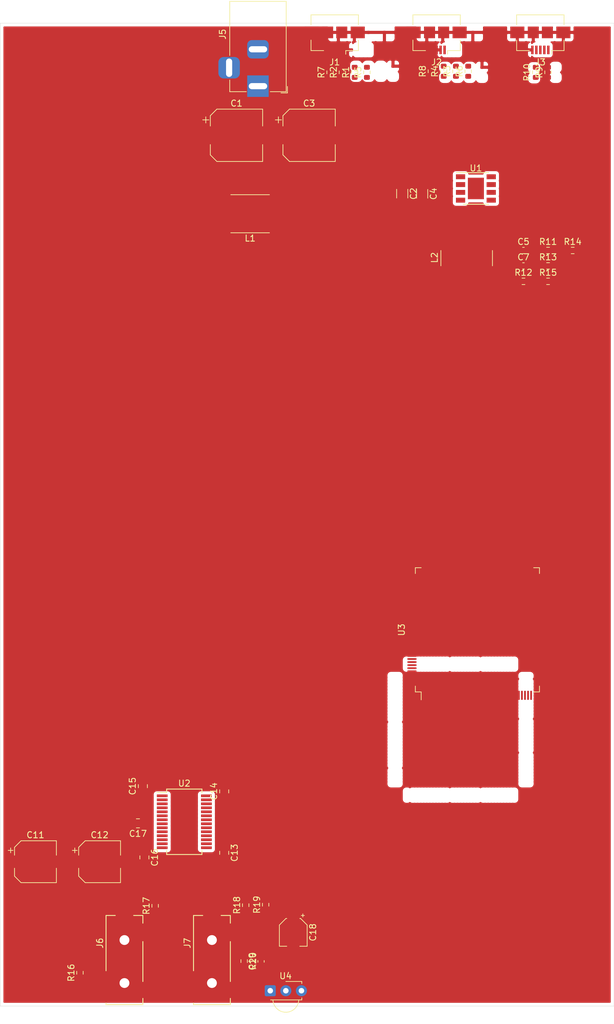
<source format=kicad_pcb>
(kicad_pcb (version 20171130) (host pcbnew 5.1.8-1.fc32)

  (general
    (thickness 1.6)
    (drawings 4)
    (tracks 0)
    (zones 0)
    (modules 47)
    (nets 183)
  )

  (page A4)
  (layers
    (0 F.Cu signal)
    (31 B.Cu signal)
    (32 B.Adhes user)
    (33 F.Adhes user)
    (34 B.Paste user)
    (35 F.Paste user)
    (36 B.SilkS user)
    (37 F.SilkS user)
    (38 B.Mask user)
    (39 F.Mask user)
    (40 Dwgs.User user)
    (41 Cmts.User user)
    (42 Eco1.User user)
    (43 Eco2.User user)
    (44 Edge.Cuts user)
    (45 Margin user)
    (46 B.CrtYd user)
    (47 F.CrtYd user)
    (48 B.Fab user)
    (49 F.Fab user)
  )

  (setup
    (last_trace_width 0.25)
    (trace_clearance 0.2)
    (zone_clearance 0.508)
    (zone_45_only no)
    (trace_min 0.2)
    (via_size 0.8)
    (via_drill 0.4)
    (via_min_size 0.4)
    (via_min_drill 0.3)
    (uvia_size 0.3)
    (uvia_drill 0.1)
    (uvias_allowed no)
    (uvia_min_size 0.2)
    (uvia_min_drill 0.1)
    (edge_width 0.05)
    (segment_width 0.2)
    (pcb_text_width 0.3)
    (pcb_text_size 1.5 1.5)
    (mod_edge_width 0.12)
    (mod_text_size 1 1)
    (mod_text_width 0.15)
    (pad_size 1.524 1.524)
    (pad_drill 0.762)
    (pad_to_mask_clearance 0)
    (aux_axis_origin 0 0)
    (visible_elements FFFFFF7F)
    (pcbplotparams
      (layerselection 0x010fc_ffffffff)
      (usegerberextensions false)
      (usegerberattributes true)
      (usegerberadvancedattributes true)
      (creategerberjobfile true)
      (excludeedgelayer true)
      (linewidth 0.100000)
      (plotframeref false)
      (viasonmask false)
      (mode 1)
      (useauxorigin false)
      (hpglpennumber 1)
      (hpglpenspeed 20)
      (hpglpendiameter 15.000000)
      (psnegative false)
      (psa4output false)
      (plotreference true)
      (plotvalue true)
      (plotinvisibletext false)
      (padsonsilk false)
      (subtractmaskfromsilk false)
      (outputformat 1)
      (mirror false)
      (drillshape 1)
      (scaleselection 1)
      (outputdirectory ""))
  )

  (net 0 "")
  (net 1 "Net-(J1-Pad1)")
  (net 2 "Net-(J1-Pad2)")
  (net 3 "Net-(J1-Pad3)")
  (net 4 "Net-(J1-Pad4)")
  (net 5 GND)
  (net 6 "Net-(J2-Pad1)")
  (net 7 "Net-(J2-Pad2)")
  (net 8 "Net-(J2-Pad3)")
  (net 9 "Net-(J2-Pad4)")
  (net 10 "Net-(J3-Pad1)")
  (net 11 "Net-(J3-Pad2)")
  (net 12 "Net-(J3-Pad3)")
  (net 13 "Net-(J3-Pad4)")
  (net 14 /Processor/USB1_DETECT)
  (net 15 /Processor/USB1_DM)
  (net 16 /Processor/USB2_DETECT)
  (net 17 /Processor/USB2_DM)
  (net 18 /Processor/USB1_DP)
  (net 19 /Processor/USB2_DP)
  (net 20 /Bluetooth/USB3_DM)
  (net 21 /Bluetooth/USB3_DP)
  (net 22 "Net-(U2-Pad26)")
  (net 23 "Net-(U2-Pad25)")
  (net 24 "Net-(U2-Pad24)")
  (net 25 "Net-(U2-Pad23)")
  (net 26 "Net-(U2-Pad22)")
  (net 27 "Net-(U2-Pad21)")
  (net 28 "Net-(U2-Pad20)")
  (net 29 "Net-(U2-Pad19)")
  (net 30 "Net-(U2-Pad13)")
  (net 31 "Net-(U2-Pad12)")
  (net 32 "Net-(U2-Pad7)")
  (net 33 "Net-(U2-Pad6)")
  (net 34 "Net-(U2-Pad5)")
  (net 35 "Net-(U2-Pad4)")
  (net 36 "Net-(U2-Pad3)")
  (net 37 "Net-(U2-Pad2)")
  (net 38 +3V3)
  (net 39 "Net-(U3-Pad143)")
  (net 40 "Net-(U3-Pad142)")
  (net 41 "Net-(U3-Pad141)")
  (net 42 /Processor/AMP_I2S_WS)
  (net 43 "Net-(U3-Pad139)")
  (net 44 "Net-(U3-Pad138)")
  (net 45 /Processor/AMP_I2C_SDA)
  (net 46 /Processor/AMP_I2C_SCL)
  (net 47 /Processor/BT_I2S_SDO)
  (net 48 /Processor/BT_I2S_SDI)
  (net 49 /Processor/BT_I2S_CK)
  (net 50 "Net-(U3-Pad132)")
  (net 51 "Net-(U3-Pad129)")
  (net 52 "Net-(U3-Pad128)")
  (net 53 "Net-(U3-Pad127)")
  (net 54 "Net-(U3-Pad126)")
  (net 55 "Net-(U3-Pad125)")
  (net 56 "Net-(U3-Pad124)")
  (net 57 "Net-(U3-Pad123)")
  (net 58 "Net-(U3-Pad122)")
  (net 59 "Net-(U3-Pad119)")
  (net 60 "Net-(U3-Pad118)")
  (net 61 "Net-(U3-Pad117)")
  (net 62 "Net-(U3-Pad116)")
  (net 63 "Net-(U3-Pad115)")
  (net 64 "Net-(U3-Pad114)")
  (net 65 "Net-(U3-Pad113)")
  (net 66 "Net-(U3-Pad112)")
  (net 67 "Net-(U3-Pad111)")
  (net 68 /Processor/BT_I2S_WS)
  (net 69 "Net-(U3-Pad109)")
  (net 70 "Net-(U3-Pad106)")
  (net 71 "Net-(U3-Pad105)")
  (net 72 "Net-(U3-Pad101)")
  (net 73 "Net-(U3-Pad100)")
  (net 74 "Net-(U3-Pad99)")
  (net 75 "Net-(U3-Pad98)")
  (net 76 /Processor/BT_I2S_MCK)
  (net 77 /Processor/AMP_I2S_MCK)
  (net 78 "Net-(U3-Pad93)")
  (net 79 "Net-(U3-Pad92)")
  (net 80 "Net-(U3-Pad91)")
  (net 81 "Net-(U3-Pad90)")
  (net 82 "Net-(U3-Pad89)")
  (net 83 "Net-(U3-Pad88)")
  (net 84 "Net-(U3-Pad87)")
  (net 85 "Net-(U3-Pad86)")
  (net 86 "Net-(U3-Pad85)")
  (net 87 "Net-(U3-Pad82)")
  (net 88 "Net-(U3-Pad81)")
  (net 89 "Net-(U3-Pad80)")
  (net 90 "Net-(U3-Pad79)")
  (net 91 "Net-(U3-Pad78)")
  (net 92 "Net-(U3-Pad77)")
  (net 93 "Net-(U3-Pad73)")
  (net 94 "Net-(U3-Pad71)")
  (net 95 "Net-(U3-Pad70)")
  (net 96 /Processor/AMP_I2S_CK)
  (net 97 "Net-(U3-Pad68)")
  (net 98 "Net-(U3-Pad67)")
  (net 99 "Net-(U3-Pad66)")
  (net 100 "Net-(U3-Pad65)")
  (net 101 "Net-(U3-Pad64)")
  (net 102 "Net-(U3-Pad63)")
  (net 103 "Net-(U3-Pad60)")
  (net 104 "Net-(U3-Pad59)")
  (net 105 "Net-(U3-Pad58)")
  (net 106 "Net-(U3-Pad57)")
  (net 107 "Net-(U3-Pad56)")
  (net 108 "Net-(U3-Pad55)")
  (net 109 "Net-(U3-Pad54)")
  (net 110 "Net-(U3-Pad53)")
  (net 111 "Net-(U3-Pad50)")
  (net 112 "Net-(U3-Pad49)")
  (net 113 "Net-(U3-Pad48)")
  (net 114 "Net-(U3-Pad47)")
  (net 115 "Net-(U3-Pad46)")
  (net 116 "Net-(U3-Pad45)")
  (net 117 "Net-(U3-Pad44)")
  (net 118 "Net-(U3-Pad43)")
  (net 119 "Net-(U3-Pad42)")
  (net 120 "Net-(U3-Pad41)")
  (net 121 "Net-(U3-Pad40)")
  (net 122 "Net-(U3-Pad37)")
  (net 123 "Net-(U3-Pad36)")
  (net 124 "Net-(U3-Pad35)")
  (net 125 "Net-(U3-Pad34)")
  (net 126 "Net-(U3-Pad32)")
  (net 127 /Processor/AMP_I2S_SDO)
  (net 128 /Processor/AMP_I2S_SDI)
  (net 129 "Net-(U3-Pad27)")
  (net 130 "Net-(U3-Pad26)")
  (net 131 "Net-(U3-Pad25)")
  (net 132 "Net-(U3-Pad24)")
  (net 133 "Net-(U3-Pad23)")
  (net 134 "Net-(U3-Pad22)")
  (net 135 "Net-(U3-Pad21)")
  (net 136 "Net-(U3-Pad20)")
  (net 137 "Net-(U3-Pad19)")
  (net 138 "Net-(U3-Pad18)")
  (net 139 "Net-(U3-Pad15)")
  (net 140 "Net-(U3-Pad14)")
  (net 141 "Net-(U3-Pad13)")
  (net 142 "Net-(U3-Pad12)")
  (net 143 /Processor/BT_I2C_SCL)
  (net 144 /Processor/BT_I2C_SDA)
  (net 145 "Net-(U3-Pad9)")
  (net 146 "Net-(U3-Pad8)")
  (net 147 "Net-(U3-Pad7)")
  (net 148 "Net-(U3-Pad5)")
  (net 149 "Net-(U3-Pad4)")
  (net 150 "Net-(U3-Pad3)")
  (net 151 "Net-(U3-Pad2)")
  (net 152 "Net-(U3-Pad1)")
  (net 153 "Net-(J5-Pad3)")
  (net 154 "Net-(F1-Pad2)")
  (net 155 "Net-(C5-Pad1)")
  (net 156 "Net-(R11-Pad1)")
  (net 157 "Net-(C6-Pad1)")
  (net 158 "Net-(R13-Pad1)")
  (net 159 "Net-(C7-Pad1)")
  (net 160 "Net-(C1-Pad1)")
  (net 161 "Net-(C7-Pad2)")
  (net 162 "Net-(U4-Pad3)")
  (net 163 "Net-(U4-Pad2)")
  (net 164 "Net-(U4-Pad1)")
  (net 165 "Net-(J6-PadRN)")
  (net 166 "Net-(J6-PadTN)")
  (net 167 "Net-(J7-PadRN)")
  (net 168 "Net-(J7-PadR)")
  (net 169 "Net-(J7-PadTN)")
  (net 170 "Net-(C13-Pad1)")
  (net 171 "/Headphone Amplifier/3.3V")
  (net 172 "Net-(C12-Pad2)")
  (net 173 "Net-(C11-Pad2)")
  (net 174 "Net-(C18-Pad2)")
  (net 175 "Net-(C8-Pad1)")
  (net 176 "Net-(C10-Pad1)")
  (net 177 "Net-(R18-Pad2)")
  (net 178 "Net-(R19-Pad2)")
  (net 179 "Net-(C18-Pad1)")
  (net 180 "Net-(C12-Pad1)")
  (net 181 "Net-(C11-Pad1)")
  (net 182 "/Power Supply/19V_ANALOG")

  (net_class Default "This is the default net class."
    (clearance 0.2)
    (trace_width 0.25)
    (via_dia 0.8)
    (via_drill 0.4)
    (uvia_dia 0.3)
    (uvia_drill 0.1)
    (add_net +3V3)
    (add_net /Bluetooth/USB3_DM)
    (add_net /Bluetooth/USB3_DP)
    (add_net "/Headphone Amplifier/3.3V")
    (add_net "/Power Supply/19V_ANALOG")
    (add_net /Processor/AMP_I2C_SCL)
    (add_net /Processor/AMP_I2C_SDA)
    (add_net /Processor/AMP_I2S_CK)
    (add_net /Processor/AMP_I2S_MCK)
    (add_net /Processor/AMP_I2S_SDI)
    (add_net /Processor/AMP_I2S_SDO)
    (add_net /Processor/AMP_I2S_WS)
    (add_net /Processor/BT_I2C_SCL)
    (add_net /Processor/BT_I2C_SDA)
    (add_net /Processor/BT_I2S_CK)
    (add_net /Processor/BT_I2S_MCK)
    (add_net /Processor/BT_I2S_SDI)
    (add_net /Processor/BT_I2S_SDO)
    (add_net /Processor/BT_I2S_WS)
    (add_net /Processor/USB1_DETECT)
    (add_net /Processor/USB1_DM)
    (add_net /Processor/USB1_DP)
    (add_net /Processor/USB2_DETECT)
    (add_net /Processor/USB2_DM)
    (add_net /Processor/USB2_DP)
    (add_net GND)
    (add_net "Net-(C1-Pad1)")
    (add_net "Net-(C10-Pad1)")
    (add_net "Net-(C11-Pad1)")
    (add_net "Net-(C11-Pad2)")
    (add_net "Net-(C12-Pad1)")
    (add_net "Net-(C12-Pad2)")
    (add_net "Net-(C13-Pad1)")
    (add_net "Net-(C18-Pad1)")
    (add_net "Net-(C18-Pad2)")
    (add_net "Net-(C5-Pad1)")
    (add_net "Net-(C6-Pad1)")
    (add_net "Net-(C7-Pad1)")
    (add_net "Net-(C7-Pad2)")
    (add_net "Net-(C8-Pad1)")
    (add_net "Net-(F1-Pad2)")
    (add_net "Net-(J1-Pad1)")
    (add_net "Net-(J1-Pad2)")
    (add_net "Net-(J1-Pad3)")
    (add_net "Net-(J1-Pad4)")
    (add_net "Net-(J2-Pad1)")
    (add_net "Net-(J2-Pad2)")
    (add_net "Net-(J2-Pad3)")
    (add_net "Net-(J2-Pad4)")
    (add_net "Net-(J3-Pad1)")
    (add_net "Net-(J3-Pad2)")
    (add_net "Net-(J3-Pad3)")
    (add_net "Net-(J3-Pad4)")
    (add_net "Net-(J5-Pad3)")
    (add_net "Net-(J6-PadRN)")
    (add_net "Net-(J6-PadTN)")
    (add_net "Net-(J7-PadR)")
    (add_net "Net-(J7-PadRN)")
    (add_net "Net-(J7-PadTN)")
    (add_net "Net-(R11-Pad1)")
    (add_net "Net-(R13-Pad1)")
    (add_net "Net-(R18-Pad2)")
    (add_net "Net-(R19-Pad2)")
    (add_net "Net-(U2-Pad12)")
    (add_net "Net-(U2-Pad13)")
    (add_net "Net-(U2-Pad19)")
    (add_net "Net-(U2-Pad2)")
    (add_net "Net-(U2-Pad20)")
    (add_net "Net-(U2-Pad21)")
    (add_net "Net-(U2-Pad22)")
    (add_net "Net-(U2-Pad23)")
    (add_net "Net-(U2-Pad24)")
    (add_net "Net-(U2-Pad25)")
    (add_net "Net-(U2-Pad26)")
    (add_net "Net-(U2-Pad3)")
    (add_net "Net-(U2-Pad4)")
    (add_net "Net-(U2-Pad5)")
    (add_net "Net-(U2-Pad6)")
    (add_net "Net-(U2-Pad7)")
    (add_net "Net-(U3-Pad1)")
    (add_net "Net-(U3-Pad100)")
    (add_net "Net-(U3-Pad101)")
    (add_net "Net-(U3-Pad105)")
    (add_net "Net-(U3-Pad106)")
    (add_net "Net-(U3-Pad109)")
    (add_net "Net-(U3-Pad111)")
    (add_net "Net-(U3-Pad112)")
    (add_net "Net-(U3-Pad113)")
    (add_net "Net-(U3-Pad114)")
    (add_net "Net-(U3-Pad115)")
    (add_net "Net-(U3-Pad116)")
    (add_net "Net-(U3-Pad117)")
    (add_net "Net-(U3-Pad118)")
    (add_net "Net-(U3-Pad119)")
    (add_net "Net-(U3-Pad12)")
    (add_net "Net-(U3-Pad122)")
    (add_net "Net-(U3-Pad123)")
    (add_net "Net-(U3-Pad124)")
    (add_net "Net-(U3-Pad125)")
    (add_net "Net-(U3-Pad126)")
    (add_net "Net-(U3-Pad127)")
    (add_net "Net-(U3-Pad128)")
    (add_net "Net-(U3-Pad129)")
    (add_net "Net-(U3-Pad13)")
    (add_net "Net-(U3-Pad132)")
    (add_net "Net-(U3-Pad138)")
    (add_net "Net-(U3-Pad139)")
    (add_net "Net-(U3-Pad14)")
    (add_net "Net-(U3-Pad141)")
    (add_net "Net-(U3-Pad142)")
    (add_net "Net-(U3-Pad143)")
    (add_net "Net-(U3-Pad15)")
    (add_net "Net-(U3-Pad18)")
    (add_net "Net-(U3-Pad19)")
    (add_net "Net-(U3-Pad2)")
    (add_net "Net-(U3-Pad20)")
    (add_net "Net-(U3-Pad21)")
    (add_net "Net-(U3-Pad22)")
    (add_net "Net-(U3-Pad23)")
    (add_net "Net-(U3-Pad24)")
    (add_net "Net-(U3-Pad25)")
    (add_net "Net-(U3-Pad26)")
    (add_net "Net-(U3-Pad27)")
    (add_net "Net-(U3-Pad3)")
    (add_net "Net-(U3-Pad32)")
    (add_net "Net-(U3-Pad34)")
    (add_net "Net-(U3-Pad35)")
    (add_net "Net-(U3-Pad36)")
    (add_net "Net-(U3-Pad37)")
    (add_net "Net-(U3-Pad4)")
    (add_net "Net-(U3-Pad40)")
    (add_net "Net-(U3-Pad41)")
    (add_net "Net-(U3-Pad42)")
    (add_net "Net-(U3-Pad43)")
    (add_net "Net-(U3-Pad44)")
    (add_net "Net-(U3-Pad45)")
    (add_net "Net-(U3-Pad46)")
    (add_net "Net-(U3-Pad47)")
    (add_net "Net-(U3-Pad48)")
    (add_net "Net-(U3-Pad49)")
    (add_net "Net-(U3-Pad5)")
    (add_net "Net-(U3-Pad50)")
    (add_net "Net-(U3-Pad53)")
    (add_net "Net-(U3-Pad54)")
    (add_net "Net-(U3-Pad55)")
    (add_net "Net-(U3-Pad56)")
    (add_net "Net-(U3-Pad57)")
    (add_net "Net-(U3-Pad58)")
    (add_net "Net-(U3-Pad59)")
    (add_net "Net-(U3-Pad60)")
    (add_net "Net-(U3-Pad63)")
    (add_net "Net-(U3-Pad64)")
    (add_net "Net-(U3-Pad65)")
    (add_net "Net-(U3-Pad66)")
    (add_net "Net-(U3-Pad67)")
    (add_net "Net-(U3-Pad68)")
    (add_net "Net-(U3-Pad7)")
    (add_net "Net-(U3-Pad70)")
    (add_net "Net-(U3-Pad71)")
    (add_net "Net-(U3-Pad73)")
    (add_net "Net-(U3-Pad77)")
    (add_net "Net-(U3-Pad78)")
    (add_net "Net-(U3-Pad79)")
    (add_net "Net-(U3-Pad8)")
    (add_net "Net-(U3-Pad80)")
    (add_net "Net-(U3-Pad81)")
    (add_net "Net-(U3-Pad82)")
    (add_net "Net-(U3-Pad85)")
    (add_net "Net-(U3-Pad86)")
    (add_net "Net-(U3-Pad87)")
    (add_net "Net-(U3-Pad88)")
    (add_net "Net-(U3-Pad89)")
    (add_net "Net-(U3-Pad9)")
    (add_net "Net-(U3-Pad90)")
    (add_net "Net-(U3-Pad91)")
    (add_net "Net-(U3-Pad92)")
    (add_net "Net-(U3-Pad93)")
    (add_net "Net-(U3-Pad98)")
    (add_net "Net-(U3-Pad99)")
    (add_net "Net-(U4-Pad1)")
    (add_net "Net-(U4-Pad2)")
    (add_net "Net-(U4-Pad3)")
  )

  (module Capacitor_SMD:CP_Elec_4x5.4 (layer F.Cu) (tedit 5BCA39CF) (tstamp 5FB08E72)
    (at 112.75 173 270)
    (descr "SMD capacitor, aluminum electrolytic, Panasonic A5 / Nichicon, 4.0x5.4mm")
    (tags "capacitor electrolytic")
    (path /5FA5BD36/5FBBE29C)
    (attr smd)
    (fp_text reference C18 (at 0 -3.2 90) (layer F.SilkS)
      (effects (font (size 1 1) (thickness 0.15)))
    )
    (fp_text value 1uF (at 0 3.2 90) (layer F.Fab)
      (effects (font (size 1 1) (thickness 0.15)))
    )
    (fp_text user %R (at 0 0 90) (layer F.Fab)
      (effects (font (size 0.8 0.8) (thickness 0.12)))
    )
    (fp_circle (center 0 0) (end 2 0) (layer F.Fab) (width 0.1))
    (fp_line (start 2.15 -2.15) (end 2.15 2.15) (layer F.Fab) (width 0.1))
    (fp_line (start -1.15 -2.15) (end 2.15 -2.15) (layer F.Fab) (width 0.1))
    (fp_line (start -1.15 2.15) (end 2.15 2.15) (layer F.Fab) (width 0.1))
    (fp_line (start -2.15 -1.15) (end -2.15 1.15) (layer F.Fab) (width 0.1))
    (fp_line (start -2.15 -1.15) (end -1.15 -2.15) (layer F.Fab) (width 0.1))
    (fp_line (start -2.15 1.15) (end -1.15 2.15) (layer F.Fab) (width 0.1))
    (fp_line (start -1.574773 -1) (end -1.174773 -1) (layer F.Fab) (width 0.1))
    (fp_line (start -1.374773 -1.2) (end -1.374773 -0.8) (layer F.Fab) (width 0.1))
    (fp_line (start 2.26 2.26) (end 2.26 1.06) (layer F.SilkS) (width 0.12))
    (fp_line (start 2.26 -2.26) (end 2.26 -1.06) (layer F.SilkS) (width 0.12))
    (fp_line (start -1.195563 -2.26) (end 2.26 -2.26) (layer F.SilkS) (width 0.12))
    (fp_line (start -1.195563 2.26) (end 2.26 2.26) (layer F.SilkS) (width 0.12))
    (fp_line (start -2.26 1.195563) (end -2.26 1.06) (layer F.SilkS) (width 0.12))
    (fp_line (start -2.26 -1.195563) (end -2.26 -1.06) (layer F.SilkS) (width 0.12))
    (fp_line (start -2.26 -1.195563) (end -1.195563 -2.26) (layer F.SilkS) (width 0.12))
    (fp_line (start -2.26 1.195563) (end -1.195563 2.26) (layer F.SilkS) (width 0.12))
    (fp_line (start -3 -1.56) (end -2.5 -1.56) (layer F.SilkS) (width 0.12))
    (fp_line (start -2.75 -1.81) (end -2.75 -1.31) (layer F.SilkS) (width 0.12))
    (fp_line (start 2.4 -2.4) (end 2.4 -1.05) (layer F.CrtYd) (width 0.05))
    (fp_line (start 2.4 -1.05) (end 3.35 -1.05) (layer F.CrtYd) (width 0.05))
    (fp_line (start 3.35 -1.05) (end 3.35 1.05) (layer F.CrtYd) (width 0.05))
    (fp_line (start 3.35 1.05) (end 2.4 1.05) (layer F.CrtYd) (width 0.05))
    (fp_line (start 2.4 1.05) (end 2.4 2.4) (layer F.CrtYd) (width 0.05))
    (fp_line (start -1.25 2.4) (end 2.4 2.4) (layer F.CrtYd) (width 0.05))
    (fp_line (start -1.25 -2.4) (end 2.4 -2.4) (layer F.CrtYd) (width 0.05))
    (fp_line (start -2.4 1.25) (end -1.25 2.4) (layer F.CrtYd) (width 0.05))
    (fp_line (start -2.4 -1.25) (end -1.25 -2.4) (layer F.CrtYd) (width 0.05))
    (fp_line (start -2.4 -1.25) (end -2.4 -1.05) (layer F.CrtYd) (width 0.05))
    (fp_line (start -2.4 1.05) (end -2.4 1.25) (layer F.CrtYd) (width 0.05))
    (fp_line (start -2.4 -1.05) (end -3.35 -1.05) (layer F.CrtYd) (width 0.05))
    (fp_line (start -3.35 -1.05) (end -3.35 1.05) (layer F.CrtYd) (width 0.05))
    (fp_line (start -3.35 1.05) (end -2.4 1.05) (layer F.CrtYd) (width 0.05))
    (pad 2 smd roundrect (at 1.8 0 270) (size 2.6 1.6) (layers F.Cu F.Paste F.Mask) (roundrect_rratio 0.15625)
      (net 174 "Net-(C18-Pad2)"))
    (pad 1 smd roundrect (at -1.8 0 270) (size 2.6 1.6) (layers F.Cu F.Paste F.Mask) (roundrect_rratio 0.15625)
      (net 179 "Net-(C18-Pad1)"))
    (model ${KISYS3DMOD}/Capacitor_SMD.3dshapes/CP_Elec_4x5.4.wrl
      (at (xyz 0 0 0))
      (scale (xyz 1 1 1))
      (rotate (xyz 0 0 0))
    )
  )

  (module Capacitor_SMD:CP_Elec_6.3x7.7 (layer F.Cu) (tedit 5BCA39D0) (tstamp 5FB07A2F)
    (at 81.2 161.5)
    (descr "SMD capacitor, aluminum electrolytic, Nichicon, 6.3x7.7mm")
    (tags "capacitor electrolytic")
    (path /5FA5BD36/5FB761DE)
    (attr smd)
    (fp_text reference C12 (at 0 -4.35) (layer F.SilkS)
      (effects (font (size 1 1) (thickness 0.15)))
    )
    (fp_text value 220uF (at 0 4.35) (layer F.Fab)
      (effects (font (size 1 1) (thickness 0.15)))
    )
    (fp_text user %R (at 0 0) (layer F.Fab)
      (effects (font (size 1 1) (thickness 0.15)))
    )
    (fp_circle (center 0 0) (end 3.15 0) (layer F.Fab) (width 0.1))
    (fp_line (start 3.3 -3.3) (end 3.3 3.3) (layer F.Fab) (width 0.1))
    (fp_line (start -2.3 -3.3) (end 3.3 -3.3) (layer F.Fab) (width 0.1))
    (fp_line (start -2.3 3.3) (end 3.3 3.3) (layer F.Fab) (width 0.1))
    (fp_line (start -3.3 -2.3) (end -3.3 2.3) (layer F.Fab) (width 0.1))
    (fp_line (start -3.3 -2.3) (end -2.3 -3.3) (layer F.Fab) (width 0.1))
    (fp_line (start -3.3 2.3) (end -2.3 3.3) (layer F.Fab) (width 0.1))
    (fp_line (start -2.704838 -1.33) (end -2.074838 -1.33) (layer F.Fab) (width 0.1))
    (fp_line (start -2.389838 -1.645) (end -2.389838 -1.015) (layer F.Fab) (width 0.1))
    (fp_line (start 3.41 3.41) (end 3.41 1.06) (layer F.SilkS) (width 0.12))
    (fp_line (start 3.41 -3.41) (end 3.41 -1.06) (layer F.SilkS) (width 0.12))
    (fp_line (start -2.345563 -3.41) (end 3.41 -3.41) (layer F.SilkS) (width 0.12))
    (fp_line (start -2.345563 3.41) (end 3.41 3.41) (layer F.SilkS) (width 0.12))
    (fp_line (start -3.41 2.345563) (end -3.41 1.06) (layer F.SilkS) (width 0.12))
    (fp_line (start -3.41 -2.345563) (end -3.41 -1.06) (layer F.SilkS) (width 0.12))
    (fp_line (start -3.41 -2.345563) (end -2.345563 -3.41) (layer F.SilkS) (width 0.12))
    (fp_line (start -3.41 2.345563) (end -2.345563 3.41) (layer F.SilkS) (width 0.12))
    (fp_line (start -4.4375 -1.8475) (end -3.65 -1.8475) (layer F.SilkS) (width 0.12))
    (fp_line (start -4.04375 -2.24125) (end -4.04375 -1.45375) (layer F.SilkS) (width 0.12))
    (fp_line (start 3.55 -3.55) (end 3.55 -1.05) (layer F.CrtYd) (width 0.05))
    (fp_line (start 3.55 -1.05) (end 4.7 -1.05) (layer F.CrtYd) (width 0.05))
    (fp_line (start 4.7 -1.05) (end 4.7 1.05) (layer F.CrtYd) (width 0.05))
    (fp_line (start 4.7 1.05) (end 3.55 1.05) (layer F.CrtYd) (width 0.05))
    (fp_line (start 3.55 1.05) (end 3.55 3.55) (layer F.CrtYd) (width 0.05))
    (fp_line (start -2.4 3.55) (end 3.55 3.55) (layer F.CrtYd) (width 0.05))
    (fp_line (start -2.4 -3.55) (end 3.55 -3.55) (layer F.CrtYd) (width 0.05))
    (fp_line (start -3.55 2.4) (end -2.4 3.55) (layer F.CrtYd) (width 0.05))
    (fp_line (start -3.55 -2.4) (end -2.4 -3.55) (layer F.CrtYd) (width 0.05))
    (fp_line (start -3.55 -2.4) (end -3.55 -1.05) (layer F.CrtYd) (width 0.05))
    (fp_line (start -3.55 1.05) (end -3.55 2.4) (layer F.CrtYd) (width 0.05))
    (fp_line (start -3.55 -1.05) (end -4.7 -1.05) (layer F.CrtYd) (width 0.05))
    (fp_line (start -4.7 -1.05) (end -4.7 1.05) (layer F.CrtYd) (width 0.05))
    (fp_line (start -4.7 1.05) (end -3.55 1.05) (layer F.CrtYd) (width 0.05))
    (pad 2 smd roundrect (at 2.7 0) (size 3.5 1.6) (layers F.Cu F.Paste F.Mask) (roundrect_rratio 0.15625)
      (net 172 "Net-(C12-Pad2)"))
    (pad 1 smd roundrect (at -2.7 0) (size 3.5 1.6) (layers F.Cu F.Paste F.Mask) (roundrect_rratio 0.15625)
      (net 180 "Net-(C12-Pad1)"))
    (model ${KISYS3DMOD}/Capacitor_SMD.3dshapes/CP_Elec_6.3x7.7.wrl
      (at (xyz 0 0 0))
      (scale (xyz 1 1 1))
      (rotate (xyz 0 0 0))
    )
  )

  (module Capacitor_SMD:CP_Elec_6.3x7.7 (layer F.Cu) (tedit 5BCA39D0) (tstamp 5FB07A07)
    (at 70.75 161.5)
    (descr "SMD capacitor, aluminum electrolytic, Nichicon, 6.3x7.7mm")
    (tags "capacitor electrolytic")
    (path /5FA5BD36/5FB75A99)
    (attr smd)
    (fp_text reference C11 (at 0 -4.35) (layer F.SilkS)
      (effects (font (size 1 1) (thickness 0.15)))
    )
    (fp_text value 220uF (at 0 4.35) (layer F.Fab)
      (effects (font (size 1 1) (thickness 0.15)))
    )
    (fp_text user %R (at 0 0) (layer F.Fab)
      (effects (font (size 1 1) (thickness 0.15)))
    )
    (fp_circle (center 0 0) (end 3.15 0) (layer F.Fab) (width 0.1))
    (fp_line (start 3.3 -3.3) (end 3.3 3.3) (layer F.Fab) (width 0.1))
    (fp_line (start -2.3 -3.3) (end 3.3 -3.3) (layer F.Fab) (width 0.1))
    (fp_line (start -2.3 3.3) (end 3.3 3.3) (layer F.Fab) (width 0.1))
    (fp_line (start -3.3 -2.3) (end -3.3 2.3) (layer F.Fab) (width 0.1))
    (fp_line (start -3.3 -2.3) (end -2.3 -3.3) (layer F.Fab) (width 0.1))
    (fp_line (start -3.3 2.3) (end -2.3 3.3) (layer F.Fab) (width 0.1))
    (fp_line (start -2.704838 -1.33) (end -2.074838 -1.33) (layer F.Fab) (width 0.1))
    (fp_line (start -2.389838 -1.645) (end -2.389838 -1.015) (layer F.Fab) (width 0.1))
    (fp_line (start 3.41 3.41) (end 3.41 1.06) (layer F.SilkS) (width 0.12))
    (fp_line (start 3.41 -3.41) (end 3.41 -1.06) (layer F.SilkS) (width 0.12))
    (fp_line (start -2.345563 -3.41) (end 3.41 -3.41) (layer F.SilkS) (width 0.12))
    (fp_line (start -2.345563 3.41) (end 3.41 3.41) (layer F.SilkS) (width 0.12))
    (fp_line (start -3.41 2.345563) (end -3.41 1.06) (layer F.SilkS) (width 0.12))
    (fp_line (start -3.41 -2.345563) (end -3.41 -1.06) (layer F.SilkS) (width 0.12))
    (fp_line (start -3.41 -2.345563) (end -2.345563 -3.41) (layer F.SilkS) (width 0.12))
    (fp_line (start -3.41 2.345563) (end -2.345563 3.41) (layer F.SilkS) (width 0.12))
    (fp_line (start -4.4375 -1.8475) (end -3.65 -1.8475) (layer F.SilkS) (width 0.12))
    (fp_line (start -4.04375 -2.24125) (end -4.04375 -1.45375) (layer F.SilkS) (width 0.12))
    (fp_line (start 3.55 -3.55) (end 3.55 -1.05) (layer F.CrtYd) (width 0.05))
    (fp_line (start 3.55 -1.05) (end 4.7 -1.05) (layer F.CrtYd) (width 0.05))
    (fp_line (start 4.7 -1.05) (end 4.7 1.05) (layer F.CrtYd) (width 0.05))
    (fp_line (start 4.7 1.05) (end 3.55 1.05) (layer F.CrtYd) (width 0.05))
    (fp_line (start 3.55 1.05) (end 3.55 3.55) (layer F.CrtYd) (width 0.05))
    (fp_line (start -2.4 3.55) (end 3.55 3.55) (layer F.CrtYd) (width 0.05))
    (fp_line (start -2.4 -3.55) (end 3.55 -3.55) (layer F.CrtYd) (width 0.05))
    (fp_line (start -3.55 2.4) (end -2.4 3.55) (layer F.CrtYd) (width 0.05))
    (fp_line (start -3.55 -2.4) (end -2.4 -3.55) (layer F.CrtYd) (width 0.05))
    (fp_line (start -3.55 -2.4) (end -3.55 -1.05) (layer F.CrtYd) (width 0.05))
    (fp_line (start -3.55 1.05) (end -3.55 2.4) (layer F.CrtYd) (width 0.05))
    (fp_line (start -3.55 -1.05) (end -4.7 -1.05) (layer F.CrtYd) (width 0.05))
    (fp_line (start -4.7 -1.05) (end -4.7 1.05) (layer F.CrtYd) (width 0.05))
    (fp_line (start -4.7 1.05) (end -3.55 1.05) (layer F.CrtYd) (width 0.05))
    (pad 2 smd roundrect (at 2.7 0) (size 3.5 1.6) (layers F.Cu F.Paste F.Mask) (roundrect_rratio 0.15625)
      (net 173 "Net-(C11-Pad2)"))
    (pad 1 smd roundrect (at -2.7 0) (size 3.5 1.6) (layers F.Cu F.Paste F.Mask) (roundrect_rratio 0.15625)
      (net 181 "Net-(C11-Pad1)"))
    (model ${KISYS3DMOD}/Capacitor_SMD.3dshapes/CP_Elec_6.3x7.7.wrl
      (at (xyz 0 0 0))
      (scale (xyz 1 1 1))
      (rotate (xyz 0 0 0))
    )
  )

  (module Inductor_SMD:L_Taiyo-Yuden_NR-60xx (layer F.Cu) (tedit 5990349D) (tstamp 5FB06924)
    (at 105.72 56.02 180)
    (descr "Inductor, Taiyo Yuden, NR series, Taiyo-Yuden_NR-60xx, 6.0mmx6.0mm")
    (tags "inductor taiyo-yuden nr smd")
    (path /5FA5BC7F/5FAF6D06)
    (attr smd)
    (fp_text reference L1 (at 0 -4) (layer F.SilkS)
      (effects (font (size 1 1) (thickness 0.15)))
    )
    (fp_text value 1uH (at 0 4.5) (layer F.Fab)
      (effects (font (size 1 1) (thickness 0.15)))
    )
    (fp_text user %R (at 0 0) (layer F.Fab)
      (effects (font (size 1 1) (thickness 0.15)))
    )
    (fp_line (start -3 0) (end -3 -2) (layer F.Fab) (width 0.1))
    (fp_line (start -3 -2) (end -2 -3) (layer F.Fab) (width 0.1))
    (fp_line (start -2 -3) (end 0 -3) (layer F.Fab) (width 0.1))
    (fp_line (start 3 0) (end 3 -2) (layer F.Fab) (width 0.1))
    (fp_line (start 3 -2) (end 2 -3) (layer F.Fab) (width 0.1))
    (fp_line (start 2 -3) (end 0 -3) (layer F.Fab) (width 0.1))
    (fp_line (start 3 0) (end 3 2) (layer F.Fab) (width 0.1))
    (fp_line (start 3 2) (end 2 3) (layer F.Fab) (width 0.1))
    (fp_line (start 2 3) (end 0 3) (layer F.Fab) (width 0.1))
    (fp_line (start -3 0) (end -3 2) (layer F.Fab) (width 0.1))
    (fp_line (start -3 2) (end -2 3) (layer F.Fab) (width 0.1))
    (fp_line (start -2 3) (end 0 3) (layer F.Fab) (width 0.1))
    (fp_line (start -3.15 -3.1) (end 3.15 -3.1) (layer F.SilkS) (width 0.12))
    (fp_line (start -3.15 3.1) (end 3.15 3.1) (layer F.SilkS) (width 0.12))
    (fp_line (start -3.45 -3.25) (end -3.45 3.25) (layer F.CrtYd) (width 0.05))
    (fp_line (start -3.45 3.25) (end 3.45 3.25) (layer F.CrtYd) (width 0.05))
    (fp_line (start 3.45 3.25) (end 3.45 -3.25) (layer F.CrtYd) (width 0.05))
    (fp_line (start 3.45 -3.25) (end -3.45 -3.25) (layer F.CrtYd) (width 0.05))
    (pad 2 smd rect (at 2.35 0 180) (size 1.6 5.9) (layers F.Cu F.Paste F.Mask)
      (net 160 "Net-(C1-Pad1)"))
    (pad 1 smd rect (at -2.35 0 180) (size 1.6 5.9) (layers F.Cu F.Paste F.Mask)
      (net 182 "/Power Supply/19V_ANALOG"))
    (model ${KISYS3DMOD}/Inductor_SMD.3dshapes/L_Taiyo-Yuden_NR-60xx.wrl
      (at (xyz 0 0 0))
      (scale (xyz 1 1 1))
      (rotate (xyz 0 0 0))
    )
  )

  (module Capacitor_SMD:C_0603_1608Metric (layer F.Cu) (tedit 5F68FEEE) (tstamp 5FB0672F)
    (at 107.5 177.725 90)
    (descr "Capacitor SMD 0603 (1608 Metric), square (rectangular) end terminal, IPC_7351 nominal, (Body size source: IPC-SM-782 page 76, https://www.pcb-3d.com/wordpress/wp-content/uploads/ipc-sm-782a_amendment_1_and_2.pdf), generated with kicad-footprint-generator")
    (tags capacitor)
    (path /5FA5BD36/5FBC066B)
    (attr smd)
    (fp_text reference C19 (at 0 -1.43 90) (layer F.SilkS)
      (effects (font (size 1 1) (thickness 0.15)))
    )
    (fp_text value 220pF (at 0 1.43 90) (layer F.Fab)
      (effects (font (size 1 1) (thickness 0.15)))
    )
    (fp_text user %R (at 0 0 90) (layer F.Fab)
      (effects (font (size 0.4 0.4) (thickness 0.06)))
    )
    (fp_line (start -0.8 0.4) (end -0.8 -0.4) (layer F.Fab) (width 0.1))
    (fp_line (start -0.8 -0.4) (end 0.8 -0.4) (layer F.Fab) (width 0.1))
    (fp_line (start 0.8 -0.4) (end 0.8 0.4) (layer F.Fab) (width 0.1))
    (fp_line (start 0.8 0.4) (end -0.8 0.4) (layer F.Fab) (width 0.1))
    (fp_line (start -0.14058 -0.51) (end 0.14058 -0.51) (layer F.SilkS) (width 0.12))
    (fp_line (start -0.14058 0.51) (end 0.14058 0.51) (layer F.SilkS) (width 0.12))
    (fp_line (start -1.48 0.73) (end -1.48 -0.73) (layer F.CrtYd) (width 0.05))
    (fp_line (start -1.48 -0.73) (end 1.48 -0.73) (layer F.CrtYd) (width 0.05))
    (fp_line (start 1.48 -0.73) (end 1.48 0.73) (layer F.CrtYd) (width 0.05))
    (fp_line (start 1.48 0.73) (end -1.48 0.73) (layer F.CrtYd) (width 0.05))
    (pad 2 smd roundrect (at 0.775 0 90) (size 0.9 0.95) (layers F.Cu F.Paste F.Mask) (roundrect_rratio 0.25)
      (net 5 GND))
    (pad 1 smd roundrect (at -0.775 0 90) (size 0.9 0.95) (layers F.Cu F.Paste F.Mask) (roundrect_rratio 0.25)
      (net 174 "Net-(C18-Pad2)"))
    (model ${KISYS3DMOD}/Capacitor_SMD.3dshapes/C_0603_1608Metric.wrl
      (at (xyz 0 0 0))
      (scale (xyz 1 1 1))
      (rotate (xyz 0 0 0))
    )
  )

  (module Inductor_SMD:L_Bourns-SRN8040_8x8.15mm (layer F.Cu) (tedit 5D866CC7) (tstamp 5FB054A8)
    (at 141 63.25 90)
    (descr "Bourns SRN8040 series SMD inductor 8x8.15mm, https://www.bourns.com/docs/Product-Datasheets/SRN8040.pdf")
    (tags "Bourns SRN8040 SMD inductor")
    (path /5FA5BC7F/5FB174E8)
    (attr smd)
    (fp_text reference L2 (at 0.09 -5.23 90) (layer F.SilkS)
      (effects (font (size 1 1) (thickness 0.15)))
    )
    (fp_text value 10uH (at 0.17 5.23 90) (layer F.Fab)
      (effects (font (size 1 1) (thickness 0.15)))
    )
    (fp_arc (start 0 0) (end 1.8 4.075) (angle -40) (layer F.Fab) (width 0.1))
    (fp_text user %R (at 0.127 0 90) (layer F.Fab)
      (effects (font (size 1 1) (thickness 0.15)))
    )
    (fp_arc (start 0 0) (end -1.8 -4.075) (angle -40) (layer F.Fab) (width 0.1))
    (fp_arc (start 0 0) (end -4 1.96) (angle -40) (layer F.Fab) (width 0.1))
    (fp_arc (start 0 0) (end 4 -1.96) (angle -40.06324546) (layer F.Fab) (width 0.1))
    (fp_line (start -4.35 4.35) (end 4.35 4.35) (layer F.CrtYd) (width 0.05))
    (fp_line (start 1.25 -4.2) (end -1.25 -4.2) (layer F.SilkS) (width 0.12))
    (fp_line (start -1.8 -4.075) (end 1.8 -4.075) (layer F.Fab) (width 0.1))
    (fp_line (start -4 -1.96) (end -4 1.96) (layer F.Fab) (width 0.1))
    (fp_line (start 4 -1.96) (end 4 1.96) (layer F.Fab) (width 0.1))
    (fp_line (start -1.25 4.2) (end 1.25 4.2) (layer F.SilkS) (width 0.12))
    (fp_line (start 4.35 -4.35) (end 4.35 4.35) (layer F.CrtYd) (width 0.05))
    (fp_line (start 1.8 4.075) (end -1.8 4.075) (layer F.Fab) (width 0.1))
    (fp_line (start -4.35 -4.35) (end 4.35 -4.35) (layer F.CrtYd) (width 0.05))
    (fp_line (start -4.35 -4.35) (end -4.35 4.35) (layer F.CrtYd) (width 0.05))
    (pad 2 smd rect (at 2.8 0 90) (size 2.6 8.2) (layers F.Cu F.Paste F.Mask)
      (net 159 "Net-(C7-Pad1)"))
    (pad 1 smd rect (at -2.8 0 90) (size 2.6 8.2) (layers F.Cu F.Paste F.Mask)
      (net 176 "Net-(C10-Pad1)"))
    (model ${KISYS3DMOD}/Inductor_SMD.3dshapes/L_Bourns-SRN8040_8x8.15mm.wrl
      (at (xyz 0 0 0))
      (scale (xyz 1 1 1))
      (rotate (xyz 0 0 0))
    )
  )

  (module Capacitor_SMD:C_1206_3216Metric (layer F.Cu) (tedit 5F68FEEE) (tstamp 5FB03DE8)
    (at 133.75 52.775 270)
    (descr "Capacitor SMD 1206 (3216 Metric), square (rectangular) end terminal, IPC_7351 nominal, (Body size source: IPC-SM-782 page 76, https://www.pcb-3d.com/wordpress/wp-content/uploads/ipc-sm-782a_amendment_1_and_2.pdf), generated with kicad-footprint-generator")
    (tags capacitor)
    (path /5FA5BC7F/5FAFC192)
    (attr smd)
    (fp_text reference C4 (at 0 -1.85 90) (layer F.SilkS)
      (effects (font (size 1 1) (thickness 0.15)))
    )
    (fp_text value 10uF/50V (at 0 1.85 90) (layer F.Fab)
      (effects (font (size 1 1) (thickness 0.15)))
    )
    (fp_text user %R (at 0 0 90) (layer F.Fab)
      (effects (font (size 0.8 0.8) (thickness 0.12)))
    )
    (fp_line (start -1.6 0.8) (end -1.6 -0.8) (layer F.Fab) (width 0.1))
    (fp_line (start -1.6 -0.8) (end 1.6 -0.8) (layer F.Fab) (width 0.1))
    (fp_line (start 1.6 -0.8) (end 1.6 0.8) (layer F.Fab) (width 0.1))
    (fp_line (start 1.6 0.8) (end -1.6 0.8) (layer F.Fab) (width 0.1))
    (fp_line (start -0.711252 -0.91) (end 0.711252 -0.91) (layer F.SilkS) (width 0.12))
    (fp_line (start -0.711252 0.91) (end 0.711252 0.91) (layer F.SilkS) (width 0.12))
    (fp_line (start -2.3 1.15) (end -2.3 -1.15) (layer F.CrtYd) (width 0.05))
    (fp_line (start -2.3 -1.15) (end 2.3 -1.15) (layer F.CrtYd) (width 0.05))
    (fp_line (start 2.3 -1.15) (end 2.3 1.15) (layer F.CrtYd) (width 0.05))
    (fp_line (start 2.3 1.15) (end -2.3 1.15) (layer F.CrtYd) (width 0.05))
    (pad 2 smd roundrect (at 1.475 0 270) (size 1.15 1.8) (layers F.Cu F.Paste F.Mask) (roundrect_rratio 0.217391)
      (net 5 GND))
    (pad 1 smd roundrect (at -1.475 0 270) (size 1.15 1.8) (layers F.Cu F.Paste F.Mask) (roundrect_rratio 0.217391)
      (net 160 "Net-(C1-Pad1)"))
    (model ${KISYS3DMOD}/Capacitor_SMD.3dshapes/C_1206_3216Metric.wrl
      (at (xyz 0 0 0))
      (scale (xyz 1 1 1))
      (rotate (xyz 0 0 0))
    )
  )

  (module Capacitor_SMD:CP_Elec_8x10 (layer F.Cu) (tedit 5BCA39D0) (tstamp 5FB03DD7)
    (at 115.33 43.25)
    (descr "SMD capacitor, aluminum electrolytic, Nichicon, 8.0x10mm")
    (tags "capacitor electrolytic")
    (path /5FA5BC7F/5FAF80B5)
    (attr smd)
    (fp_text reference C3 (at 0 -5.2) (layer F.SilkS)
      (effects (font (size 1 1) (thickness 0.15)))
    )
    (fp_text value 100uF/35V (at 0 5.2) (layer F.Fab)
      (effects (font (size 1 1) (thickness 0.15)))
    )
    (fp_text user %R (at 0 0) (layer F.Fab)
      (effects (font (size 1 1) (thickness 0.15)))
    )
    (fp_circle (center 0 0) (end 4 0) (layer F.Fab) (width 0.1))
    (fp_line (start 4.15 -4.15) (end 4.15 4.15) (layer F.Fab) (width 0.1))
    (fp_line (start -3.15 -4.15) (end 4.15 -4.15) (layer F.Fab) (width 0.1))
    (fp_line (start -3.15 4.15) (end 4.15 4.15) (layer F.Fab) (width 0.1))
    (fp_line (start -4.15 -3.15) (end -4.15 3.15) (layer F.Fab) (width 0.1))
    (fp_line (start -4.15 -3.15) (end -3.15 -4.15) (layer F.Fab) (width 0.1))
    (fp_line (start -4.15 3.15) (end -3.15 4.15) (layer F.Fab) (width 0.1))
    (fp_line (start -3.562278 -1.5) (end -2.762278 -1.5) (layer F.Fab) (width 0.1))
    (fp_line (start -3.162278 -1.9) (end -3.162278 -1.1) (layer F.Fab) (width 0.1))
    (fp_line (start 4.26 4.26) (end 4.26 1.51) (layer F.SilkS) (width 0.12))
    (fp_line (start 4.26 -4.26) (end 4.26 -1.51) (layer F.SilkS) (width 0.12))
    (fp_line (start -3.195563 -4.26) (end 4.26 -4.26) (layer F.SilkS) (width 0.12))
    (fp_line (start -3.195563 4.26) (end 4.26 4.26) (layer F.SilkS) (width 0.12))
    (fp_line (start -4.26 3.195563) (end -4.26 1.51) (layer F.SilkS) (width 0.12))
    (fp_line (start -4.26 -3.195563) (end -4.26 -1.51) (layer F.SilkS) (width 0.12))
    (fp_line (start -4.26 -3.195563) (end -3.195563 -4.26) (layer F.SilkS) (width 0.12))
    (fp_line (start -4.26 3.195563) (end -3.195563 4.26) (layer F.SilkS) (width 0.12))
    (fp_line (start -5.5 -2.51) (end -4.5 -2.51) (layer F.SilkS) (width 0.12))
    (fp_line (start -5 -3.01) (end -5 -2.01) (layer F.SilkS) (width 0.12))
    (fp_line (start 4.4 -4.4) (end 4.4 -1.5) (layer F.CrtYd) (width 0.05))
    (fp_line (start 4.4 -1.5) (end 5.25 -1.5) (layer F.CrtYd) (width 0.05))
    (fp_line (start 5.25 -1.5) (end 5.25 1.5) (layer F.CrtYd) (width 0.05))
    (fp_line (start 5.25 1.5) (end 4.4 1.5) (layer F.CrtYd) (width 0.05))
    (fp_line (start 4.4 1.5) (end 4.4 4.4) (layer F.CrtYd) (width 0.05))
    (fp_line (start -3.25 4.4) (end 4.4 4.4) (layer F.CrtYd) (width 0.05))
    (fp_line (start -3.25 -4.4) (end 4.4 -4.4) (layer F.CrtYd) (width 0.05))
    (fp_line (start -4.4 3.25) (end -3.25 4.4) (layer F.CrtYd) (width 0.05))
    (fp_line (start -4.4 -3.25) (end -3.25 -4.4) (layer F.CrtYd) (width 0.05))
    (fp_line (start -4.4 -3.25) (end -4.4 -1.5) (layer F.CrtYd) (width 0.05))
    (fp_line (start -4.4 1.5) (end -4.4 3.25) (layer F.CrtYd) (width 0.05))
    (fp_line (start -4.4 -1.5) (end -5.25 -1.5) (layer F.CrtYd) (width 0.05))
    (fp_line (start -5.25 -1.5) (end -5.25 1.5) (layer F.CrtYd) (width 0.05))
    (fp_line (start -5.25 1.5) (end -4.4 1.5) (layer F.CrtYd) (width 0.05))
    (pad 2 smd roundrect (at 3.25 0) (size 3.5 2.5) (layers F.Cu F.Paste F.Mask) (roundrect_rratio 0.1)
      (net 5 GND))
    (pad 1 smd roundrect (at -3.25 0) (size 3.5 2.5) (layers F.Cu F.Paste F.Mask) (roundrect_rratio 0.1)
      (net 182 "/Power Supply/19V_ANALOG"))
    (model ${KISYS3DMOD}/Capacitor_SMD.3dshapes/CP_Elec_8x10.wrl
      (at (xyz 0 0 0))
      (scale (xyz 1 1 1))
      (rotate (xyz 0 0 0))
    )
  )

  (module Capacitor_SMD:C_1206_3216Metric (layer F.Cu) (tedit 5F68FEEE) (tstamp 5FB03DAF)
    (at 130.5 52.75 270)
    (descr "Capacitor SMD 1206 (3216 Metric), square (rectangular) end terminal, IPC_7351 nominal, (Body size source: IPC-SM-782 page 76, https://www.pcb-3d.com/wordpress/wp-content/uploads/ipc-sm-782a_amendment_1_and_2.pdf), generated with kicad-footprint-generator")
    (tags capacitor)
    (path /5FA5BC7F/5FAFBD06)
    (attr smd)
    (fp_text reference C2 (at 0 -1.85 90) (layer F.SilkS)
      (effects (font (size 1 1) (thickness 0.15)))
    )
    (fp_text value 10uF/50V (at 0 1.85 90) (layer F.Fab)
      (effects (font (size 1 1) (thickness 0.15)))
    )
    (fp_text user %R (at 0 0 90) (layer F.Fab)
      (effects (font (size 0.8 0.8) (thickness 0.12)))
    )
    (fp_line (start -1.6 0.8) (end -1.6 -0.8) (layer F.Fab) (width 0.1))
    (fp_line (start -1.6 -0.8) (end 1.6 -0.8) (layer F.Fab) (width 0.1))
    (fp_line (start 1.6 -0.8) (end 1.6 0.8) (layer F.Fab) (width 0.1))
    (fp_line (start 1.6 0.8) (end -1.6 0.8) (layer F.Fab) (width 0.1))
    (fp_line (start -0.711252 -0.91) (end 0.711252 -0.91) (layer F.SilkS) (width 0.12))
    (fp_line (start -0.711252 0.91) (end 0.711252 0.91) (layer F.SilkS) (width 0.12))
    (fp_line (start -2.3 1.15) (end -2.3 -1.15) (layer F.CrtYd) (width 0.05))
    (fp_line (start -2.3 -1.15) (end 2.3 -1.15) (layer F.CrtYd) (width 0.05))
    (fp_line (start 2.3 -1.15) (end 2.3 1.15) (layer F.CrtYd) (width 0.05))
    (fp_line (start 2.3 1.15) (end -2.3 1.15) (layer F.CrtYd) (width 0.05))
    (pad 2 smd roundrect (at 1.475 0 270) (size 1.15 1.8) (layers F.Cu F.Paste F.Mask) (roundrect_rratio 0.217391)
      (net 5 GND))
    (pad 1 smd roundrect (at -1.475 0 270) (size 1.15 1.8) (layers F.Cu F.Paste F.Mask) (roundrect_rratio 0.217391)
      (net 160 "Net-(C1-Pad1)"))
    (model ${KISYS3DMOD}/Capacitor_SMD.3dshapes/C_1206_3216Metric.wrl
      (at (xyz 0 0 0))
      (scale (xyz 1 1 1))
      (rotate (xyz 0 0 0))
    )
  )

  (module Capacitor_SMD:CP_Elec_8x10 (layer F.Cu) (tedit 5BCA39D0) (tstamp 5FB03D9E)
    (at 103.5 43.25)
    (descr "SMD capacitor, aluminum electrolytic, Nichicon, 8.0x10mm")
    (tags "capacitor electrolytic")
    (path /5FA5BC7F/5FAF6729)
    (attr smd)
    (fp_text reference C1 (at 0 -5.2) (layer F.SilkS)
      (effects (font (size 1 1) (thickness 0.15)))
    )
    (fp_text value 100uF/35V (at 0 5.2) (layer F.Fab)
      (effects (font (size 1 1) (thickness 0.15)))
    )
    (fp_text user %R (at 0 0) (layer F.Fab)
      (effects (font (size 1 1) (thickness 0.15)))
    )
    (fp_circle (center 0 0) (end 4 0) (layer F.Fab) (width 0.1))
    (fp_line (start 4.15 -4.15) (end 4.15 4.15) (layer F.Fab) (width 0.1))
    (fp_line (start -3.15 -4.15) (end 4.15 -4.15) (layer F.Fab) (width 0.1))
    (fp_line (start -3.15 4.15) (end 4.15 4.15) (layer F.Fab) (width 0.1))
    (fp_line (start -4.15 -3.15) (end -4.15 3.15) (layer F.Fab) (width 0.1))
    (fp_line (start -4.15 -3.15) (end -3.15 -4.15) (layer F.Fab) (width 0.1))
    (fp_line (start -4.15 3.15) (end -3.15 4.15) (layer F.Fab) (width 0.1))
    (fp_line (start -3.562278 -1.5) (end -2.762278 -1.5) (layer F.Fab) (width 0.1))
    (fp_line (start -3.162278 -1.9) (end -3.162278 -1.1) (layer F.Fab) (width 0.1))
    (fp_line (start 4.26 4.26) (end 4.26 1.51) (layer F.SilkS) (width 0.12))
    (fp_line (start 4.26 -4.26) (end 4.26 -1.51) (layer F.SilkS) (width 0.12))
    (fp_line (start -3.195563 -4.26) (end 4.26 -4.26) (layer F.SilkS) (width 0.12))
    (fp_line (start -3.195563 4.26) (end 4.26 4.26) (layer F.SilkS) (width 0.12))
    (fp_line (start -4.26 3.195563) (end -4.26 1.51) (layer F.SilkS) (width 0.12))
    (fp_line (start -4.26 -3.195563) (end -4.26 -1.51) (layer F.SilkS) (width 0.12))
    (fp_line (start -4.26 -3.195563) (end -3.195563 -4.26) (layer F.SilkS) (width 0.12))
    (fp_line (start -4.26 3.195563) (end -3.195563 4.26) (layer F.SilkS) (width 0.12))
    (fp_line (start -5.5 -2.51) (end -4.5 -2.51) (layer F.SilkS) (width 0.12))
    (fp_line (start -5 -3.01) (end -5 -2.01) (layer F.SilkS) (width 0.12))
    (fp_line (start 4.4 -4.4) (end 4.4 -1.5) (layer F.CrtYd) (width 0.05))
    (fp_line (start 4.4 -1.5) (end 5.25 -1.5) (layer F.CrtYd) (width 0.05))
    (fp_line (start 5.25 -1.5) (end 5.25 1.5) (layer F.CrtYd) (width 0.05))
    (fp_line (start 5.25 1.5) (end 4.4 1.5) (layer F.CrtYd) (width 0.05))
    (fp_line (start 4.4 1.5) (end 4.4 4.4) (layer F.CrtYd) (width 0.05))
    (fp_line (start -3.25 4.4) (end 4.4 4.4) (layer F.CrtYd) (width 0.05))
    (fp_line (start -3.25 -4.4) (end 4.4 -4.4) (layer F.CrtYd) (width 0.05))
    (fp_line (start -4.4 3.25) (end -3.25 4.4) (layer F.CrtYd) (width 0.05))
    (fp_line (start -4.4 -3.25) (end -3.25 -4.4) (layer F.CrtYd) (width 0.05))
    (fp_line (start -4.4 -3.25) (end -4.4 -1.5) (layer F.CrtYd) (width 0.05))
    (fp_line (start -4.4 1.5) (end -4.4 3.25) (layer F.CrtYd) (width 0.05))
    (fp_line (start -4.4 -1.5) (end -5.25 -1.5) (layer F.CrtYd) (width 0.05))
    (fp_line (start -5.25 -1.5) (end -5.25 1.5) (layer F.CrtYd) (width 0.05))
    (fp_line (start -5.25 1.5) (end -4.4 1.5) (layer F.CrtYd) (width 0.05))
    (pad 2 smd roundrect (at 3.25 0) (size 3.5 2.5) (layers F.Cu F.Paste F.Mask) (roundrect_rratio 0.1)
      (net 5 GND))
    (pad 1 smd roundrect (at -3.25 0) (size 3.5 2.5) (layers F.Cu F.Paste F.Mask) (roundrect_rratio 0.1)
      (net 160 "Net-(C1-Pad1)"))
    (model ${KISYS3DMOD}/Capacitor_SMD.3dshapes/CP_Elec_8x10.wrl
      (at (xyz 0 0 0))
      (scale (xyz 1 1 1))
      (rotate (xyz 0 0 0))
    )
  )

  (module Resistor_SMD:R_0603_1608Metric (layer F.Cu) (tedit 5F68FEEE) (tstamp 5FB02D2A)
    (at 104.75 177.675 270)
    (descr "Resistor SMD 0603 (1608 Metric), square (rectangular) end terminal, IPC_7351 nominal, (Body size source: IPC-SM-782 page 72, https://www.pcb-3d.com/wordpress/wp-content/uploads/ipc-sm-782a_amendment_1_and_2.pdf), generated with kicad-footprint-generator")
    (tags resistor)
    (path /5FA5BD36/5FBC0E7B)
    (attr smd)
    (fp_text reference R20 (at 0 -1.43 90) (layer F.SilkS)
      (effects (font (size 1 1) (thickness 0.15)))
    )
    (fp_text value 47k (at 0 1.43 90) (layer F.Fab)
      (effects (font (size 1 1) (thickness 0.15)))
    )
    (fp_text user %R (at 0 0 90) (layer F.Fab)
      (effects (font (size 0.4 0.4) (thickness 0.06)))
    )
    (fp_line (start -0.8 0.4125) (end -0.8 -0.4125) (layer F.Fab) (width 0.1))
    (fp_line (start -0.8 -0.4125) (end 0.8 -0.4125) (layer F.Fab) (width 0.1))
    (fp_line (start 0.8 -0.4125) (end 0.8 0.4125) (layer F.Fab) (width 0.1))
    (fp_line (start 0.8 0.4125) (end -0.8 0.4125) (layer F.Fab) (width 0.1))
    (fp_line (start -0.237258 -0.5225) (end 0.237258 -0.5225) (layer F.SilkS) (width 0.12))
    (fp_line (start -0.237258 0.5225) (end 0.237258 0.5225) (layer F.SilkS) (width 0.12))
    (fp_line (start -1.48 0.73) (end -1.48 -0.73) (layer F.CrtYd) (width 0.05))
    (fp_line (start -1.48 -0.73) (end 1.48 -0.73) (layer F.CrtYd) (width 0.05))
    (fp_line (start 1.48 -0.73) (end 1.48 0.73) (layer F.CrtYd) (width 0.05))
    (fp_line (start 1.48 0.73) (end -1.48 0.73) (layer F.CrtYd) (width 0.05))
    (pad 2 smd roundrect (at 0.825 0 270) (size 0.8 0.95) (layers F.Cu F.Paste F.Mask) (roundrect_rratio 0.25)
      (net 5 GND))
    (pad 1 smd roundrect (at -0.825 0 270) (size 0.8 0.95) (layers F.Cu F.Paste F.Mask) (roundrect_rratio 0.25)
      (net 174 "Net-(C18-Pad2)"))
    (model ${KISYS3DMOD}/Resistor_SMD.3dshapes/R_0603_1608Metric.wrl
      (at (xyz 0 0 0))
      (scale (xyz 1 1 1))
      (rotate (xyz 0 0 0))
    )
  )

  (module Resistor_SMD:R_0603_1608Metric (layer F.Cu) (tedit 5F68FEEE) (tstamp 5FB02D19)
    (at 108.25 168.5 90)
    (descr "Resistor SMD 0603 (1608 Metric), square (rectangular) end terminal, IPC_7351 nominal, (Body size source: IPC-SM-782 page 72, https://www.pcb-3d.com/wordpress/wp-content/uploads/ipc-sm-782a_amendment_1_and_2.pdf), generated with kicad-footprint-generator")
    (tags resistor)
    (path /5FA5BD36/5FBBD8AD)
    (attr smd)
    (fp_text reference R19 (at 0 -1.43 90) (layer F.SilkS)
      (effects (font (size 1 1) (thickness 0.15)))
    )
    (fp_text value 40k (at 0 1.43 90) (layer F.Fab)
      (effects (font (size 1 1) (thickness 0.15)))
    )
    (fp_text user %R (at 0 0 90) (layer F.Fab)
      (effects (font (size 0.4 0.4) (thickness 0.06)))
    )
    (fp_line (start -0.8 0.4125) (end -0.8 -0.4125) (layer F.Fab) (width 0.1))
    (fp_line (start -0.8 -0.4125) (end 0.8 -0.4125) (layer F.Fab) (width 0.1))
    (fp_line (start 0.8 -0.4125) (end 0.8 0.4125) (layer F.Fab) (width 0.1))
    (fp_line (start 0.8 0.4125) (end -0.8 0.4125) (layer F.Fab) (width 0.1))
    (fp_line (start -0.237258 -0.5225) (end 0.237258 -0.5225) (layer F.SilkS) (width 0.12))
    (fp_line (start -0.237258 0.5225) (end 0.237258 0.5225) (layer F.SilkS) (width 0.12))
    (fp_line (start -1.48 0.73) (end -1.48 -0.73) (layer F.CrtYd) (width 0.05))
    (fp_line (start -1.48 -0.73) (end 1.48 -0.73) (layer F.CrtYd) (width 0.05))
    (fp_line (start 1.48 -0.73) (end 1.48 0.73) (layer F.CrtYd) (width 0.05))
    (fp_line (start 1.48 0.73) (end -1.48 0.73) (layer F.CrtYd) (width 0.05))
    (pad 2 smd roundrect (at 0.825 0 90) (size 0.8 0.95) (layers F.Cu F.Paste F.Mask) (roundrect_rratio 0.25)
      (net 178 "Net-(R19-Pad2)"))
    (pad 1 smd roundrect (at -0.825 0 90) (size 0.8 0.95) (layers F.Cu F.Paste F.Mask) (roundrect_rratio 0.25)
      (net 179 "Net-(C18-Pad1)"))
    (model ${KISYS3DMOD}/Resistor_SMD.3dshapes/R_0603_1608Metric.wrl
      (at (xyz 0 0 0))
      (scale (xyz 1 1 1))
      (rotate (xyz 0 0 0))
    )
  )

  (module Resistor_SMD:R_0603_1608Metric (layer F.Cu) (tedit 5F68FEEE) (tstamp 5FB0313D)
    (at 105 168.575 90)
    (descr "Resistor SMD 0603 (1608 Metric), square (rectangular) end terminal, IPC_7351 nominal, (Body size source: IPC-SM-782 page 72, https://www.pcb-3d.com/wordpress/wp-content/uploads/ipc-sm-782a_amendment_1_and_2.pdf), generated with kicad-footprint-generator")
    (tags resistor)
    (path /5FA5BD36/5FBBCE37)
    (attr smd)
    (fp_text reference R18 (at 0 -1.43 90) (layer F.SilkS)
      (effects (font (size 1 1) (thickness 0.15)))
    )
    (fp_text value 680 (at 0 1.43 90) (layer F.Fab)
      (effects (font (size 1 1) (thickness 0.15)))
    )
    (fp_text user %R (at 0 0 90) (layer F.Fab)
      (effects (font (size 0.4 0.4) (thickness 0.06)))
    )
    (fp_line (start -0.8 0.4125) (end -0.8 -0.4125) (layer F.Fab) (width 0.1))
    (fp_line (start -0.8 -0.4125) (end 0.8 -0.4125) (layer F.Fab) (width 0.1))
    (fp_line (start 0.8 -0.4125) (end 0.8 0.4125) (layer F.Fab) (width 0.1))
    (fp_line (start 0.8 0.4125) (end -0.8 0.4125) (layer F.Fab) (width 0.1))
    (fp_line (start -0.237258 -0.5225) (end 0.237258 -0.5225) (layer F.SilkS) (width 0.12))
    (fp_line (start -0.237258 0.5225) (end 0.237258 0.5225) (layer F.SilkS) (width 0.12))
    (fp_line (start -1.48 0.73) (end -1.48 -0.73) (layer F.CrtYd) (width 0.05))
    (fp_line (start -1.48 -0.73) (end 1.48 -0.73) (layer F.CrtYd) (width 0.05))
    (fp_line (start 1.48 -0.73) (end 1.48 0.73) (layer F.CrtYd) (width 0.05))
    (fp_line (start 1.48 0.73) (end -1.48 0.73) (layer F.CrtYd) (width 0.05))
    (pad 2 smd roundrect (at 0.825 0 90) (size 0.8 0.95) (layers F.Cu F.Paste F.Mask) (roundrect_rratio 0.25)
      (net 177 "Net-(R18-Pad2)"))
    (pad 1 smd roundrect (at -0.825 0 90) (size 0.8 0.95) (layers F.Cu F.Paste F.Mask) (roundrect_rratio 0.25)
      (net 174 "Net-(C18-Pad2)"))
    (model ${KISYS3DMOD}/Resistor_SMD.3dshapes/R_0603_1608Metric.wrl
      (at (xyz 0 0 0))
      (scale (xyz 1 1 1))
      (rotate (xyz 0 0 0))
    )
  )

  (module Resistor_SMD:R_0603_1608Metric (layer F.Cu) (tedit 5F68FEEE) (tstamp 5FB02CB7)
    (at 154.26 67.02)
    (descr "Resistor SMD 0603 (1608 Metric), square (rectangular) end terminal, IPC_7351 nominal, (Body size source: IPC-SM-782 page 72, https://www.pcb-3d.com/wordpress/wp-content/uploads/ipc-sm-782a_amendment_1_and_2.pdf), generated with kicad-footprint-generator")
    (tags resistor)
    (path /5FA5BC7F/5FB2A9D8)
    (attr smd)
    (fp_text reference R15 (at 0 -1.43) (layer F.SilkS)
      (effects (font (size 1 1) (thickness 0.15)))
    )
    (fp_text value 82k/1% (at 0 1.43) (layer F.Fab)
      (effects (font (size 1 1) (thickness 0.15)))
    )
    (fp_text user %R (at 0 0) (layer F.Fab)
      (effects (font (size 0.4 0.4) (thickness 0.06)))
    )
    (fp_line (start -0.8 0.4125) (end -0.8 -0.4125) (layer F.Fab) (width 0.1))
    (fp_line (start -0.8 -0.4125) (end 0.8 -0.4125) (layer F.Fab) (width 0.1))
    (fp_line (start 0.8 -0.4125) (end 0.8 0.4125) (layer F.Fab) (width 0.1))
    (fp_line (start 0.8 0.4125) (end -0.8 0.4125) (layer F.Fab) (width 0.1))
    (fp_line (start -0.237258 -0.5225) (end 0.237258 -0.5225) (layer F.SilkS) (width 0.12))
    (fp_line (start -0.237258 0.5225) (end 0.237258 0.5225) (layer F.SilkS) (width 0.12))
    (fp_line (start -1.48 0.73) (end -1.48 -0.73) (layer F.CrtYd) (width 0.05))
    (fp_line (start -1.48 -0.73) (end 1.48 -0.73) (layer F.CrtYd) (width 0.05))
    (fp_line (start 1.48 -0.73) (end 1.48 0.73) (layer F.CrtYd) (width 0.05))
    (fp_line (start 1.48 0.73) (end -1.48 0.73) (layer F.CrtYd) (width 0.05))
    (pad 2 smd roundrect (at 0.825 0) (size 0.8 0.95) (layers F.Cu F.Paste F.Mask) (roundrect_rratio 0.25)
      (net 176 "Net-(C10-Pad1)"))
    (pad 1 smd roundrect (at -0.825 0) (size 0.8 0.95) (layers F.Cu F.Paste F.Mask) (roundrect_rratio 0.25)
      (net 158 "Net-(R13-Pad1)"))
    (model ${KISYS3DMOD}/Resistor_SMD.3dshapes/R_0603_1608Metric.wrl
      (at (xyz 0 0 0))
      (scale (xyz 1 1 1))
      (rotate (xyz 0 0 0))
    )
  )

  (module Resistor_SMD:R_0603_1608Metric (layer F.Cu) (tedit 5F68FEEE) (tstamp 5FB02CA6)
    (at 158.27 62)
    (descr "Resistor SMD 0603 (1608 Metric), square (rectangular) end terminal, IPC_7351 nominal, (Body size source: IPC-SM-782 page 72, https://www.pcb-3d.com/wordpress/wp-content/uploads/ipc-sm-782a_amendment_1_and_2.pdf), generated with kicad-footprint-generator")
    (tags resistor)
    (path /5FA5BC7F/5FB2726D)
    (attr smd)
    (fp_text reference R14 (at 0 -1.43) (layer F.SilkS)
      (effects (font (size 1 1) (thickness 0.15)))
    )
    (fp_text value 10k/1% (at 0 1.43) (layer F.Fab)
      (effects (font (size 1 1) (thickness 0.15)))
    )
    (fp_text user %R (at 0 0) (layer F.Fab)
      (effects (font (size 0.4 0.4) (thickness 0.06)))
    )
    (fp_line (start -0.8 0.4125) (end -0.8 -0.4125) (layer F.Fab) (width 0.1))
    (fp_line (start -0.8 -0.4125) (end 0.8 -0.4125) (layer F.Fab) (width 0.1))
    (fp_line (start 0.8 -0.4125) (end 0.8 0.4125) (layer F.Fab) (width 0.1))
    (fp_line (start 0.8 0.4125) (end -0.8 0.4125) (layer F.Fab) (width 0.1))
    (fp_line (start -0.237258 -0.5225) (end 0.237258 -0.5225) (layer F.SilkS) (width 0.12))
    (fp_line (start -0.237258 0.5225) (end 0.237258 0.5225) (layer F.SilkS) (width 0.12))
    (fp_line (start -1.48 0.73) (end -1.48 -0.73) (layer F.CrtYd) (width 0.05))
    (fp_line (start -1.48 -0.73) (end 1.48 -0.73) (layer F.CrtYd) (width 0.05))
    (fp_line (start 1.48 -0.73) (end 1.48 0.73) (layer F.CrtYd) (width 0.05))
    (fp_line (start 1.48 0.73) (end -1.48 0.73) (layer F.CrtYd) (width 0.05))
    (pad 2 smd roundrect (at 0.825 0) (size 0.8 0.95) (layers F.Cu F.Paste F.Mask) (roundrect_rratio 0.25)
      (net 5 GND))
    (pad 1 smd roundrect (at -0.825 0) (size 0.8 0.95) (layers F.Cu F.Paste F.Mask) (roundrect_rratio 0.25)
      (net 158 "Net-(R13-Pad1)"))
    (model ${KISYS3DMOD}/Resistor_SMD.3dshapes/R_0603_1608Metric.wrl
      (at (xyz 0 0 0))
      (scale (xyz 1 1 1))
      (rotate (xyz 0 0 0))
    )
  )

  (module Resistor_SMD:R_0603_1608Metric (layer F.Cu) (tedit 5F68FEEE) (tstamp 5FB02C95)
    (at 154.26 64.51)
    (descr "Resistor SMD 0603 (1608 Metric), square (rectangular) end terminal, IPC_7351 nominal, (Body size source: IPC-SM-782 page 72, https://www.pcb-3d.com/wordpress/wp-content/uploads/ipc-sm-782a_amendment_1_and_2.pdf), generated with kicad-footprint-generator")
    (tags resistor)
    (path /5FA5BC7F/5FB29A06)
    (attr smd)
    (fp_text reference R13 (at 0 -1.43) (layer F.SilkS)
      (effects (font (size 1 1) (thickness 0.15)))
    )
    (fp_text value 100k/1% (at 0 1.43) (layer F.Fab)
      (effects (font (size 1 1) (thickness 0.15)))
    )
    (fp_text user %R (at 0 0) (layer F.Fab)
      (effects (font (size 0.4 0.4) (thickness 0.06)))
    )
    (fp_line (start -0.8 0.4125) (end -0.8 -0.4125) (layer F.Fab) (width 0.1))
    (fp_line (start -0.8 -0.4125) (end 0.8 -0.4125) (layer F.Fab) (width 0.1))
    (fp_line (start 0.8 -0.4125) (end 0.8 0.4125) (layer F.Fab) (width 0.1))
    (fp_line (start 0.8 0.4125) (end -0.8 0.4125) (layer F.Fab) (width 0.1))
    (fp_line (start -0.237258 -0.5225) (end 0.237258 -0.5225) (layer F.SilkS) (width 0.12))
    (fp_line (start -0.237258 0.5225) (end 0.237258 0.5225) (layer F.SilkS) (width 0.12))
    (fp_line (start -1.48 0.73) (end -1.48 -0.73) (layer F.CrtYd) (width 0.05))
    (fp_line (start -1.48 -0.73) (end 1.48 -0.73) (layer F.CrtYd) (width 0.05))
    (fp_line (start 1.48 -0.73) (end 1.48 0.73) (layer F.CrtYd) (width 0.05))
    (fp_line (start 1.48 0.73) (end -1.48 0.73) (layer F.CrtYd) (width 0.05))
    (pad 2 smd roundrect (at 0.825 0) (size 0.8 0.95) (layers F.Cu F.Paste F.Mask) (roundrect_rratio 0.25)
      (net 176 "Net-(C10-Pad1)"))
    (pad 1 smd roundrect (at -0.825 0) (size 0.8 0.95) (layers F.Cu F.Paste F.Mask) (roundrect_rratio 0.25)
      (net 158 "Net-(R13-Pad1)"))
    (model ${KISYS3DMOD}/Resistor_SMD.3dshapes/R_0603_1608Metric.wrl
      (at (xyz 0 0 0))
      (scale (xyz 1 1 1))
      (rotate (xyz 0 0 0))
    )
  )

  (module Resistor_SMD:R_0603_1608Metric (layer F.Cu) (tedit 5F68FEEE) (tstamp 5FB02C84)
    (at 150.25 67.02)
    (descr "Resistor SMD 0603 (1608 Metric), square (rectangular) end terminal, IPC_7351 nominal, (Body size source: IPC-SM-782 page 72, https://www.pcb-3d.com/wordpress/wp-content/uploads/ipc-sm-782a_amendment_1_and_2.pdf), generated with kicad-footprint-generator")
    (tags resistor)
    (path /5FA5BC7F/5FB2197B)
    (attr smd)
    (fp_text reference R12 (at 0 -1.43) (layer F.SilkS)
      (effects (font (size 1 1) (thickness 0.15)))
    )
    (fp_text value 6.8k (at 0 1.43) (layer F.Fab)
      (effects (font (size 1 1) (thickness 0.15)))
    )
    (fp_text user %R (at 0 0) (layer F.Fab)
      (effects (font (size 0.4 0.4) (thickness 0.06)))
    )
    (fp_line (start -0.8 0.4125) (end -0.8 -0.4125) (layer F.Fab) (width 0.1))
    (fp_line (start -0.8 -0.4125) (end 0.8 -0.4125) (layer F.Fab) (width 0.1))
    (fp_line (start 0.8 -0.4125) (end 0.8 0.4125) (layer F.Fab) (width 0.1))
    (fp_line (start 0.8 0.4125) (end -0.8 0.4125) (layer F.Fab) (width 0.1))
    (fp_line (start -0.237258 -0.5225) (end 0.237258 -0.5225) (layer F.SilkS) (width 0.12))
    (fp_line (start -0.237258 0.5225) (end 0.237258 0.5225) (layer F.SilkS) (width 0.12))
    (fp_line (start -1.48 0.73) (end -1.48 -0.73) (layer F.CrtYd) (width 0.05))
    (fp_line (start -1.48 -0.73) (end 1.48 -0.73) (layer F.CrtYd) (width 0.05))
    (fp_line (start 1.48 -0.73) (end 1.48 0.73) (layer F.CrtYd) (width 0.05))
    (fp_line (start 1.48 0.73) (end -1.48 0.73) (layer F.CrtYd) (width 0.05))
    (pad 2 smd roundrect (at 0.825 0) (size 0.8 0.95) (layers F.Cu F.Paste F.Mask) (roundrect_rratio 0.25)
      (net 5 GND))
    (pad 1 smd roundrect (at -0.825 0) (size 0.8 0.95) (layers F.Cu F.Paste F.Mask) (roundrect_rratio 0.25)
      (net 175 "Net-(C8-Pad1)"))
    (model ${KISYS3DMOD}/Resistor_SMD.3dshapes/R_0603_1608Metric.wrl
      (at (xyz 0 0 0))
      (scale (xyz 1 1 1))
      (rotate (xyz 0 0 0))
    )
  )

  (module Resistor_SMD:R_0603_1608Metric (layer F.Cu) (tedit 5F68FEEE) (tstamp 5FB02C73)
    (at 154.26 62)
    (descr "Resistor SMD 0603 (1608 Metric), square (rectangular) end terminal, IPC_7351 nominal, (Body size source: IPC-SM-782 page 72, https://www.pcb-3d.com/wordpress/wp-content/uploads/ipc-sm-782a_amendment_1_and_2.pdf), generated with kicad-footprint-generator")
    (tags resistor)
    (path /5FA5BC7F/5FAFD94B)
    (attr smd)
    (fp_text reference R11 (at 0 -1.43) (layer F.SilkS)
      (effects (font (size 1 1) (thickness 0.15)))
    )
    (fp_text value 100k (at 0 1.43) (layer F.Fab)
      (effects (font (size 1 1) (thickness 0.15)))
    )
    (fp_text user %R (at 0 0) (layer F.Fab)
      (effects (font (size 0.4 0.4) (thickness 0.06)))
    )
    (fp_line (start -0.8 0.4125) (end -0.8 -0.4125) (layer F.Fab) (width 0.1))
    (fp_line (start -0.8 -0.4125) (end 0.8 -0.4125) (layer F.Fab) (width 0.1))
    (fp_line (start 0.8 -0.4125) (end 0.8 0.4125) (layer F.Fab) (width 0.1))
    (fp_line (start 0.8 0.4125) (end -0.8 0.4125) (layer F.Fab) (width 0.1))
    (fp_line (start -0.237258 -0.5225) (end 0.237258 -0.5225) (layer F.SilkS) (width 0.12))
    (fp_line (start -0.237258 0.5225) (end 0.237258 0.5225) (layer F.SilkS) (width 0.12))
    (fp_line (start -1.48 0.73) (end -1.48 -0.73) (layer F.CrtYd) (width 0.05))
    (fp_line (start -1.48 -0.73) (end 1.48 -0.73) (layer F.CrtYd) (width 0.05))
    (fp_line (start 1.48 -0.73) (end 1.48 0.73) (layer F.CrtYd) (width 0.05))
    (fp_line (start 1.48 0.73) (end -1.48 0.73) (layer F.CrtYd) (width 0.05))
    (pad 2 smd roundrect (at 0.825 0) (size 0.8 0.95) (layers F.Cu F.Paste F.Mask) (roundrect_rratio 0.25)
      (net 160 "Net-(C1-Pad1)"))
    (pad 1 smd roundrect (at -0.825 0) (size 0.8 0.95) (layers F.Cu F.Paste F.Mask) (roundrect_rratio 0.25)
      (net 156 "Net-(R11-Pad1)"))
    (model ${KISYS3DMOD}/Resistor_SMD.3dshapes/R_0603_1608Metric.wrl
      (at (xyz 0 0 0))
      (scale (xyz 1 1 1))
      (rotate (xyz 0 0 0))
    )
  )

  (module Capacitor_SMD:C_0603_1608Metric (layer F.Cu) (tedit 5F68FEEE) (tstamp 5FB028A6)
    (at 150.25 64.51)
    (descr "Capacitor SMD 0603 (1608 Metric), square (rectangular) end terminal, IPC_7351 nominal, (Body size source: IPC-SM-782 page 76, https://www.pcb-3d.com/wordpress/wp-content/uploads/ipc-sm-782a_amendment_1_and_2.pdf), generated with kicad-footprint-generator")
    (tags capacitor)
    (path /5FA5BC7F/5FB15B6A)
    (attr smd)
    (fp_text reference C7 (at 0 -1.43) (layer F.SilkS)
      (effects (font (size 1 1) (thickness 0.15)))
    )
    (fp_text value 0.1uF (at 0 1.43) (layer F.Fab)
      (effects (font (size 1 1) (thickness 0.15)))
    )
    (fp_text user %R (at 0 0) (layer F.Fab)
      (effects (font (size 0.4 0.4) (thickness 0.06)))
    )
    (fp_line (start -0.8 0.4) (end -0.8 -0.4) (layer F.Fab) (width 0.1))
    (fp_line (start -0.8 -0.4) (end 0.8 -0.4) (layer F.Fab) (width 0.1))
    (fp_line (start 0.8 -0.4) (end 0.8 0.4) (layer F.Fab) (width 0.1))
    (fp_line (start 0.8 0.4) (end -0.8 0.4) (layer F.Fab) (width 0.1))
    (fp_line (start -0.14058 -0.51) (end 0.14058 -0.51) (layer F.SilkS) (width 0.12))
    (fp_line (start -0.14058 0.51) (end 0.14058 0.51) (layer F.SilkS) (width 0.12))
    (fp_line (start -1.48 0.73) (end -1.48 -0.73) (layer F.CrtYd) (width 0.05))
    (fp_line (start -1.48 -0.73) (end 1.48 -0.73) (layer F.CrtYd) (width 0.05))
    (fp_line (start 1.48 -0.73) (end 1.48 0.73) (layer F.CrtYd) (width 0.05))
    (fp_line (start 1.48 0.73) (end -1.48 0.73) (layer F.CrtYd) (width 0.05))
    (pad 2 smd roundrect (at 0.775 0) (size 0.9 0.95) (layers F.Cu F.Paste F.Mask) (roundrect_rratio 0.25)
      (net 161 "Net-(C7-Pad2)"))
    (pad 1 smd roundrect (at -0.775 0) (size 0.9 0.95) (layers F.Cu F.Paste F.Mask) (roundrect_rratio 0.25)
      (net 159 "Net-(C7-Pad1)"))
    (model ${KISYS3DMOD}/Capacitor_SMD.3dshapes/C_0603_1608Metric.wrl
      (at (xyz 0 0 0))
      (scale (xyz 1 1 1))
      (rotate (xyz 0 0 0))
    )
  )

  (module Capacitor_SMD:C_0603_1608Metric (layer F.Cu) (tedit 5F68FEEE) (tstamp 5FB02895)
    (at 150.25 62)
    (descr "Capacitor SMD 0603 (1608 Metric), square (rectangular) end terminal, IPC_7351 nominal, (Body size source: IPC-SM-782 page 76, https://www.pcb-3d.com/wordpress/wp-content/uploads/ipc-sm-782a_amendment_1_and_2.pdf), generated with kicad-footprint-generator")
    (tags capacitor)
    (path /5FA5BC7F/5FAFE05E)
    (attr smd)
    (fp_text reference C5 (at 0 -1.43) (layer F.SilkS)
      (effects (font (size 1 1) (thickness 0.15)))
    )
    (fp_text value 0.1uF (at 0 1.43) (layer F.Fab)
      (effects (font (size 1 1) (thickness 0.15)))
    )
    (fp_text user %R (at 0 0) (layer F.Fab)
      (effects (font (size 0.4 0.4) (thickness 0.06)))
    )
    (fp_line (start -0.8 0.4) (end -0.8 -0.4) (layer F.Fab) (width 0.1))
    (fp_line (start -0.8 -0.4) (end 0.8 -0.4) (layer F.Fab) (width 0.1))
    (fp_line (start 0.8 -0.4) (end 0.8 0.4) (layer F.Fab) (width 0.1))
    (fp_line (start 0.8 0.4) (end -0.8 0.4) (layer F.Fab) (width 0.1))
    (fp_line (start -0.14058 -0.51) (end 0.14058 -0.51) (layer F.SilkS) (width 0.12))
    (fp_line (start -0.14058 0.51) (end 0.14058 0.51) (layer F.SilkS) (width 0.12))
    (fp_line (start -1.48 0.73) (end -1.48 -0.73) (layer F.CrtYd) (width 0.05))
    (fp_line (start -1.48 -0.73) (end 1.48 -0.73) (layer F.CrtYd) (width 0.05))
    (fp_line (start 1.48 -0.73) (end 1.48 0.73) (layer F.CrtYd) (width 0.05))
    (fp_line (start 1.48 0.73) (end -1.48 0.73) (layer F.CrtYd) (width 0.05))
    (pad 2 smd roundrect (at 0.775 0) (size 0.9 0.95) (layers F.Cu F.Paste F.Mask) (roundrect_rratio 0.25)
      (net 5 GND))
    (pad 1 smd roundrect (at -0.775 0) (size 0.9 0.95) (layers F.Cu F.Paste F.Mask) (roundrect_rratio 0.25)
      (net 155 "Net-(C5-Pad1)"))
    (model ${KISYS3DMOD}/Capacitor_SMD.3dshapes/C_0603_1608Metric.wrl
      (at (xyz 0 0 0))
      (scale (xyz 1 1 1))
      (rotate (xyz 0 0 0))
    )
  )

  (module Resistor_SMD:R_0603_1608Metric (layer F.Cu) (tedit 5F68FEEE) (tstamp 5FB008A3)
    (at 90.25 168.675 90)
    (descr "Resistor SMD 0603 (1608 Metric), square (rectangular) end terminal, IPC_7351 nominal, (Body size source: IPC-SM-782 page 72, https://www.pcb-3d.com/wordpress/wp-content/uploads/ipc-sm-782a_amendment_1_and_2.pdf), generated with kicad-footprint-generator")
    (tags resistor)
    (path /5FA5BD36/5FB78005)
    (attr smd)
    (fp_text reference R17 (at 0 -1.43 90) (layer F.SilkS)
      (effects (font (size 1 1) (thickness 0.15)))
    )
    (fp_text value 47k (at 0 1.43 90) (layer F.Fab)
      (effects (font (size 1 1) (thickness 0.15)))
    )
    (fp_text user %R (at 0 0 90) (layer F.Fab)
      (effects (font (size 0.4 0.4) (thickness 0.06)))
    )
    (fp_line (start -0.8 0.4125) (end -0.8 -0.4125) (layer F.Fab) (width 0.1))
    (fp_line (start -0.8 -0.4125) (end 0.8 -0.4125) (layer F.Fab) (width 0.1))
    (fp_line (start 0.8 -0.4125) (end 0.8 0.4125) (layer F.Fab) (width 0.1))
    (fp_line (start 0.8 0.4125) (end -0.8 0.4125) (layer F.Fab) (width 0.1))
    (fp_line (start -0.237258 -0.5225) (end 0.237258 -0.5225) (layer F.SilkS) (width 0.12))
    (fp_line (start -0.237258 0.5225) (end 0.237258 0.5225) (layer F.SilkS) (width 0.12))
    (fp_line (start -1.48 0.73) (end -1.48 -0.73) (layer F.CrtYd) (width 0.05))
    (fp_line (start -1.48 -0.73) (end 1.48 -0.73) (layer F.CrtYd) (width 0.05))
    (fp_line (start 1.48 -0.73) (end 1.48 0.73) (layer F.CrtYd) (width 0.05))
    (fp_line (start 1.48 0.73) (end -1.48 0.73) (layer F.CrtYd) (width 0.05))
    (pad 2 smd roundrect (at 0.825 0 90) (size 0.8 0.95) (layers F.Cu F.Paste F.Mask) (roundrect_rratio 0.25)
      (net 5 GND))
    (pad 1 smd roundrect (at -0.825 0 90) (size 0.8 0.95) (layers F.Cu F.Paste F.Mask) (roundrect_rratio 0.25)
      (net 173 "Net-(C11-Pad2)"))
    (model ${KISYS3DMOD}/Resistor_SMD.3dshapes/R_0603_1608Metric.wrl
      (at (xyz 0 0 0))
      (scale (xyz 1 1 1))
      (rotate (xyz 0 0 0))
    )
  )

  (module Resistor_SMD:R_0603_1608Metric (layer F.Cu) (tedit 5F68FEEE) (tstamp 5FB00892)
    (at 78 179.575 90)
    (descr "Resistor SMD 0603 (1608 Metric), square (rectangular) end terminal, IPC_7351 nominal, (Body size source: IPC-SM-782 page 72, https://www.pcb-3d.com/wordpress/wp-content/uploads/ipc-sm-782a_amendment_1_and_2.pdf), generated with kicad-footprint-generator")
    (tags resistor)
    (path /5FA5BD36/5FB777DE)
    (attr smd)
    (fp_text reference R16 (at 0 -1.43 90) (layer F.SilkS)
      (effects (font (size 1 1) (thickness 0.15)))
    )
    (fp_text value 47k (at 0 1.43 90) (layer F.Fab)
      (effects (font (size 1 1) (thickness 0.15)))
    )
    (fp_text user %R (at 0 0 90) (layer F.Fab)
      (effects (font (size 0.4 0.4) (thickness 0.06)))
    )
    (fp_line (start -0.8 0.4125) (end -0.8 -0.4125) (layer F.Fab) (width 0.1))
    (fp_line (start -0.8 -0.4125) (end 0.8 -0.4125) (layer F.Fab) (width 0.1))
    (fp_line (start 0.8 -0.4125) (end 0.8 0.4125) (layer F.Fab) (width 0.1))
    (fp_line (start 0.8 0.4125) (end -0.8 0.4125) (layer F.Fab) (width 0.1))
    (fp_line (start -0.237258 -0.5225) (end 0.237258 -0.5225) (layer F.SilkS) (width 0.12))
    (fp_line (start -0.237258 0.5225) (end 0.237258 0.5225) (layer F.SilkS) (width 0.12))
    (fp_line (start -1.48 0.73) (end -1.48 -0.73) (layer F.CrtYd) (width 0.05))
    (fp_line (start -1.48 -0.73) (end 1.48 -0.73) (layer F.CrtYd) (width 0.05))
    (fp_line (start 1.48 -0.73) (end 1.48 0.73) (layer F.CrtYd) (width 0.05))
    (fp_line (start 1.48 0.73) (end -1.48 0.73) (layer F.CrtYd) (width 0.05))
    (pad 2 smd roundrect (at 0.825 0 90) (size 0.8 0.95) (layers F.Cu F.Paste F.Mask) (roundrect_rratio 0.25)
      (net 5 GND))
    (pad 1 smd roundrect (at -0.825 0 90) (size 0.8 0.95) (layers F.Cu F.Paste F.Mask) (roundrect_rratio 0.25)
      (net 172 "Net-(C12-Pad2)"))
    (model ${KISYS3DMOD}/Resistor_SMD.3dshapes/R_0603_1608Metric.wrl
      (at (xyz 0 0 0))
      (scale (xyz 1 1 1))
      (rotate (xyz 0 0 0))
    )
  )

  (module Capacitor_SMD:C_0805_2012Metric (layer F.Cu) (tedit 5F68FEEE) (tstamp 5FB02131)
    (at 87.45 155.25 180)
    (descr "Capacitor SMD 0805 (2012 Metric), square (rectangular) end terminal, IPC_7351 nominal, (Body size source: IPC-SM-782 page 76, https://www.pcb-3d.com/wordpress/wp-content/uploads/ipc-sm-782a_amendment_1_and_2.pdf, https://docs.google.com/spreadsheets/d/1BsfQQcO9C6DZCsRaXUlFlo91Tg2WpOkGARC1WS5S8t0/edit?usp=sharing), generated with kicad-footprint-generator")
    (tags capacitor)
    (path /5FA5BD36/5FB8CEAA)
    (attr smd)
    (fp_text reference C17 (at 0 -1.68) (layer F.SilkS)
      (effects (font (size 1 1) (thickness 0.15)))
    )
    (fp_text value 10uF (at 0 1.68) (layer F.Fab)
      (effects (font (size 1 1) (thickness 0.15)))
    )
    (fp_text user %R (at 0 0) (layer F.Fab)
      (effects (font (size 0.5 0.5) (thickness 0.08)))
    )
    (fp_line (start -1 0.625) (end -1 -0.625) (layer F.Fab) (width 0.1))
    (fp_line (start -1 -0.625) (end 1 -0.625) (layer F.Fab) (width 0.1))
    (fp_line (start 1 -0.625) (end 1 0.625) (layer F.Fab) (width 0.1))
    (fp_line (start 1 0.625) (end -1 0.625) (layer F.Fab) (width 0.1))
    (fp_line (start -0.261252 -0.735) (end 0.261252 -0.735) (layer F.SilkS) (width 0.12))
    (fp_line (start -0.261252 0.735) (end 0.261252 0.735) (layer F.SilkS) (width 0.12))
    (fp_line (start -1.7 0.98) (end -1.7 -0.98) (layer F.CrtYd) (width 0.05))
    (fp_line (start -1.7 -0.98) (end 1.7 -0.98) (layer F.CrtYd) (width 0.05))
    (fp_line (start 1.7 -0.98) (end 1.7 0.98) (layer F.CrtYd) (width 0.05))
    (fp_line (start 1.7 0.98) (end -1.7 0.98) (layer F.CrtYd) (width 0.05))
    (pad 2 smd roundrect (at 0.95 0 180) (size 1 1.45) (layers F.Cu F.Paste F.Mask) (roundrect_rratio 0.25)
      (net 5 GND))
    (pad 1 smd roundrect (at -0.95 0 180) (size 1 1.45) (layers F.Cu F.Paste F.Mask) (roundrect_rratio 0.25)
      (net 171 "/Headphone Amplifier/3.3V"))
    (model ${KISYS3DMOD}/Capacitor_SMD.3dshapes/C_0805_2012Metric.wrl
      (at (xyz 0 0 0))
      (scale (xyz 1 1 1))
      (rotate (xyz 0 0 0))
    )
  )

  (module Capacitor_SMD:C_0805_2012Metric (layer F.Cu) (tedit 5F68FEEE) (tstamp 5FB01FCE)
    (at 88.5 160.8 270)
    (descr "Capacitor SMD 0805 (2012 Metric), square (rectangular) end terminal, IPC_7351 nominal, (Body size source: IPC-SM-782 page 76, https://www.pcb-3d.com/wordpress/wp-content/uploads/ipc-sm-782a_amendment_1_and_2.pdf, https://docs.google.com/spreadsheets/d/1BsfQQcO9C6DZCsRaXUlFlo91Tg2WpOkGARC1WS5S8t0/edit?usp=sharing), generated with kicad-footprint-generator")
    (tags capacitor)
    (path /5FA5BD36/5FB8CA6D)
    (attr smd)
    (fp_text reference C16 (at 0 -1.68 90) (layer F.SilkS)
      (effects (font (size 1 1) (thickness 0.15)))
    )
    (fp_text value 10uF (at 0 1.68 90) (layer F.Fab)
      (effects (font (size 1 1) (thickness 0.15)))
    )
    (fp_text user %R (at 0 0 90) (layer F.Fab)
      (effects (font (size 0.5 0.5) (thickness 0.08)))
    )
    (fp_line (start -1 0.625) (end -1 -0.625) (layer F.Fab) (width 0.1))
    (fp_line (start -1 -0.625) (end 1 -0.625) (layer F.Fab) (width 0.1))
    (fp_line (start 1 -0.625) (end 1 0.625) (layer F.Fab) (width 0.1))
    (fp_line (start 1 0.625) (end -1 0.625) (layer F.Fab) (width 0.1))
    (fp_line (start -0.261252 -0.735) (end 0.261252 -0.735) (layer F.SilkS) (width 0.12))
    (fp_line (start -0.261252 0.735) (end 0.261252 0.735) (layer F.SilkS) (width 0.12))
    (fp_line (start -1.7 0.98) (end -1.7 -0.98) (layer F.CrtYd) (width 0.05))
    (fp_line (start -1.7 -0.98) (end 1.7 -0.98) (layer F.CrtYd) (width 0.05))
    (fp_line (start 1.7 -0.98) (end 1.7 0.98) (layer F.CrtYd) (width 0.05))
    (fp_line (start 1.7 0.98) (end -1.7 0.98) (layer F.CrtYd) (width 0.05))
    (pad 2 smd roundrect (at 0.95 0 270) (size 1 1.45) (layers F.Cu F.Paste F.Mask) (roundrect_rratio 0.25)
      (net 5 GND))
    (pad 1 smd roundrect (at -0.95 0 270) (size 1 1.45) (layers F.Cu F.Paste F.Mask) (roundrect_rratio 0.25)
      (net 171 "/Headphone Amplifier/3.3V"))
    (model ${KISYS3DMOD}/Capacitor_SMD.3dshapes/C_0805_2012Metric.wrl
      (at (xyz 0 0 0))
      (scale (xyz 1 1 1))
      (rotate (xyz 0 0 0))
    )
  )

  (module Capacitor_SMD:C_0805_2012Metric (layer F.Cu) (tedit 5F68FEEE) (tstamp 5FB00543)
    (at 88.25 149.2 90)
    (descr "Capacitor SMD 0805 (2012 Metric), square (rectangular) end terminal, IPC_7351 nominal, (Body size source: IPC-SM-782 page 76, https://www.pcb-3d.com/wordpress/wp-content/uploads/ipc-sm-782a_amendment_1_and_2.pdf, https://docs.google.com/spreadsheets/d/1BsfQQcO9C6DZCsRaXUlFlo91Tg2WpOkGARC1WS5S8t0/edit?usp=sharing), generated with kicad-footprint-generator")
    (tags capacitor)
    (path /5FA5BD36/5FB8C712)
    (attr smd)
    (fp_text reference C15 (at 0 -1.68 90) (layer F.SilkS)
      (effects (font (size 1 1) (thickness 0.15)))
    )
    (fp_text value 10uF (at 0 1.68 90) (layer F.Fab)
      (effects (font (size 1 1) (thickness 0.15)))
    )
    (fp_text user %R (at 0 0 90) (layer F.Fab)
      (effects (font (size 0.5 0.5) (thickness 0.08)))
    )
    (fp_line (start -1 0.625) (end -1 -0.625) (layer F.Fab) (width 0.1))
    (fp_line (start -1 -0.625) (end 1 -0.625) (layer F.Fab) (width 0.1))
    (fp_line (start 1 -0.625) (end 1 0.625) (layer F.Fab) (width 0.1))
    (fp_line (start 1 0.625) (end -1 0.625) (layer F.Fab) (width 0.1))
    (fp_line (start -0.261252 -0.735) (end 0.261252 -0.735) (layer F.SilkS) (width 0.12))
    (fp_line (start -0.261252 0.735) (end 0.261252 0.735) (layer F.SilkS) (width 0.12))
    (fp_line (start -1.7 0.98) (end -1.7 -0.98) (layer F.CrtYd) (width 0.05))
    (fp_line (start -1.7 -0.98) (end 1.7 -0.98) (layer F.CrtYd) (width 0.05))
    (fp_line (start 1.7 -0.98) (end 1.7 0.98) (layer F.CrtYd) (width 0.05))
    (fp_line (start 1.7 0.98) (end -1.7 0.98) (layer F.CrtYd) (width 0.05))
    (pad 2 smd roundrect (at 0.95 0 90) (size 1 1.45) (layers F.Cu F.Paste F.Mask) (roundrect_rratio 0.25)
      (net 5 GND))
    (pad 1 smd roundrect (at -0.95 0 90) (size 1 1.45) (layers F.Cu F.Paste F.Mask) (roundrect_rratio 0.25)
      (net 171 "/Headphone Amplifier/3.3V"))
    (model ${KISYS3DMOD}/Capacitor_SMD.3dshapes/C_0805_2012Metric.wrl
      (at (xyz 0 0 0))
      (scale (xyz 1 1 1))
      (rotate (xyz 0 0 0))
    )
  )

  (module Capacitor_SMD:C_0805_2012Metric (layer F.Cu) (tedit 5F68FEEE) (tstamp 5FB00532)
    (at 101.5 150.05 90)
    (descr "Capacitor SMD 0805 (2012 Metric), square (rectangular) end terminal, IPC_7351 nominal, (Body size source: IPC-SM-782 page 76, https://www.pcb-3d.com/wordpress/wp-content/uploads/ipc-sm-782a_amendment_1_and_2.pdf, https://docs.google.com/spreadsheets/d/1BsfQQcO9C6DZCsRaXUlFlo91Tg2WpOkGARC1WS5S8t0/edit?usp=sharing), generated with kicad-footprint-generator")
    (tags capacitor)
    (path /5FA5BD36/5FB8C4B3)
    (attr smd)
    (fp_text reference C14 (at 0 -1.68 90) (layer F.SilkS)
      (effects (font (size 1 1) (thickness 0.15)))
    )
    (fp_text value 10uF (at 0 1.68 90) (layer F.Fab)
      (effects (font (size 1 1) (thickness 0.15)))
    )
    (fp_text user %R (at 0 0 90) (layer F.Fab)
      (effects (font (size 0.5 0.5) (thickness 0.08)))
    )
    (fp_line (start -1 0.625) (end -1 -0.625) (layer F.Fab) (width 0.1))
    (fp_line (start -1 -0.625) (end 1 -0.625) (layer F.Fab) (width 0.1))
    (fp_line (start 1 -0.625) (end 1 0.625) (layer F.Fab) (width 0.1))
    (fp_line (start 1 0.625) (end -1 0.625) (layer F.Fab) (width 0.1))
    (fp_line (start -0.261252 -0.735) (end 0.261252 -0.735) (layer F.SilkS) (width 0.12))
    (fp_line (start -0.261252 0.735) (end 0.261252 0.735) (layer F.SilkS) (width 0.12))
    (fp_line (start -1.7 0.98) (end -1.7 -0.98) (layer F.CrtYd) (width 0.05))
    (fp_line (start -1.7 -0.98) (end 1.7 -0.98) (layer F.CrtYd) (width 0.05))
    (fp_line (start 1.7 -0.98) (end 1.7 0.98) (layer F.CrtYd) (width 0.05))
    (fp_line (start 1.7 0.98) (end -1.7 0.98) (layer F.CrtYd) (width 0.05))
    (pad 2 smd roundrect (at 0.95 0 90) (size 1 1.45) (layers F.Cu F.Paste F.Mask) (roundrect_rratio 0.25)
      (net 5 GND))
    (pad 1 smd roundrect (at -0.95 0 90) (size 1 1.45) (layers F.Cu F.Paste F.Mask) (roundrect_rratio 0.25)
      (net 171 "/Headphone Amplifier/3.3V"))
    (model ${KISYS3DMOD}/Capacitor_SMD.3dshapes/C_0805_2012Metric.wrl
      (at (xyz 0 0 0))
      (scale (xyz 1 1 1))
      (rotate (xyz 0 0 0))
    )
  )

  (module Capacitor_SMD:C_0805_2012Metric (layer F.Cu) (tedit 5F68FEEE) (tstamp 5FB00521)
    (at 101.5 160.05 270)
    (descr "Capacitor SMD 0805 (2012 Metric), square (rectangular) end terminal, IPC_7351 nominal, (Body size source: IPC-SM-782 page 76, https://www.pcb-3d.com/wordpress/wp-content/uploads/ipc-sm-782a_amendment_1_and_2.pdf, https://docs.google.com/spreadsheets/d/1BsfQQcO9C6DZCsRaXUlFlo91Tg2WpOkGARC1WS5S8t0/edit?usp=sharing), generated with kicad-footprint-generator")
    (tags capacitor)
    (path /5FA5BD36/5FB84D82)
    (attr smd)
    (fp_text reference C13 (at 0 -1.68 90) (layer F.SilkS)
      (effects (font (size 1 1) (thickness 0.15)))
    )
    (fp_text value 10uF (at 0 1.68 90) (layer F.Fab)
      (effects (font (size 1 1) (thickness 0.15)))
    )
    (fp_text user %R (at 0 0 90) (layer F.Fab)
      (effects (font (size 0.5 0.5) (thickness 0.08)))
    )
    (fp_line (start -1 0.625) (end -1 -0.625) (layer F.Fab) (width 0.1))
    (fp_line (start -1 -0.625) (end 1 -0.625) (layer F.Fab) (width 0.1))
    (fp_line (start 1 -0.625) (end 1 0.625) (layer F.Fab) (width 0.1))
    (fp_line (start 1 0.625) (end -1 0.625) (layer F.Fab) (width 0.1))
    (fp_line (start -0.261252 -0.735) (end 0.261252 -0.735) (layer F.SilkS) (width 0.12))
    (fp_line (start -0.261252 0.735) (end 0.261252 0.735) (layer F.SilkS) (width 0.12))
    (fp_line (start -1.7 0.98) (end -1.7 -0.98) (layer F.CrtYd) (width 0.05))
    (fp_line (start -1.7 -0.98) (end 1.7 -0.98) (layer F.CrtYd) (width 0.05))
    (fp_line (start 1.7 -0.98) (end 1.7 0.98) (layer F.CrtYd) (width 0.05))
    (fp_line (start 1.7 0.98) (end -1.7 0.98) (layer F.CrtYd) (width 0.05))
    (pad 2 smd roundrect (at 0.95 0 270) (size 1 1.45) (layers F.Cu F.Paste F.Mask) (roundrect_rratio 0.25)
      (net 5 GND))
    (pad 1 smd roundrect (at -0.95 0 270) (size 1 1.45) (layers F.Cu F.Paste F.Mask) (roundrect_rratio 0.25)
      (net 170 "Net-(C13-Pad1)"))
    (model ${KISYS3DMOD}/Capacitor_SMD.3dshapes/C_0805_2012Metric.wrl
      (at (xyz 0 0 0))
      (scale (xyz 1 1 1))
      (rotate (xyz 0 0 0))
    )
  )

  (module HackAmp-Footprints:Jack_3.5mm_Switchcraft_35RASMT4BHNTRX_Horizontal (layer F.Cu) (tedit 5FAF8FA9) (tstamp 5FB0332A)
    (at 99.5 177.75 180)
    (descr "Switchcraft 3.5mm TRS Phone Jack")
    (tags "switchcraft 3.5mm trs phone jack audio connector")
    (path /5FA5BD36/5FB7EC62)
    (attr smd)
    (fp_text reference J7 (at 4 3 270) (layer F.SilkS)
      (effects (font (size 1 1) (thickness 0.15)))
    )
    (fp_text value MIC (at 6 0 90) (layer F.Fab)
      (effects (font (size 1 1) (thickness 0.15)))
    )
    (fp_text user %R (at 0 0 90) (layer F.Fab)
      (effects (font (size 1 1) (thickness 0.15)))
    )
    (fp_line (start -3 7.5) (end 3 7.5) (layer F.Fab) (width 0.12))
    (fp_line (start -3 -7) (end -3 7.5) (layer F.Fab) (width 0.12))
    (fp_line (start -2.5 -7) (end -3 -7) (layer F.Fab) (width 0.12))
    (fp_line (start -2.5 -9.5) (end -2.5 -7) (layer F.Fab) (width 0.12))
    (fp_line (start 2.5 -9.5) (end -2.5 -9.5) (layer F.Fab) (width 0.12))
    (fp_line (start 2.5 -7) (end 2.5 -9.5) (layer F.Fab) (width 0.12))
    (fp_line (start 3 -7) (end 2.5 -7) (layer F.Fab) (width 0.12))
    (fp_line (start 3 7.5) (end 3 -7) (layer F.Fab) (width 0.12))
    (fp_line (start -3 7.5) (end -1.5 7.5) (layer F.SilkS) (width 0.15))
    (fp_line (start -3 7.5) (end -3 6.25) (layer F.SilkS) (width 0.15))
    (fp_line (start 1.5 7.5) (end 3 7.5) (layer F.SilkS) (width 0.15))
    (fp_line (start 3 7.5) (end 3 -1.5) (layer F.SilkS) (width 0.15))
    (fp_line (start -3 3.25) (end -3 -3.25) (layer F.SilkS) (width 0.15))
    (fp_line (start -3 -6) (end -3 -7) (layer F.SilkS) (width 0.15))
    (fp_line (start -3 -7) (end 3 -7) (layer F.SilkS) (width 0.15))
    (fp_line (start 3 -7) (end 3 -6.75) (layer F.SilkS) (width 0.15))
    (fp_line (start 5.6 -1.1) (end 5.6 -7) (layer F.CrtYd) (width 0.12))
    (fp_line (start 5.6 -7) (end 3.5 -7) (layer F.CrtYd) (width 0.12))
    (fp_line (start 3.5 -7) (end 3.5 -7.5) (layer F.CrtYd) (width 0.12))
    (fp_line (start 3.5 -7.5) (end 3 -7.5) (layer F.CrtYd) (width 0.12))
    (fp_line (start 3 -7.5) (end 3 -10) (layer F.CrtYd) (width 0.12))
    (fp_line (start 3 -10) (end -3 -10) (layer F.CrtYd) (width 0.12))
    (fp_line (start -3 -10) (end -3 -7.5) (layer F.CrtYd) (width 0.12))
    (fp_line (start -3 -7.5) (end -3.5 -7.5) (layer F.CrtYd) (width 0.12))
    (fp_line (start -3.5 -7.5) (end -3.5 -6.2) (layer F.CrtYd) (width 0.12))
    (fp_line (start -3.5 -6.2) (end -5.6 -6.2) (layer F.CrtYd) (width 0.12))
    (fp_line (start -5.6 -6.2) (end -5.6 -3) (layer F.CrtYd) (width 0.12))
    (fp_line (start -5.6 -3) (end -3.5 -3) (layer F.CrtYd) (width 0.12))
    (fp_line (start -3.5 -3) (end -3.5 2.8) (layer F.CrtYd) (width 0.12))
    (fp_line (start -3.5 2.8) (end -5.6 2.8) (layer F.CrtYd) (width 0.12))
    (fp_line (start -5.6 2.8) (end -5.6 6.6) (layer F.CrtYd) (width 0.12))
    (fp_line (start -5.6 6.6) (end -3.5 6.6) (layer F.CrtYd) (width 0.12))
    (fp_line (start -3.5 6.6) (end -3.5 8) (layer F.CrtYd) (width 0.12))
    (fp_line (start -3.5 8) (end -1.9 8) (layer F.CrtYd) (width 0.12))
    (fp_line (start -1.9 8) (end -1.9 10.6) (layer F.CrtYd) (width 0.12))
    (fp_line (start -1.9 10.6) (end 1.9 10.6) (layer F.CrtYd) (width 0.12))
    (fp_line (start 1.9 10.6) (end 1.9 8) (layer F.CrtYd) (width 0.12))
    (fp_line (start 1.9 8) (end 3.5 8) (layer F.CrtYd) (width 0.12))
    (fp_line (start 3.5 8) (end 3.5 -1.1) (layer F.CrtYd) (width 0.12))
    (fp_line (start 3.5 -1.1) (end 5.6 -1.1) (layer F.CrtYd) (width 0.12))
    (pad RN smd rect (at 4.05 -5.4 180) (size 2.1 2.2) (layers F.Cu F.Paste F.Mask)
      (net 167 "Net-(J7-PadRN)"))
    (pad R smd rect (at 4.05 -2.7 180) (size 2.1 2.2) (layers F.Cu F.Paste F.Mask)
      (net 168 "Net-(J7-PadR)"))
    (pad S smd rect (at -4.05 -4.6 180) (size 2.1 2.2) (layers F.Cu F.Paste F.Mask)
      (net 5 GND))
    (pad T smd rect (at -4.05 4.7 180) (size 2.1 2.7) (layers F.Cu F.Paste F.Mask)
      (net 174 "Net-(C18-Pad2)"))
    (pad TN smd rect (at 0 8.8 180) (size 2.7 2.6) (layers F.Cu F.Paste F.Mask)
      (net 169 "Net-(J7-PadTN)"))
    (pad "" np_thru_hole circle (at 0 3.5 180) (size 1.6 1.6) (drill 1.6) (layers *.Cu *.Mask))
    (pad "" np_thru_hole circle (at 0 -3.5 180) (size 1.6 1.6) (drill 1.6) (layers *.Cu *.Mask))
  )

  (module HackAmp-Footprints:Jack_3.5mm_Switchcraft_35RASMT4BHNTRX_Horizontal (layer F.Cu) (tedit 5FAF8FA9) (tstamp 5FAFEF40)
    (at 85.25 177.75 180)
    (descr "Switchcraft 3.5mm TRS Phone Jack")
    (tags "switchcraft 3.5mm trs phone jack audio connector")
    (path /5FA5BD36/5FB7F9E4)
    (attr smd)
    (fp_text reference J6 (at 4 3 270) (layer F.SilkS)
      (effects (font (size 1 1) (thickness 0.15)))
    )
    (fp_text value HP (at 6 0 90) (layer F.Fab)
      (effects (font (size 1 1) (thickness 0.15)))
    )
    (fp_text user %R (at 0 0 90) (layer F.Fab)
      (effects (font (size 1 1) (thickness 0.15)))
    )
    (fp_line (start -3 7.5) (end 3 7.5) (layer F.Fab) (width 0.12))
    (fp_line (start -3 -7) (end -3 7.5) (layer F.Fab) (width 0.12))
    (fp_line (start -2.5 -7) (end -3 -7) (layer F.Fab) (width 0.12))
    (fp_line (start -2.5 -9.5) (end -2.5 -7) (layer F.Fab) (width 0.12))
    (fp_line (start 2.5 -9.5) (end -2.5 -9.5) (layer F.Fab) (width 0.12))
    (fp_line (start 2.5 -7) (end 2.5 -9.5) (layer F.Fab) (width 0.12))
    (fp_line (start 3 -7) (end 2.5 -7) (layer F.Fab) (width 0.12))
    (fp_line (start 3 7.5) (end 3 -7) (layer F.Fab) (width 0.12))
    (fp_line (start -3 7.5) (end -1.5 7.5) (layer F.SilkS) (width 0.15))
    (fp_line (start -3 7.5) (end -3 6.25) (layer F.SilkS) (width 0.15))
    (fp_line (start 1.5 7.5) (end 3 7.5) (layer F.SilkS) (width 0.15))
    (fp_line (start 3 7.5) (end 3 -1.5) (layer F.SilkS) (width 0.15))
    (fp_line (start -3 3.25) (end -3 -3.25) (layer F.SilkS) (width 0.15))
    (fp_line (start -3 -6) (end -3 -7) (layer F.SilkS) (width 0.15))
    (fp_line (start -3 -7) (end 3 -7) (layer F.SilkS) (width 0.15))
    (fp_line (start 3 -7) (end 3 -6.75) (layer F.SilkS) (width 0.15))
    (fp_line (start 5.6 -1.1) (end 5.6 -7) (layer F.CrtYd) (width 0.12))
    (fp_line (start 5.6 -7) (end 3.5 -7) (layer F.CrtYd) (width 0.12))
    (fp_line (start 3.5 -7) (end 3.5 -7.5) (layer F.CrtYd) (width 0.12))
    (fp_line (start 3.5 -7.5) (end 3 -7.5) (layer F.CrtYd) (width 0.12))
    (fp_line (start 3 -7.5) (end 3 -10) (layer F.CrtYd) (width 0.12))
    (fp_line (start 3 -10) (end -3 -10) (layer F.CrtYd) (width 0.12))
    (fp_line (start -3 -10) (end -3 -7.5) (layer F.CrtYd) (width 0.12))
    (fp_line (start -3 -7.5) (end -3.5 -7.5) (layer F.CrtYd) (width 0.12))
    (fp_line (start -3.5 -7.5) (end -3.5 -6.2) (layer F.CrtYd) (width 0.12))
    (fp_line (start -3.5 -6.2) (end -5.6 -6.2) (layer F.CrtYd) (width 0.12))
    (fp_line (start -5.6 -6.2) (end -5.6 -3) (layer F.CrtYd) (width 0.12))
    (fp_line (start -5.6 -3) (end -3.5 -3) (layer F.CrtYd) (width 0.12))
    (fp_line (start -3.5 -3) (end -3.5 2.8) (layer F.CrtYd) (width 0.12))
    (fp_line (start -3.5 2.8) (end -5.6 2.8) (layer F.CrtYd) (width 0.12))
    (fp_line (start -5.6 2.8) (end -5.6 6.6) (layer F.CrtYd) (width 0.12))
    (fp_line (start -5.6 6.6) (end -3.5 6.6) (layer F.CrtYd) (width 0.12))
    (fp_line (start -3.5 6.6) (end -3.5 8) (layer F.CrtYd) (width 0.12))
    (fp_line (start -3.5 8) (end -1.9 8) (layer F.CrtYd) (width 0.12))
    (fp_line (start -1.9 8) (end -1.9 10.6) (layer F.CrtYd) (width 0.12))
    (fp_line (start -1.9 10.6) (end 1.9 10.6) (layer F.CrtYd) (width 0.12))
    (fp_line (start 1.9 10.6) (end 1.9 8) (layer F.CrtYd) (width 0.12))
    (fp_line (start 1.9 8) (end 3.5 8) (layer F.CrtYd) (width 0.12))
    (fp_line (start 3.5 8) (end 3.5 -1.1) (layer F.CrtYd) (width 0.12))
    (fp_line (start 3.5 -1.1) (end 5.6 -1.1) (layer F.CrtYd) (width 0.12))
    (pad RN smd rect (at 4.05 -5.4 180) (size 2.1 2.2) (layers F.Cu F.Paste F.Mask)
      (net 165 "Net-(J6-PadRN)"))
    (pad R smd rect (at 4.05 -2.7 180) (size 2.1 2.2) (layers F.Cu F.Paste F.Mask)
      (net 172 "Net-(C12-Pad2)"))
    (pad S smd rect (at -4.05 -4.6 180) (size 2.1 2.2) (layers F.Cu F.Paste F.Mask)
      (net 5 GND))
    (pad T smd rect (at -4.05 4.7 180) (size 2.1 2.7) (layers F.Cu F.Paste F.Mask)
      (net 173 "Net-(C11-Pad2)"))
    (pad TN smd rect (at 0 8.8 180) (size 2.7 2.6) (layers F.Cu F.Paste F.Mask)
      (net 166 "Net-(J6-PadTN)"))
    (pad "" np_thru_hole circle (at 0 3.5 180) (size 1.6 1.6) (drill 1.6) (layers *.Cu *.Mask))
    (pad "" np_thru_hole circle (at 0 -3.5 180) (size 1.6 1.6) (drill 1.6) (layers *.Cu *.Mask))
  )

  (module OptoDevice:Vishay_MINICAST-3Pin (layer F.Cu) (tedit 5B8886B7) (tstamp 5FAF3584)
    (at 109 182.5)
    (descr "IR Receiver Vishay TSOP-xxxx, MINICAST package, see https://www.vishay.com/docs/82669/tsop32s40f.pdf")
    (tags "IR Receiver Vishay TSOP-xxxx MINICAST")
    (path /5FB71226/5FB70AA8)
    (fp_text reference U4 (at 2.5 -2.4 180) (layer F.SilkS)
      (effects (font (size 1 1) (thickness 0.15)))
    )
    (fp_text value TSSP58P38 (at 2.55 4.6 180) (layer F.Fab)
      (effects (font (size 1 1) (thickness 0.15)))
    )
    (fp_arc (start 2.54 1.4) (end 4.54 1.4) (angle 180) (layer F.Fab) (width 0.1))
    (fp_arc (start 2.54 1.4) (end 4.64 1.5) (angle 174.5) (layer F.SilkS) (width 0.12))
    (fp_text user %R (at 2.54 0) (layer F.Fab)
      (effects (font (size 1 1) (thickness 0.15)))
    )
    (fp_line (start 5.14 -1.16) (end 5.14 -1.51) (layer F.SilkS) (width 0.12))
    (fp_line (start 5.14 -1.51) (end 2.54 -1.51) (layer F.SilkS) (width 0.12))
    (fp_line (start 5.14 1.16) (end 5.14 1.5) (layer F.SilkS) (width 0.12))
    (fp_line (start 5.14 1.5) (end 0.05 1.5) (layer F.SilkS) (width 0.12))
    (fp_line (start 0.79 -1.4) (end 5.04 -1.4) (layer F.Fab) (width 0.1))
    (fp_line (start 5.04 -1.4) (end 5.04 1.4) (layer F.Fab) (width 0.1))
    (fp_line (start 5.04 1.4) (end 0.04 1.4) (layer F.Fab) (width 0.1))
    (fp_line (start 0.04 1.4) (end 0.04 -0.65) (layer F.Fab) (width 0.1))
    (fp_line (start -1.15 -1.65) (end 6.23 -1.65) (layer F.CrtYd) (width 0.05))
    (fp_line (start -1.15 -1.65) (end -1.15 3.7) (layer F.CrtYd) (width 0.05))
    (fp_line (start 6.23 3.7) (end 6.23 -1.65) (layer F.CrtYd) (width 0.05))
    (fp_line (start 6.23 3.7) (end -1.15 3.7) (layer F.CrtYd) (width 0.05))
    (fp_line (start 0.79 -1.4) (end 0.04 -0.65) (layer F.Fab) (width 0.1))
    (pad 3 thru_hole circle (at 5.08 0) (size 1.8 1.8) (drill 0.9) (layers *.Cu *.Mask)
      (net 162 "Net-(U4-Pad3)"))
    (pad 2 thru_hole circle (at 2.54 0) (size 1.8 1.8) (drill 0.9) (layers *.Cu *.Mask)
      (net 163 "Net-(U4-Pad2)"))
    (pad 1 thru_hole roundrect (at 0 0) (size 1.8 1.8) (drill 0.9) (layers *.Cu *.Mask) (roundrect_rratio 0.139)
      (net 164 "Net-(U4-Pad1)"))
    (model ${KISYS3DMOD}/OptoDevice.3dshapes/Vishay_MINICAST-3Pin.wrl
      (at (xyz 0 0 0))
      (scale (xyz 1 1 1))
      (rotate (xyz 0 0 0))
    )
  )

  (module Connector_BarrelJack:BarrelJack_Horizontal (layer F.Cu) (tedit 5A1DBF6A) (tstamp 5FAF2625)
    (at 107 35.25 270)
    (descr "DC Barrel Jack")
    (tags "Power Jack")
    (path /5FA5BC7F/5FAF272C)
    (fp_text reference J5 (at -8.45 5.75 90) (layer F.SilkS)
      (effects (font (size 1 1) (thickness 0.15)))
    )
    (fp_text value Barrel_Jack_Switch (at -6.2 -5.5 90) (layer F.Fab)
      (effects (font (size 1 1) (thickness 0.15)))
    )
    (fp_text user %R (at -3 -2.95 90) (layer F.Fab)
      (effects (font (size 1 1) (thickness 0.15)))
    )
    (fp_line (start -0.003213 -4.505425) (end 0.8 -3.75) (layer F.Fab) (width 0.1))
    (fp_line (start 1.1 -3.75) (end 1.1 -4.8) (layer F.SilkS) (width 0.12))
    (fp_line (start 0.05 -4.8) (end 1.1 -4.8) (layer F.SilkS) (width 0.12))
    (fp_line (start 1 -4.5) (end 1 -4.75) (layer F.CrtYd) (width 0.05))
    (fp_line (start 1 -4.75) (end -14 -4.75) (layer F.CrtYd) (width 0.05))
    (fp_line (start 1 -4.5) (end 1 -2) (layer F.CrtYd) (width 0.05))
    (fp_line (start 1 -2) (end 2 -2) (layer F.CrtYd) (width 0.05))
    (fp_line (start 2 -2) (end 2 2) (layer F.CrtYd) (width 0.05))
    (fp_line (start 2 2) (end 1 2) (layer F.CrtYd) (width 0.05))
    (fp_line (start 1 2) (end 1 4.75) (layer F.CrtYd) (width 0.05))
    (fp_line (start 1 4.75) (end -1 4.75) (layer F.CrtYd) (width 0.05))
    (fp_line (start -1 4.75) (end -1 6.75) (layer F.CrtYd) (width 0.05))
    (fp_line (start -1 6.75) (end -5 6.75) (layer F.CrtYd) (width 0.05))
    (fp_line (start -5 6.75) (end -5 4.75) (layer F.CrtYd) (width 0.05))
    (fp_line (start -5 4.75) (end -14 4.75) (layer F.CrtYd) (width 0.05))
    (fp_line (start -14 4.75) (end -14 -4.75) (layer F.CrtYd) (width 0.05))
    (fp_line (start -5 4.6) (end -13.8 4.6) (layer F.SilkS) (width 0.12))
    (fp_line (start -13.8 4.6) (end -13.8 -4.6) (layer F.SilkS) (width 0.12))
    (fp_line (start 0.9 1.9) (end 0.9 4.6) (layer F.SilkS) (width 0.12))
    (fp_line (start 0.9 4.6) (end -1 4.6) (layer F.SilkS) (width 0.12))
    (fp_line (start -13.8 -4.6) (end 0.9 -4.6) (layer F.SilkS) (width 0.12))
    (fp_line (start 0.9 -4.6) (end 0.9 -2) (layer F.SilkS) (width 0.12))
    (fp_line (start -10.2 -4.5) (end -10.2 4.5) (layer F.Fab) (width 0.1))
    (fp_line (start -13.7 -4.5) (end -13.7 4.5) (layer F.Fab) (width 0.1))
    (fp_line (start -13.7 4.5) (end 0.8 4.5) (layer F.Fab) (width 0.1))
    (fp_line (start 0.8 4.5) (end 0.8 -3.75) (layer F.Fab) (width 0.1))
    (fp_line (start 0 -4.5) (end -13.7 -4.5) (layer F.Fab) (width 0.1))
    (pad 3 thru_hole roundrect (at -3 4.7 270) (size 3.5 3.5) (drill oval 3 1) (layers *.Cu *.Mask) (roundrect_rratio 0.25)
      (net 153 "Net-(J5-Pad3)"))
    (pad 2 thru_hole roundrect (at -6 0 270) (size 3 3.5) (drill oval 1 3) (layers *.Cu *.Mask) (roundrect_rratio 0.25)
      (net 5 GND))
    (pad 1 thru_hole rect (at 0 0 270) (size 3.5 3.5) (drill oval 1 3) (layers *.Cu *.Mask)
      (net 154 "Net-(F1-Pad2)"))
    (model ${KISYS3DMOD}/Connector_BarrelJack.3dshapes/BarrelJack_Horizontal.wrl
      (at (xyz 0 0 0))
      (scale (xyz 1 1 1))
      (rotate (xyz 0 0 0))
    )
  )

  (module Package_QFP:LQFP-144_20x20mm_P0.5mm (layer F.Cu) (tedit 5D9F72B0) (tstamp 5FA6E9E1)
    (at 142.75 123.75 90)
    (descr "LQFP, 144 Pin (http://ww1.microchip.com/downloads/en/PackagingSpec/00000049BQ.pdf#page=425), generated with kicad-footprint-generator ipc_gullwing_generator.py")
    (tags "LQFP QFP")
    (path /5FA5BD7A/5FA5E618)
    (attr smd)
    (fp_text reference U3 (at 0 -12.35 90) (layer F.SilkS)
      (effects (font (size 1 1) (thickness 0.15)))
    )
    (fp_text value STM32F429ZITx (at 0 12.35 90) (layer F.Fab)
      (effects (font (size 1 1) (thickness 0.15)))
    )
    (fp_line (start 11.65 9.15) (end 11.65 0) (layer F.CrtYd) (width 0.05))
    (fp_line (start 10.25 9.15) (end 11.65 9.15) (layer F.CrtYd) (width 0.05))
    (fp_line (start 10.25 10.25) (end 10.25 9.15) (layer F.CrtYd) (width 0.05))
    (fp_line (start 9.15 10.25) (end 10.25 10.25) (layer F.CrtYd) (width 0.05))
    (fp_line (start 9.15 11.65) (end 9.15 10.25) (layer F.CrtYd) (width 0.05))
    (fp_line (start 0 11.65) (end 9.15 11.65) (layer F.CrtYd) (width 0.05))
    (fp_line (start -11.65 9.15) (end -11.65 0) (layer F.CrtYd) (width 0.05))
    (fp_line (start -10.25 9.15) (end -11.65 9.15) (layer F.CrtYd) (width 0.05))
    (fp_line (start -10.25 10.25) (end -10.25 9.15) (layer F.CrtYd) (width 0.05))
    (fp_line (start -9.15 10.25) (end -10.25 10.25) (layer F.CrtYd) (width 0.05))
    (fp_line (start -9.15 11.65) (end -9.15 10.25) (layer F.CrtYd) (width 0.05))
    (fp_line (start 0 11.65) (end -9.15 11.65) (layer F.CrtYd) (width 0.05))
    (fp_line (start 11.65 -9.15) (end 11.65 0) (layer F.CrtYd) (width 0.05))
    (fp_line (start 10.25 -9.15) (end 11.65 -9.15) (layer F.CrtYd) (width 0.05))
    (fp_line (start 10.25 -10.25) (end 10.25 -9.15) (layer F.CrtYd) (width 0.05))
    (fp_line (start 9.15 -10.25) (end 10.25 -10.25) (layer F.CrtYd) (width 0.05))
    (fp_line (start 9.15 -11.65) (end 9.15 -10.25) (layer F.CrtYd) (width 0.05))
    (fp_line (start 0 -11.65) (end 9.15 -11.65) (layer F.CrtYd) (width 0.05))
    (fp_line (start -11.65 -9.15) (end -11.65 0) (layer F.CrtYd) (width 0.05))
    (fp_line (start -10.25 -9.15) (end -11.65 -9.15) (layer F.CrtYd) (width 0.05))
    (fp_line (start -10.25 -10.25) (end -10.25 -9.15) (layer F.CrtYd) (width 0.05))
    (fp_line (start -9.15 -10.25) (end -10.25 -10.25) (layer F.CrtYd) (width 0.05))
    (fp_line (start -9.15 -11.65) (end -9.15 -10.25) (layer F.CrtYd) (width 0.05))
    (fp_line (start 0 -11.65) (end -9.15 -11.65) (layer F.CrtYd) (width 0.05))
    (fp_line (start -10 -9) (end -9 -10) (layer F.Fab) (width 0.1))
    (fp_line (start -10 10) (end -10 -9) (layer F.Fab) (width 0.1))
    (fp_line (start 10 10) (end -10 10) (layer F.Fab) (width 0.1))
    (fp_line (start 10 -10) (end 10 10) (layer F.Fab) (width 0.1))
    (fp_line (start -9 -10) (end 10 -10) (layer F.Fab) (width 0.1))
    (fp_line (start -10.11 -9.16) (end -11.4 -9.16) (layer F.SilkS) (width 0.12))
    (fp_line (start -10.11 -10.11) (end -10.11 -9.16) (layer F.SilkS) (width 0.12))
    (fp_line (start -9.16 -10.11) (end -10.11 -10.11) (layer F.SilkS) (width 0.12))
    (fp_line (start 10.11 -10.11) (end 10.11 -9.16) (layer F.SilkS) (width 0.12))
    (fp_line (start 9.16 -10.11) (end 10.11 -10.11) (layer F.SilkS) (width 0.12))
    (fp_line (start -10.11 10.11) (end -10.11 9.16) (layer F.SilkS) (width 0.12))
    (fp_line (start -9.16 10.11) (end -10.11 10.11) (layer F.SilkS) (width 0.12))
    (fp_line (start 10.11 10.11) (end 10.11 9.16) (layer F.SilkS) (width 0.12))
    (fp_line (start 9.16 10.11) (end 10.11 10.11) (layer F.SilkS) (width 0.12))
    (fp_text user %R (at 0 0 90) (layer F.Fab)
      (effects (font (size 1 1) (thickness 0.15)))
    )
    (pad 144 smd roundrect (at -8.75 -10.6625 90) (size 0.3 1.475) (layers F.Cu F.Paste F.Mask) (roundrect_rratio 0.25)
      (net 38 +3V3))
    (pad 143 smd roundrect (at -8.25 -10.6625 90) (size 0.3 1.475) (layers F.Cu F.Paste F.Mask) (roundrect_rratio 0.25)
      (net 39 "Net-(U3-Pad143)"))
    (pad 142 smd roundrect (at -7.75 -10.6625 90) (size 0.3 1.475) (layers F.Cu F.Paste F.Mask) (roundrect_rratio 0.25)
      (net 40 "Net-(U3-Pad142)"))
    (pad 141 smd roundrect (at -7.25 -10.6625 90) (size 0.3 1.475) (layers F.Cu F.Paste F.Mask) (roundrect_rratio 0.25)
      (net 41 "Net-(U3-Pad141)"))
    (pad 140 smd roundrect (at -6.75 -10.6625 90) (size 0.3 1.475) (layers F.Cu F.Paste F.Mask) (roundrect_rratio 0.25)
      (net 42 /Processor/AMP_I2S_WS))
    (pad 139 smd roundrect (at -6.25 -10.6625 90) (size 0.3 1.475) (layers F.Cu F.Paste F.Mask) (roundrect_rratio 0.25)
      (net 43 "Net-(U3-Pad139)"))
    (pad 138 smd roundrect (at -5.75 -10.6625 90) (size 0.3 1.475) (layers F.Cu F.Paste F.Mask) (roundrect_rratio 0.25)
      (net 44 "Net-(U3-Pad138)"))
    (pad 137 smd roundrect (at -5.25 -10.6625 90) (size 0.3 1.475) (layers F.Cu F.Paste F.Mask) (roundrect_rratio 0.25)
      (net 45 /Processor/AMP_I2C_SDA))
    (pad 136 smd roundrect (at -4.75 -10.6625 90) (size 0.3 1.475) (layers F.Cu F.Paste F.Mask) (roundrect_rratio 0.25)
      (net 46 /Processor/AMP_I2C_SCL))
    (pad 135 smd roundrect (at -4.25 -10.6625 90) (size 0.3 1.475) (layers F.Cu F.Paste F.Mask) (roundrect_rratio 0.25)
      (net 47 /Processor/BT_I2S_SDO))
    (pad 134 smd roundrect (at -3.75 -10.6625 90) (size 0.3 1.475) (layers F.Cu F.Paste F.Mask) (roundrect_rratio 0.25)
      (net 48 /Processor/BT_I2S_SDI))
    (pad 133 smd roundrect (at -3.25 -10.6625 90) (size 0.3 1.475) (layers F.Cu F.Paste F.Mask) (roundrect_rratio 0.25)
      (net 49 /Processor/BT_I2S_CK))
    (pad 132 smd roundrect (at -2.75 -10.6625 90) (size 0.3 1.475) (layers F.Cu F.Paste F.Mask) (roundrect_rratio 0.25)
      (net 50 "Net-(U3-Pad132)"))
    (pad 131 smd roundrect (at -2.25 -10.6625 90) (size 0.3 1.475) (layers F.Cu F.Paste F.Mask) (roundrect_rratio 0.25)
      (net 38 +3V3))
    (pad 130 smd roundrect (at -1.75 -10.6625 90) (size 0.3 1.475) (layers F.Cu F.Paste F.Mask) (roundrect_rratio 0.25)
      (net 5 GND))
    (pad 129 smd roundrect (at -1.25 -10.6625 90) (size 0.3 1.475) (layers F.Cu F.Paste F.Mask) (roundrect_rratio 0.25)
      (net 51 "Net-(U3-Pad129)"))
    (pad 128 smd roundrect (at -0.75 -10.6625 90) (size 0.3 1.475) (layers F.Cu F.Paste F.Mask) (roundrect_rratio 0.25)
      (net 52 "Net-(U3-Pad128)"))
    (pad 127 smd roundrect (at -0.25 -10.6625 90) (size 0.3 1.475) (layers F.Cu F.Paste F.Mask) (roundrect_rratio 0.25)
      (net 53 "Net-(U3-Pad127)"))
    (pad 126 smd roundrect (at 0.25 -10.6625 90) (size 0.3 1.475) (layers F.Cu F.Paste F.Mask) (roundrect_rratio 0.25)
      (net 54 "Net-(U3-Pad126)"))
    (pad 125 smd roundrect (at 0.75 -10.6625 90) (size 0.3 1.475) (layers F.Cu F.Paste F.Mask) (roundrect_rratio 0.25)
      (net 55 "Net-(U3-Pad125)"))
    (pad 124 smd roundrect (at 1.25 -10.6625 90) (size 0.3 1.475) (layers F.Cu F.Paste F.Mask) (roundrect_rratio 0.25)
      (net 56 "Net-(U3-Pad124)"))
    (pad 123 smd roundrect (at 1.75 -10.6625 90) (size 0.3 1.475) (layers F.Cu F.Paste F.Mask) (roundrect_rratio 0.25)
      (net 57 "Net-(U3-Pad123)"))
    (pad 122 smd roundrect (at 2.25 -10.6625 90) (size 0.3 1.475) (layers F.Cu F.Paste F.Mask) (roundrect_rratio 0.25)
      (net 58 "Net-(U3-Pad122)"))
    (pad 121 smd roundrect (at 2.75 -10.6625 90) (size 0.3 1.475) (layers F.Cu F.Paste F.Mask) (roundrect_rratio 0.25)
      (net 38 +3V3))
    (pad 120 smd roundrect (at 3.25 -10.6625 90) (size 0.3 1.475) (layers F.Cu F.Paste F.Mask) (roundrect_rratio 0.25)
      (net 5 GND))
    (pad 119 smd roundrect (at 3.75 -10.6625 90) (size 0.3 1.475) (layers F.Cu F.Paste F.Mask) (roundrect_rratio 0.25)
      (net 59 "Net-(U3-Pad119)"))
    (pad 118 smd roundrect (at 4.25 -10.6625 90) (size 0.3 1.475) (layers F.Cu F.Paste F.Mask) (roundrect_rratio 0.25)
      (net 60 "Net-(U3-Pad118)"))
    (pad 117 smd roundrect (at 4.75 -10.6625 90) (size 0.3 1.475) (layers F.Cu F.Paste F.Mask) (roundrect_rratio 0.25)
      (net 61 "Net-(U3-Pad117)"))
    (pad 116 smd roundrect (at 5.25 -10.6625 90) (size 0.3 1.475) (layers F.Cu F.Paste F.Mask) (roundrect_rratio 0.25)
      (net 62 "Net-(U3-Pad116)"))
    (pad 115 smd roundrect (at 5.75 -10.6625 90) (size 0.3 1.475) (layers F.Cu F.Paste F.Mask) (roundrect_rratio 0.25)
      (net 63 "Net-(U3-Pad115)"))
    (pad 114 smd roundrect (at 6.25 -10.6625 90) (size 0.3 1.475) (layers F.Cu F.Paste F.Mask) (roundrect_rratio 0.25)
      (net 64 "Net-(U3-Pad114)"))
    (pad 113 smd roundrect (at 6.75 -10.6625 90) (size 0.3 1.475) (layers F.Cu F.Paste F.Mask) (roundrect_rratio 0.25)
      (net 65 "Net-(U3-Pad113)"))
    (pad 112 smd roundrect (at 7.25 -10.6625 90) (size 0.3 1.475) (layers F.Cu F.Paste F.Mask) (roundrect_rratio 0.25)
      (net 66 "Net-(U3-Pad112)"))
    (pad 111 smd roundrect (at 7.75 -10.6625 90) (size 0.3 1.475) (layers F.Cu F.Paste F.Mask) (roundrect_rratio 0.25)
      (net 67 "Net-(U3-Pad111)"))
    (pad 110 smd roundrect (at 8.25 -10.6625 90) (size 0.3 1.475) (layers F.Cu F.Paste F.Mask) (roundrect_rratio 0.25)
      (net 68 /Processor/BT_I2S_WS))
    (pad 109 smd roundrect (at 8.75 -10.6625 90) (size 0.3 1.475) (layers F.Cu F.Paste F.Mask) (roundrect_rratio 0.25)
      (net 69 "Net-(U3-Pad109)"))
    (pad 108 smd roundrect (at 10.6625 -8.75 90) (size 1.475 0.3) (layers F.Cu F.Paste F.Mask) (roundrect_rratio 0.25)
      (net 38 +3V3))
    (pad 107 smd roundrect (at 10.6625 -8.25 90) (size 1.475 0.3) (layers F.Cu F.Paste F.Mask) (roundrect_rratio 0.25)
      (net 5 GND))
    (pad 106 smd roundrect (at 10.6625 -7.75 90) (size 1.475 0.3) (layers F.Cu F.Paste F.Mask) (roundrect_rratio 0.25)
      (net 70 "Net-(U3-Pad106)"))
    (pad 105 smd roundrect (at 10.6625 -7.25 90) (size 1.475 0.3) (layers F.Cu F.Paste F.Mask) (roundrect_rratio 0.25)
      (net 71 "Net-(U3-Pad105)"))
    (pad 104 smd roundrect (at 10.6625 -6.75 90) (size 1.475 0.3) (layers F.Cu F.Paste F.Mask) (roundrect_rratio 0.25)
      (net 18 /Processor/USB1_DP))
    (pad 103 smd roundrect (at 10.6625 -6.25 90) (size 1.475 0.3) (layers F.Cu F.Paste F.Mask) (roundrect_rratio 0.25)
      (net 15 /Processor/USB1_DM))
    (pad 102 smd roundrect (at 10.6625 -5.75 90) (size 1.475 0.3) (layers F.Cu F.Paste F.Mask) (roundrect_rratio 0.25)
      (net 14 /Processor/USB1_DETECT))
    (pad 101 smd roundrect (at 10.6625 -5.25 90) (size 1.475 0.3) (layers F.Cu F.Paste F.Mask) (roundrect_rratio 0.25)
      (net 72 "Net-(U3-Pad101)"))
    (pad 100 smd roundrect (at 10.6625 -4.75 90) (size 1.475 0.3) (layers F.Cu F.Paste F.Mask) (roundrect_rratio 0.25)
      (net 73 "Net-(U3-Pad100)"))
    (pad 99 smd roundrect (at 10.6625 -4.25 90) (size 1.475 0.3) (layers F.Cu F.Paste F.Mask) (roundrect_rratio 0.25)
      (net 74 "Net-(U3-Pad99)"))
    (pad 98 smd roundrect (at 10.6625 -3.75 90) (size 1.475 0.3) (layers F.Cu F.Paste F.Mask) (roundrect_rratio 0.25)
      (net 75 "Net-(U3-Pad98)"))
    (pad 97 smd roundrect (at 10.6625 -3.25 90) (size 1.475 0.3) (layers F.Cu F.Paste F.Mask) (roundrect_rratio 0.25)
      (net 76 /Processor/BT_I2S_MCK))
    (pad 96 smd roundrect (at 10.6625 -2.75 90) (size 1.475 0.3) (layers F.Cu F.Paste F.Mask) (roundrect_rratio 0.25)
      (net 77 /Processor/AMP_I2S_MCK))
    (pad 95 smd roundrect (at 10.6625 -2.25 90) (size 1.475 0.3) (layers F.Cu F.Paste F.Mask) (roundrect_rratio 0.25)
      (net 38 +3V3))
    (pad 94 smd roundrect (at 10.6625 -1.75 90) (size 1.475 0.3) (layers F.Cu F.Paste F.Mask) (roundrect_rratio 0.25)
      (net 5 GND))
    (pad 93 smd roundrect (at 10.6625 -1.25 90) (size 1.475 0.3) (layers F.Cu F.Paste F.Mask) (roundrect_rratio 0.25)
      (net 78 "Net-(U3-Pad93)"))
    (pad 92 smd roundrect (at 10.6625 -0.75 90) (size 1.475 0.3) (layers F.Cu F.Paste F.Mask) (roundrect_rratio 0.25)
      (net 79 "Net-(U3-Pad92)"))
    (pad 91 smd roundrect (at 10.6625 -0.25 90) (size 1.475 0.3) (layers F.Cu F.Paste F.Mask) (roundrect_rratio 0.25)
      (net 80 "Net-(U3-Pad91)"))
    (pad 90 smd roundrect (at 10.6625 0.25 90) (size 1.475 0.3) (layers F.Cu F.Paste F.Mask) (roundrect_rratio 0.25)
      (net 81 "Net-(U3-Pad90)"))
    (pad 89 smd roundrect (at 10.6625 0.75 90) (size 1.475 0.3) (layers F.Cu F.Paste F.Mask) (roundrect_rratio 0.25)
      (net 82 "Net-(U3-Pad89)"))
    (pad 88 smd roundrect (at 10.6625 1.25 90) (size 1.475 0.3) (layers F.Cu F.Paste F.Mask) (roundrect_rratio 0.25)
      (net 83 "Net-(U3-Pad88)"))
    (pad 87 smd roundrect (at 10.6625 1.75 90) (size 1.475 0.3) (layers F.Cu F.Paste F.Mask) (roundrect_rratio 0.25)
      (net 84 "Net-(U3-Pad87)"))
    (pad 86 smd roundrect (at 10.6625 2.25 90) (size 1.475 0.3) (layers F.Cu F.Paste F.Mask) (roundrect_rratio 0.25)
      (net 85 "Net-(U3-Pad86)"))
    (pad 85 smd roundrect (at 10.6625 2.75 90) (size 1.475 0.3) (layers F.Cu F.Paste F.Mask) (roundrect_rratio 0.25)
      (net 86 "Net-(U3-Pad85)"))
    (pad 84 smd roundrect (at 10.6625 3.25 90) (size 1.475 0.3) (layers F.Cu F.Paste F.Mask) (roundrect_rratio 0.25)
      (net 38 +3V3))
    (pad 83 smd roundrect (at 10.6625 3.75 90) (size 1.475 0.3) (layers F.Cu F.Paste F.Mask) (roundrect_rratio 0.25)
      (net 5 GND))
    (pad 82 smd roundrect (at 10.6625 4.25 90) (size 1.475 0.3) (layers F.Cu F.Paste F.Mask) (roundrect_rratio 0.25)
      (net 87 "Net-(U3-Pad82)"))
    (pad 81 smd roundrect (at 10.6625 4.75 90) (size 1.475 0.3) (layers F.Cu F.Paste F.Mask) (roundrect_rratio 0.25)
      (net 88 "Net-(U3-Pad81)"))
    (pad 80 smd roundrect (at 10.6625 5.25 90) (size 1.475 0.3) (layers F.Cu F.Paste F.Mask) (roundrect_rratio 0.25)
      (net 89 "Net-(U3-Pad80)"))
    (pad 79 smd roundrect (at 10.6625 5.75 90) (size 1.475 0.3) (layers F.Cu F.Paste F.Mask) (roundrect_rratio 0.25)
      (net 90 "Net-(U3-Pad79)"))
    (pad 78 smd roundrect (at 10.6625 6.25 90) (size 1.475 0.3) (layers F.Cu F.Paste F.Mask) (roundrect_rratio 0.25)
      (net 91 "Net-(U3-Pad78)"))
    (pad 77 smd roundrect (at 10.6625 6.75 90) (size 1.475 0.3) (layers F.Cu F.Paste F.Mask) (roundrect_rratio 0.25)
      (net 92 "Net-(U3-Pad77)"))
    (pad 76 smd roundrect (at 10.6625 7.25 90) (size 1.475 0.3) (layers F.Cu F.Paste F.Mask) (roundrect_rratio 0.25)
      (net 19 /Processor/USB2_DP))
    (pad 75 smd roundrect (at 10.6625 7.75 90) (size 1.475 0.3) (layers F.Cu F.Paste F.Mask) (roundrect_rratio 0.25)
      (net 17 /Processor/USB2_DM))
    (pad 74 smd roundrect (at 10.6625 8.25 90) (size 1.475 0.3) (layers F.Cu F.Paste F.Mask) (roundrect_rratio 0.25)
      (net 16 /Processor/USB2_DETECT))
    (pad 73 smd roundrect (at 10.6625 8.75 90) (size 1.475 0.3) (layers F.Cu F.Paste F.Mask) (roundrect_rratio 0.25)
      (net 93 "Net-(U3-Pad73)"))
    (pad 72 smd roundrect (at 8.75 10.6625 90) (size 0.3 1.475) (layers F.Cu F.Paste F.Mask) (roundrect_rratio 0.25)
      (net 38 +3V3))
    (pad 71 smd roundrect (at 8.25 10.6625 90) (size 0.3 1.475) (layers F.Cu F.Paste F.Mask) (roundrect_rratio 0.25)
      (net 94 "Net-(U3-Pad71)"))
    (pad 70 smd roundrect (at 7.75 10.6625 90) (size 0.3 1.475) (layers F.Cu F.Paste F.Mask) (roundrect_rratio 0.25)
      (net 95 "Net-(U3-Pad70)"))
    (pad 69 smd roundrect (at 7.25 10.6625 90) (size 0.3 1.475) (layers F.Cu F.Paste F.Mask) (roundrect_rratio 0.25)
      (net 96 /Processor/AMP_I2S_CK))
    (pad 68 smd roundrect (at 6.75 10.6625 90) (size 0.3 1.475) (layers F.Cu F.Paste F.Mask) (roundrect_rratio 0.25)
      (net 97 "Net-(U3-Pad68)"))
    (pad 67 smd roundrect (at 6.25 10.6625 90) (size 0.3 1.475) (layers F.Cu F.Paste F.Mask) (roundrect_rratio 0.25)
      (net 98 "Net-(U3-Pad67)"))
    (pad 66 smd roundrect (at 5.75 10.6625 90) (size 0.3 1.475) (layers F.Cu F.Paste F.Mask) (roundrect_rratio 0.25)
      (net 99 "Net-(U3-Pad66)"))
    (pad 65 smd roundrect (at 5.25 10.6625 90) (size 0.3 1.475) (layers F.Cu F.Paste F.Mask) (roundrect_rratio 0.25)
      (net 100 "Net-(U3-Pad65)"))
    (pad 64 smd roundrect (at 4.75 10.6625 90) (size 0.3 1.475) (layers F.Cu F.Paste F.Mask) (roundrect_rratio 0.25)
      (net 101 "Net-(U3-Pad64)"))
    (pad 63 smd roundrect (at 4.25 10.6625 90) (size 0.3 1.475) (layers F.Cu F.Paste F.Mask) (roundrect_rratio 0.25)
      (net 102 "Net-(U3-Pad63)"))
    (pad 62 smd roundrect (at 3.75 10.6625 90) (size 0.3 1.475) (layers F.Cu F.Paste F.Mask) (roundrect_rratio 0.25)
      (net 38 +3V3))
    (pad 61 smd roundrect (at 3.25 10.6625 90) (size 0.3 1.475) (layers F.Cu F.Paste F.Mask) (roundrect_rratio 0.25)
      (net 5 GND))
    (pad 60 smd roundrect (at 2.75 10.6625 90) (size 0.3 1.475) (layers F.Cu F.Paste F.Mask) (roundrect_rratio 0.25)
      (net 103 "Net-(U3-Pad60)"))
    (pad 59 smd roundrect (at 2.25 10.6625 90) (size 0.3 1.475) (layers F.Cu F.Paste F.Mask) (roundrect_rratio 0.25)
      (net 104 "Net-(U3-Pad59)"))
    (pad 58 smd roundrect (at 1.75 10.6625 90) (size 0.3 1.475) (layers F.Cu F.Paste F.Mask) (roundrect_rratio 0.25)
      (net 105 "Net-(U3-Pad58)"))
    (pad 57 smd roundrect (at 1.25 10.6625 90) (size 0.3 1.475) (layers F.Cu F.Paste F.Mask) (roundrect_rratio 0.25)
      (net 106 "Net-(U3-Pad57)"))
    (pad 56 smd roundrect (at 0.75 10.6625 90) (size 0.3 1.475) (layers F.Cu F.Paste F.Mask) (roundrect_rratio 0.25)
      (net 107 "Net-(U3-Pad56)"))
    (pad 55 smd roundrect (at 0.25 10.6625 90) (size 0.3 1.475) (layers F.Cu F.Paste F.Mask) (roundrect_rratio 0.25)
      (net 108 "Net-(U3-Pad55)"))
    (pad 54 smd roundrect (at -0.25 10.6625 90) (size 0.3 1.475) (layers F.Cu F.Paste F.Mask) (roundrect_rratio 0.25)
      (net 109 "Net-(U3-Pad54)"))
    (pad 53 smd roundrect (at -0.75 10.6625 90) (size 0.3 1.475) (layers F.Cu F.Paste F.Mask) (roundrect_rratio 0.25)
      (net 110 "Net-(U3-Pad53)"))
    (pad 52 smd roundrect (at -1.25 10.6625 90) (size 0.3 1.475) (layers F.Cu F.Paste F.Mask) (roundrect_rratio 0.25)
      (net 38 +3V3))
    (pad 51 smd roundrect (at -1.75 10.6625 90) (size 0.3 1.475) (layers F.Cu F.Paste F.Mask) (roundrect_rratio 0.25)
      (net 5 GND))
    (pad 50 smd roundrect (at -2.25 10.6625 90) (size 0.3 1.475) (layers F.Cu F.Paste F.Mask) (roundrect_rratio 0.25)
      (net 111 "Net-(U3-Pad50)"))
    (pad 49 smd roundrect (at -2.75 10.6625 90) (size 0.3 1.475) (layers F.Cu F.Paste F.Mask) (roundrect_rratio 0.25)
      (net 112 "Net-(U3-Pad49)"))
    (pad 48 smd roundrect (at -3.25 10.6625 90) (size 0.3 1.475) (layers F.Cu F.Paste F.Mask) (roundrect_rratio 0.25)
      (net 113 "Net-(U3-Pad48)"))
    (pad 47 smd roundrect (at -3.75 10.6625 90) (size 0.3 1.475) (layers F.Cu F.Paste F.Mask) (roundrect_rratio 0.25)
      (net 114 "Net-(U3-Pad47)"))
    (pad 46 smd roundrect (at -4.25 10.6625 90) (size 0.3 1.475) (layers F.Cu F.Paste F.Mask) (roundrect_rratio 0.25)
      (net 115 "Net-(U3-Pad46)"))
    (pad 45 smd roundrect (at -4.75 10.6625 90) (size 0.3 1.475) (layers F.Cu F.Paste F.Mask) (roundrect_rratio 0.25)
      (net 116 "Net-(U3-Pad45)"))
    (pad 44 smd roundrect (at -5.25 10.6625 90) (size 0.3 1.475) (layers F.Cu F.Paste F.Mask) (roundrect_rratio 0.25)
      (net 117 "Net-(U3-Pad44)"))
    (pad 43 smd roundrect (at -5.75 10.6625 90) (size 0.3 1.475) (layers F.Cu F.Paste F.Mask) (roundrect_rratio 0.25)
      (net 118 "Net-(U3-Pad43)"))
    (pad 42 smd roundrect (at -6.25 10.6625 90) (size 0.3 1.475) (layers F.Cu F.Paste F.Mask) (roundrect_rratio 0.25)
      (net 119 "Net-(U3-Pad42)"))
    (pad 41 smd roundrect (at -6.75 10.6625 90) (size 0.3 1.475) (layers F.Cu F.Paste F.Mask) (roundrect_rratio 0.25)
      (net 120 "Net-(U3-Pad41)"))
    (pad 40 smd roundrect (at -7.25 10.6625 90) (size 0.3 1.475) (layers F.Cu F.Paste F.Mask) (roundrect_rratio 0.25)
      (net 121 "Net-(U3-Pad40)"))
    (pad 39 smd roundrect (at -7.75 10.6625 90) (size 0.3 1.475) (layers F.Cu F.Paste F.Mask) (roundrect_rratio 0.25)
      (net 38 +3V3))
    (pad 38 smd roundrect (at -8.25 10.6625 90) (size 0.3 1.475) (layers F.Cu F.Paste F.Mask) (roundrect_rratio 0.25)
      (net 5 GND))
    (pad 37 smd roundrect (at -8.75 10.6625 90) (size 0.3 1.475) (layers F.Cu F.Paste F.Mask) (roundrect_rratio 0.25)
      (net 122 "Net-(U3-Pad37)"))
    (pad 36 smd roundrect (at -10.6625 8.75 90) (size 1.475 0.3) (layers F.Cu F.Paste F.Mask) (roundrect_rratio 0.25)
      (net 123 "Net-(U3-Pad36)"))
    (pad 35 smd roundrect (at -10.6625 8.25 90) (size 1.475 0.3) (layers F.Cu F.Paste F.Mask) (roundrect_rratio 0.25)
      (net 124 "Net-(U3-Pad35)"))
    (pad 34 smd roundrect (at -10.6625 7.75 90) (size 1.475 0.3) (layers F.Cu F.Paste F.Mask) (roundrect_rratio 0.25)
      (net 125 "Net-(U3-Pad34)"))
    (pad 33 smd roundrect (at -10.6625 7.25 90) (size 1.475 0.3) (layers F.Cu F.Paste F.Mask) (roundrect_rratio 0.25)
      (net 38 +3V3))
    (pad 32 smd roundrect (at -10.6625 6.75 90) (size 1.475 0.3) (layers F.Cu F.Paste F.Mask) (roundrect_rratio 0.25)
      (net 126 "Net-(U3-Pad32)"))
    (pad 31 smd roundrect (at -10.6625 6.25 90) (size 1.475 0.3) (layers F.Cu F.Paste F.Mask) (roundrect_rratio 0.25)
      (net 5 GND))
    (pad 30 smd roundrect (at -10.6625 5.75 90) (size 1.475 0.3) (layers F.Cu F.Paste F.Mask) (roundrect_rratio 0.25)
      (net 38 +3V3))
    (pad 29 smd roundrect (at -10.6625 5.25 90) (size 1.475 0.3) (layers F.Cu F.Paste F.Mask) (roundrect_rratio 0.25)
      (net 127 /Processor/AMP_I2S_SDO))
    (pad 28 smd roundrect (at -10.6625 4.75 90) (size 1.475 0.3) (layers F.Cu F.Paste F.Mask) (roundrect_rratio 0.25)
      (net 128 /Processor/AMP_I2S_SDI))
    (pad 27 smd roundrect (at -10.6625 4.25 90) (size 1.475 0.3) (layers F.Cu F.Paste F.Mask) (roundrect_rratio 0.25)
      (net 129 "Net-(U3-Pad27)"))
    (pad 26 smd roundrect (at -10.6625 3.75 90) (size 1.475 0.3) (layers F.Cu F.Paste F.Mask) (roundrect_rratio 0.25)
      (net 130 "Net-(U3-Pad26)"))
    (pad 25 smd roundrect (at -10.6625 3.25 90) (size 1.475 0.3) (layers F.Cu F.Paste F.Mask) (roundrect_rratio 0.25)
      (net 131 "Net-(U3-Pad25)"))
    (pad 24 smd roundrect (at -10.6625 2.75 90) (size 1.475 0.3) (layers F.Cu F.Paste F.Mask) (roundrect_rratio 0.25)
      (net 132 "Net-(U3-Pad24)"))
    (pad 23 smd roundrect (at -10.6625 2.25 90) (size 1.475 0.3) (layers F.Cu F.Paste F.Mask) (roundrect_rratio 0.25)
      (net 133 "Net-(U3-Pad23)"))
    (pad 22 smd roundrect (at -10.6625 1.75 90) (size 1.475 0.3) (layers F.Cu F.Paste F.Mask) (roundrect_rratio 0.25)
      (net 134 "Net-(U3-Pad22)"))
    (pad 21 smd roundrect (at -10.6625 1.25 90) (size 1.475 0.3) (layers F.Cu F.Paste F.Mask) (roundrect_rratio 0.25)
      (net 135 "Net-(U3-Pad21)"))
    (pad 20 smd roundrect (at -10.6625 0.75 90) (size 1.475 0.3) (layers F.Cu F.Paste F.Mask) (roundrect_rratio 0.25)
      (net 136 "Net-(U3-Pad20)"))
    (pad 19 smd roundrect (at -10.6625 0.25 90) (size 1.475 0.3) (layers F.Cu F.Paste F.Mask) (roundrect_rratio 0.25)
      (net 137 "Net-(U3-Pad19)"))
    (pad 18 smd roundrect (at -10.6625 -0.25 90) (size 1.475 0.3) (layers F.Cu F.Paste F.Mask) (roundrect_rratio 0.25)
      (net 138 "Net-(U3-Pad18)"))
    (pad 17 smd roundrect (at -10.6625 -0.75 90) (size 1.475 0.3) (layers F.Cu F.Paste F.Mask) (roundrect_rratio 0.25)
      (net 38 +3V3))
    (pad 16 smd roundrect (at -10.6625 -1.25 90) (size 1.475 0.3) (layers F.Cu F.Paste F.Mask) (roundrect_rratio 0.25)
      (net 5 GND))
    (pad 15 smd roundrect (at -10.6625 -1.75 90) (size 1.475 0.3) (layers F.Cu F.Paste F.Mask) (roundrect_rratio 0.25)
      (net 139 "Net-(U3-Pad15)"))
    (pad 14 smd roundrect (at -10.6625 -2.25 90) (size 1.475 0.3) (layers F.Cu F.Paste F.Mask) (roundrect_rratio 0.25)
      (net 140 "Net-(U3-Pad14)"))
    (pad 13 smd roundrect (at -10.6625 -2.75 90) (size 1.475 0.3) (layers F.Cu F.Paste F.Mask) (roundrect_rratio 0.25)
      (net 141 "Net-(U3-Pad13)"))
    (pad 12 smd roundrect (at -10.6625 -3.25 90) (size 1.475 0.3) (layers F.Cu F.Paste F.Mask) (roundrect_rratio 0.25)
      (net 142 "Net-(U3-Pad12)"))
    (pad 11 smd roundrect (at -10.6625 -3.75 90) (size 1.475 0.3) (layers F.Cu F.Paste F.Mask) (roundrect_rratio 0.25)
      (net 143 /Processor/BT_I2C_SCL))
    (pad 10 smd roundrect (at -10.6625 -4.25 90) (size 1.475 0.3) (layers F.Cu F.Paste F.Mask) (roundrect_rratio 0.25)
      (net 144 /Processor/BT_I2C_SDA))
    (pad 9 smd roundrect (at -10.6625 -4.75 90) (size 1.475 0.3) (layers F.Cu F.Paste F.Mask) (roundrect_rratio 0.25)
      (net 145 "Net-(U3-Pad9)"))
    (pad 8 smd roundrect (at -10.6625 -5.25 90) (size 1.475 0.3) (layers F.Cu F.Paste F.Mask) (roundrect_rratio 0.25)
      (net 146 "Net-(U3-Pad8)"))
    (pad 7 smd roundrect (at -10.6625 -5.75 90) (size 1.475 0.3) (layers F.Cu F.Paste F.Mask) (roundrect_rratio 0.25)
      (net 147 "Net-(U3-Pad7)"))
    (pad 6 smd roundrect (at -10.6625 -6.25 90) (size 1.475 0.3) (layers F.Cu F.Paste F.Mask) (roundrect_rratio 0.25)
      (net 38 +3V3))
    (pad 5 smd roundrect (at -10.6625 -6.75 90) (size 1.475 0.3) (layers F.Cu F.Paste F.Mask) (roundrect_rratio 0.25)
      (net 148 "Net-(U3-Pad5)"))
    (pad 4 smd roundrect (at -10.6625 -7.25 90) (size 1.475 0.3) (layers F.Cu F.Paste F.Mask) (roundrect_rratio 0.25)
      (net 149 "Net-(U3-Pad4)"))
    (pad 3 smd roundrect (at -10.6625 -7.75 90) (size 1.475 0.3) (layers F.Cu F.Paste F.Mask) (roundrect_rratio 0.25)
      (net 150 "Net-(U3-Pad3)"))
    (pad 2 smd roundrect (at -10.6625 -8.25 90) (size 1.475 0.3) (layers F.Cu F.Paste F.Mask) (roundrect_rratio 0.25)
      (net 151 "Net-(U3-Pad2)"))
    (pad 1 smd roundrect (at -10.6625 -8.75 90) (size 1.475 0.3) (layers F.Cu F.Paste F.Mask) (roundrect_rratio 0.25)
      (net 152 "Net-(U3-Pad1)"))
    (model ${KISYS3DMOD}/Package_QFP.3dshapes/LQFP-144_20x20mm_P0.5mm.wrl
      (at (xyz 0 0 0))
      (scale (xyz 1 1 1))
      (rotate (xyz 0 0 0))
    )
  )

  (module Package_SO:SSOP-28_5.3x10.2mm_P0.65mm (layer F.Cu) (tedit 5A02F25C) (tstamp 5FA6ED0E)
    (at 95 155)
    (descr "28-Lead Plastic Shrink Small Outline (SS)-5.30 mm Body [SSOP] (see Microchip Packaging Specification 00000049BS.pdf)")
    (tags "SSOP 0.65")
    (path /5FA5BD36/5FB75D7E)
    (attr smd)
    (fp_text reference U2 (at 0 -6.25) (layer F.SilkS)
      (effects (font (size 1 1) (thickness 0.15)))
    )
    (fp_text value WM8731SEDS (at 0 6.25) (layer F.Fab)
      (effects (font (size 1 1) (thickness 0.15)))
    )
    (fp_line (start -2.875 -4.75) (end -4.475 -4.75) (layer F.SilkS) (width 0.15))
    (fp_line (start -2.875 5.325) (end 2.875 5.325) (layer F.SilkS) (width 0.15))
    (fp_line (start -2.875 -5.325) (end 2.875 -5.325) (layer F.SilkS) (width 0.15))
    (fp_line (start -2.875 5.325) (end -2.875 4.675) (layer F.SilkS) (width 0.15))
    (fp_line (start 2.875 5.325) (end 2.875 4.675) (layer F.SilkS) (width 0.15))
    (fp_line (start 2.875 -5.325) (end 2.875 -4.675) (layer F.SilkS) (width 0.15))
    (fp_line (start -2.875 -5.325) (end -2.875 -4.75) (layer F.SilkS) (width 0.15))
    (fp_line (start -4.75 5.5) (end 4.75 5.5) (layer F.CrtYd) (width 0.05))
    (fp_line (start -4.75 -5.5) (end 4.75 -5.5) (layer F.CrtYd) (width 0.05))
    (fp_line (start 4.75 -5.5) (end 4.75 5.5) (layer F.CrtYd) (width 0.05))
    (fp_line (start -4.75 -5.5) (end -4.75 5.5) (layer F.CrtYd) (width 0.05))
    (fp_line (start -2.65 -4.1) (end -1.65 -5.1) (layer F.Fab) (width 0.15))
    (fp_line (start -2.65 5.1) (end -2.65 -4.1) (layer F.Fab) (width 0.15))
    (fp_line (start 2.65 5.1) (end -2.65 5.1) (layer F.Fab) (width 0.15))
    (fp_line (start 2.65 -5.1) (end 2.65 5.1) (layer F.Fab) (width 0.15))
    (fp_line (start -1.65 -5.1) (end 2.65 -5.1) (layer F.Fab) (width 0.15))
    (fp_text user %R (at 0 0) (layer F.Fab)
      (effects (font (size 0.8 0.8) (thickness 0.15)))
    )
    (pad 28 smd rect (at 3.6 -4.225) (size 1.75 0.45) (layers F.Cu F.Paste F.Mask)
      (net 5 GND))
    (pad 27 smd rect (at 3.6 -3.575) (size 1.75 0.45) (layers F.Cu F.Paste F.Mask)
      (net 171 "/Headphone Amplifier/3.3V"))
    (pad 26 smd rect (at 3.6 -2.925) (size 1.75 0.45) (layers F.Cu F.Paste F.Mask)
      (net 22 "Net-(U2-Pad26)"))
    (pad 25 smd rect (at 3.6 -2.275) (size 1.75 0.45) (layers F.Cu F.Paste F.Mask)
      (net 23 "Net-(U2-Pad25)"))
    (pad 24 smd rect (at 3.6 -1.625) (size 1.75 0.45) (layers F.Cu F.Paste F.Mask)
      (net 24 "Net-(U2-Pad24)"))
    (pad 23 smd rect (at 3.6 -0.975) (size 1.75 0.45) (layers F.Cu F.Paste F.Mask)
      (net 25 "Net-(U2-Pad23)"))
    (pad 22 smd rect (at 3.6 -0.325) (size 1.75 0.45) (layers F.Cu F.Paste F.Mask)
      (net 26 "Net-(U2-Pad22)"))
    (pad 21 smd rect (at 3.6 0.325) (size 1.75 0.45) (layers F.Cu F.Paste F.Mask)
      (net 27 "Net-(U2-Pad21)"))
    (pad 20 smd rect (at 3.6 0.975) (size 1.75 0.45) (layers F.Cu F.Paste F.Mask)
      (net 28 "Net-(U2-Pad20)"))
    (pad 19 smd rect (at 3.6 1.625) (size 1.75 0.45) (layers F.Cu F.Paste F.Mask)
      (net 29 "Net-(U2-Pad19)"))
    (pad 18 smd rect (at 3.6 2.275) (size 1.75 0.45) (layers F.Cu F.Paste F.Mask)
      (net 178 "Net-(R19-Pad2)"))
    (pad 17 smd rect (at 3.6 2.925) (size 1.75 0.45) (layers F.Cu F.Paste F.Mask)
      (net 177 "Net-(R18-Pad2)"))
    (pad 16 smd rect (at 3.6 3.575) (size 1.75 0.45) (layers F.Cu F.Paste F.Mask)
      (net 170 "Net-(C13-Pad1)"))
    (pad 15 smd rect (at 3.6 4.225) (size 1.75 0.45) (layers F.Cu F.Paste F.Mask)
      (net 5 GND))
    (pad 14 smd rect (at -3.6 4.225) (size 1.75 0.45) (layers F.Cu F.Paste F.Mask)
      (net 171 "/Headphone Amplifier/3.3V"))
    (pad 13 smd rect (at -3.6 3.575) (size 1.75 0.45) (layers F.Cu F.Paste F.Mask)
      (net 30 "Net-(U2-Pad13)"))
    (pad 12 smd rect (at -3.6 2.925) (size 1.75 0.45) (layers F.Cu F.Paste F.Mask)
      (net 31 "Net-(U2-Pad12)"))
    (pad 11 smd rect (at -3.6 2.275) (size 1.75 0.45) (layers F.Cu F.Paste F.Mask)
      (net 5 GND))
    (pad 10 smd rect (at -3.6 1.625) (size 1.75 0.45) (layers F.Cu F.Paste F.Mask)
      (net 180 "Net-(C12-Pad1)"))
    (pad 9 smd rect (at -3.6 0.975) (size 1.75 0.45) (layers F.Cu F.Paste F.Mask)
      (net 181 "Net-(C11-Pad1)"))
    (pad 8 smd rect (at -3.6 0.325) (size 1.75 0.45) (layers F.Cu F.Paste F.Mask)
      (net 171 "/Headphone Amplifier/3.3V"))
    (pad 7 smd rect (at -3.6 -0.325) (size 1.75 0.45) (layers F.Cu F.Paste F.Mask)
      (net 32 "Net-(U2-Pad7)"))
    (pad 6 smd rect (at -3.6 -0.975) (size 1.75 0.45) (layers F.Cu F.Paste F.Mask)
      (net 33 "Net-(U2-Pad6)"))
    (pad 5 smd rect (at -3.6 -1.625) (size 1.75 0.45) (layers F.Cu F.Paste F.Mask)
      (net 34 "Net-(U2-Pad5)"))
    (pad 4 smd rect (at -3.6 -2.275) (size 1.75 0.45) (layers F.Cu F.Paste F.Mask)
      (net 35 "Net-(U2-Pad4)"))
    (pad 3 smd rect (at -3.6 -2.925) (size 1.75 0.45) (layers F.Cu F.Paste F.Mask)
      (net 36 "Net-(U2-Pad3)"))
    (pad 2 smd rect (at -3.6 -3.575) (size 1.75 0.45) (layers F.Cu F.Paste F.Mask)
      (net 37 "Net-(U2-Pad2)"))
    (pad 1 smd rect (at -3.6 -4.225) (size 1.75 0.45) (layers F.Cu F.Paste F.Mask)
      (net 171 "/Headphone Amplifier/3.3V"))
    (model ${KISYS3DMOD}/Package_SO.3dshapes/SSOP-28_5.3x10.2mm_P0.65mm.wrl
      (at (xyz 0 0 0))
      (scale (xyz 1 1 1))
      (rotate (xyz 0 0 0))
    )
  )

  (module Package_SO:Diodes_SO-8EP (layer F.Cu) (tedit 5B8826E6) (tstamp 5FA6ED86)
    (at 142.5025 51.905)
    (descr "8-Lead Plastic SO, Exposed Die Pad (see https://www.diodes.com/assets/Package-Files/SO-8EP.pdf)")
    (tags "SO exposed pad")
    (path /5FA5BC7F/5FB779BE)
    (attr smd)
    (fp_text reference U1 (at 0 -3.3) (layer F.SilkS)
      (effects (font (size 1 1) (thickness 0.15)))
    )
    (fp_text value AP6503 (at 0 3.4) (layer F.Fab)
      (effects (font (size 1 1) (thickness 0.15)))
    )
    (fp_line (start -2.075 2.575) (end 2.075 2.575) (layer F.SilkS) (width 0.15))
    (fp_line (start -3.175 -2.575) (end 2.075 -2.575) (layer F.SilkS) (width 0.15))
    (fp_line (start -3.5 2.55) (end 3.5 2.55) (layer F.CrtYd) (width 0.05))
    (fp_line (start -3.5 -2.55) (end 3.5 -2.55) (layer F.CrtYd) (width 0.05))
    (fp_line (start 3.5 -2.55) (end 3.5 2.55) (layer F.CrtYd) (width 0.05))
    (fp_line (start -3.5 -2.55) (end -3.5 2.55) (layer F.CrtYd) (width 0.05))
    (fp_line (start -1.95 -1.45) (end -0.95 -2.45) (layer F.Fab) (width 0.15))
    (fp_line (start -1.95 2.45) (end -1.95 -1.45) (layer F.Fab) (width 0.15))
    (fp_line (start 1.95 2.45) (end -1.95 2.45) (layer F.Fab) (width 0.15))
    (fp_line (start 1.95 -2.45) (end 1.95 2.45) (layer F.Fab) (width 0.15))
    (fp_line (start -0.95 -2.45) (end 1.95 -2.45) (layer F.Fab) (width 0.15))
    (fp_text user %R (at 0 0) (layer F.Fab)
      (effects (font (size 1 1) (thickness 0.15)))
    )
    (pad 9 smd rect (at 0 0) (size 2.613 3.502) (layers F.Cu F.Paste F.Mask)
      (net 5 GND) (solder_paste_margin_ratio -0.2))
    (pad 8 smd rect (at 2.4975 -1.905) (size 1.505 0.802) (layers F.Cu F.Paste F.Mask)
      (net 155 "Net-(C5-Pad1)"))
    (pad 7 smd rect (at 2.4975 -0.635) (size 1.505 0.802) (layers F.Cu F.Paste F.Mask)
      (net 156 "Net-(R11-Pad1)"))
    (pad 6 smd rect (at 2.4975 0.635) (size 1.505 0.802) (layers F.Cu F.Paste F.Mask)
      (net 157 "Net-(C6-Pad1)"))
    (pad 5 smd rect (at 2.4975 1.905) (size 1.505 0.802) (layers F.Cu F.Paste F.Mask)
      (net 158 "Net-(R13-Pad1)"))
    (pad 4 smd rect (at -2.4975 1.905) (size 1.505 0.802) (layers F.Cu F.Paste F.Mask)
      (net 5 GND))
    (pad 3 smd rect (at -2.4975 0.635) (size 1.505 0.802) (layers F.Cu F.Paste F.Mask)
      (net 159 "Net-(C7-Pad1)"))
    (pad 2 smd rect (at -2.4975 -0.635) (size 1.505 0.802) (layers F.Cu F.Paste F.Mask)
      (net 160 "Net-(C1-Pad1)"))
    (pad 1 smd rect (at -2.4975 -1.905) (size 1.505 0.802) (layers F.Cu F.Paste F.Mask)
      (net 161 "Net-(C7-Pad2)"))
    (model ${KISYS3DMOD}/Package_SO.3dshapes/Diodes_SO-8EP.wrl
      (at (xyz 0 0 0))
      (scale (xyz 1 1 1))
      (rotate (xyz 0 0 0))
    )
  )

  (module Resistor_SMD:R_0603_1608Metric (layer F.Cu) (tedit 5F68FEEE) (tstamp 5FA6EE7E)
    (at 152.25 33 90)
    (descr "Resistor SMD 0603 (1608 Metric), square (rectangular) end terminal, IPC_7351 nominal, (Body size source: IPC-SM-782 page 72, https://www.pcb-3d.com/wordpress/wp-content/uploads/ipc-sm-782a_amendment_1_and_2.pdf), generated with kicad-footprint-generator")
    (tags resistor)
    (path /5FA5BDB1/5FB8559F)
    (attr smd)
    (fp_text reference R10 (at 0 -1.43 90) (layer F.SilkS)
      (effects (font (size 1 1) (thickness 0.15)))
    )
    (fp_text value 22 (at 0 1.43 90) (layer F.Fab)
      (effects (font (size 1 1) (thickness 0.15)))
    )
    (fp_line (start 1.48 0.73) (end -1.48 0.73) (layer F.CrtYd) (width 0.05))
    (fp_line (start 1.48 -0.73) (end 1.48 0.73) (layer F.CrtYd) (width 0.05))
    (fp_line (start -1.48 -0.73) (end 1.48 -0.73) (layer F.CrtYd) (width 0.05))
    (fp_line (start -1.48 0.73) (end -1.48 -0.73) (layer F.CrtYd) (width 0.05))
    (fp_line (start -0.237258 0.5225) (end 0.237258 0.5225) (layer F.SilkS) (width 0.12))
    (fp_line (start -0.237258 -0.5225) (end 0.237258 -0.5225) (layer F.SilkS) (width 0.12))
    (fp_line (start 0.8 0.4125) (end -0.8 0.4125) (layer F.Fab) (width 0.1))
    (fp_line (start 0.8 -0.4125) (end 0.8 0.4125) (layer F.Fab) (width 0.1))
    (fp_line (start -0.8 -0.4125) (end 0.8 -0.4125) (layer F.Fab) (width 0.1))
    (fp_line (start -0.8 0.4125) (end -0.8 -0.4125) (layer F.Fab) (width 0.1))
    (fp_text user %R (at 0 0 90) (layer F.Fab)
      (effects (font (size 0.4 0.4) (thickness 0.06)))
    )
    (pad 2 smd roundrect (at 0.825 0 90) (size 0.8 0.95) (layers F.Cu F.Paste F.Mask) (roundrect_rratio 0.25)
      (net 12 "Net-(J3-Pad3)"))
    (pad 1 smd roundrect (at -0.825 0 90) (size 0.8 0.95) (layers F.Cu F.Paste F.Mask) (roundrect_rratio 0.25)
      (net 21 /Bluetooth/USB3_DP))
    (model ${KISYS3DMOD}/Resistor_SMD.3dshapes/R_0603_1608Metric.wrl
      (at (xyz 0 0 0))
      (scale (xyz 1 1 1))
      (rotate (xyz 0 0 0))
    )
  )

  (module Resistor_SMD:R_0603_1608Metric (layer F.Cu) (tedit 5F68FEEE) (tstamp 5FA6EC5E)
    (at 154.25 33 90)
    (descr "Resistor SMD 0603 (1608 Metric), square (rectangular) end terminal, IPC_7351 nominal, (Body size source: IPC-SM-782 page 72, https://www.pcb-3d.com/wordpress/wp-content/uploads/ipc-sm-782a_amendment_1_and_2.pdf), generated with kicad-footprint-generator")
    (tags resistor)
    (path /5FA5BDB1/5FB855A5)
    (attr smd)
    (fp_text reference R9 (at 0 -1.43 90) (layer F.SilkS)
      (effects (font (size 1 1) (thickness 0.15)))
    )
    (fp_text value 22 (at 0 1.43 90) (layer F.Fab)
      (effects (font (size 1 1) (thickness 0.15)))
    )
    (fp_line (start 1.48 0.73) (end -1.48 0.73) (layer F.CrtYd) (width 0.05))
    (fp_line (start 1.48 -0.73) (end 1.48 0.73) (layer F.CrtYd) (width 0.05))
    (fp_line (start -1.48 -0.73) (end 1.48 -0.73) (layer F.CrtYd) (width 0.05))
    (fp_line (start -1.48 0.73) (end -1.48 -0.73) (layer F.CrtYd) (width 0.05))
    (fp_line (start -0.237258 0.5225) (end 0.237258 0.5225) (layer F.SilkS) (width 0.12))
    (fp_line (start -0.237258 -0.5225) (end 0.237258 -0.5225) (layer F.SilkS) (width 0.12))
    (fp_line (start 0.8 0.4125) (end -0.8 0.4125) (layer F.Fab) (width 0.1))
    (fp_line (start 0.8 -0.4125) (end 0.8 0.4125) (layer F.Fab) (width 0.1))
    (fp_line (start -0.8 -0.4125) (end 0.8 -0.4125) (layer F.Fab) (width 0.1))
    (fp_line (start -0.8 0.4125) (end -0.8 -0.4125) (layer F.Fab) (width 0.1))
    (fp_text user %R (at 0 0 90) (layer F.Fab)
      (effects (font (size 0.4 0.4) (thickness 0.06)))
    )
    (pad 2 smd roundrect (at 0.825 0 90) (size 0.8 0.95) (layers F.Cu F.Paste F.Mask) (roundrect_rratio 0.25)
      (net 11 "Net-(J3-Pad2)"))
    (pad 1 smd roundrect (at -0.825 0 90) (size 0.8 0.95) (layers F.Cu F.Paste F.Mask) (roundrect_rratio 0.25)
      (net 20 /Bluetooth/USB3_DM))
    (model ${KISYS3DMOD}/Resistor_SMD.3dshapes/R_0603_1608Metric.wrl
      (at (xyz 0 0 0))
      (scale (xyz 1 1 1))
      (rotate (xyz 0 0 0))
    )
  )

  (module Resistor_SMD:R_0603_1608Metric (layer F.Cu) (tedit 5F68FEEE) (tstamp 5FA6E808)
    (at 135.25 32.825 90)
    (descr "Resistor SMD 0603 (1608 Metric), square (rectangular) end terminal, IPC_7351 nominal, (Body size source: IPC-SM-782 page 72, https://www.pcb-3d.com/wordpress/wp-content/uploads/ipc-sm-782a_amendment_1_and_2.pdf), generated with kicad-footprint-generator")
    (tags resistor)
    (path /5FA5BD7A/5FAB6C7B)
    (attr smd)
    (fp_text reference R8 (at 0 -1.43 90) (layer F.SilkS)
      (effects (font (size 1 1) (thickness 0.15)))
    )
    (fp_text value 22 (at 0 1.43 90) (layer F.Fab)
      (effects (font (size 1 1) (thickness 0.15)))
    )
    (fp_line (start 1.48 0.73) (end -1.48 0.73) (layer F.CrtYd) (width 0.05))
    (fp_line (start 1.48 -0.73) (end 1.48 0.73) (layer F.CrtYd) (width 0.05))
    (fp_line (start -1.48 -0.73) (end 1.48 -0.73) (layer F.CrtYd) (width 0.05))
    (fp_line (start -1.48 0.73) (end -1.48 -0.73) (layer F.CrtYd) (width 0.05))
    (fp_line (start -0.237258 0.5225) (end 0.237258 0.5225) (layer F.SilkS) (width 0.12))
    (fp_line (start -0.237258 -0.5225) (end 0.237258 -0.5225) (layer F.SilkS) (width 0.12))
    (fp_line (start 0.8 0.4125) (end -0.8 0.4125) (layer F.Fab) (width 0.1))
    (fp_line (start 0.8 -0.4125) (end 0.8 0.4125) (layer F.Fab) (width 0.1))
    (fp_line (start -0.8 -0.4125) (end 0.8 -0.4125) (layer F.Fab) (width 0.1))
    (fp_line (start -0.8 0.4125) (end -0.8 -0.4125) (layer F.Fab) (width 0.1))
    (fp_text user %R (at 0 0 90) (layer F.Fab)
      (effects (font (size 0.4 0.4) (thickness 0.06)))
    )
    (pad 2 smd roundrect (at 0.825 0 90) (size 0.8 0.95) (layers F.Cu F.Paste F.Mask) (roundrect_rratio 0.25)
      (net 8 "Net-(J2-Pad3)"))
    (pad 1 smd roundrect (at -0.825 0 90) (size 0.8 0.95) (layers F.Cu F.Paste F.Mask) (roundrect_rratio 0.25)
      (net 19 /Processor/USB2_DP))
    (model ${KISYS3DMOD}/Resistor_SMD.3dshapes/R_0603_1608Metric.wrl
      (at (xyz 0 0 0))
      (scale (xyz 1 1 1))
      (rotate (xyz 0 0 0))
    )
  )

  (module Resistor_SMD:R_0603_1608Metric (layer F.Cu) (tedit 5F68FEEE) (tstamp 5FA6EC2E)
    (at 118.75 33 90)
    (descr "Resistor SMD 0603 (1608 Metric), square (rectangular) end terminal, IPC_7351 nominal, (Body size source: IPC-SM-782 page 72, https://www.pcb-3d.com/wordpress/wp-content/uploads/ipc-sm-782a_amendment_1_and_2.pdf), generated with kicad-footprint-generator")
    (tags resistor)
    (path /5FA5BD7A/5FA9D9B2)
    (attr smd)
    (fp_text reference R7 (at 0 -1.43 90) (layer F.SilkS)
      (effects (font (size 1 1) (thickness 0.15)))
    )
    (fp_text value 22 (at 0 1.43 90) (layer F.Fab)
      (effects (font (size 1 1) (thickness 0.15)))
    )
    (fp_line (start 1.48 0.73) (end -1.48 0.73) (layer F.CrtYd) (width 0.05))
    (fp_line (start 1.48 -0.73) (end 1.48 0.73) (layer F.CrtYd) (width 0.05))
    (fp_line (start -1.48 -0.73) (end 1.48 -0.73) (layer F.CrtYd) (width 0.05))
    (fp_line (start -1.48 0.73) (end -1.48 -0.73) (layer F.CrtYd) (width 0.05))
    (fp_line (start -0.237258 0.5225) (end 0.237258 0.5225) (layer F.SilkS) (width 0.12))
    (fp_line (start -0.237258 -0.5225) (end 0.237258 -0.5225) (layer F.SilkS) (width 0.12))
    (fp_line (start 0.8 0.4125) (end -0.8 0.4125) (layer F.Fab) (width 0.1))
    (fp_line (start 0.8 -0.4125) (end 0.8 0.4125) (layer F.Fab) (width 0.1))
    (fp_line (start -0.8 -0.4125) (end 0.8 -0.4125) (layer F.Fab) (width 0.1))
    (fp_line (start -0.8 0.4125) (end -0.8 -0.4125) (layer F.Fab) (width 0.1))
    (fp_text user %R (at 0 0 90) (layer F.Fab)
      (effects (font (size 0.4 0.4) (thickness 0.06)))
    )
    (pad 2 smd roundrect (at 0.825 0 90) (size 0.8 0.95) (layers F.Cu F.Paste F.Mask) (roundrect_rratio 0.25)
      (net 3 "Net-(J1-Pad3)"))
    (pad 1 smd roundrect (at -0.825 0 90) (size 0.8 0.95) (layers F.Cu F.Paste F.Mask) (roundrect_rratio 0.25)
      (net 18 /Processor/USB1_DP))
    (model ${KISYS3DMOD}/Resistor_SMD.3dshapes/R_0603_1608Metric.wrl
      (at (xyz 0 0 0))
      (scale (xyz 1 1 1))
      (rotate (xyz 0 0 0))
    )
  )

  (module Resistor_SMD:R_0603_1608Metric (layer F.Cu) (tedit 5F68FEEE) (tstamp 5FA6E86B)
    (at 141.25 32.825 90)
    (descr "Resistor SMD 0603 (1608 Metric), square (rectangular) end terminal, IPC_7351 nominal, (Body size source: IPC-SM-782 page 72, https://www.pcb-3d.com/wordpress/wp-content/uploads/ipc-sm-782a_amendment_1_and_2.pdf), generated with kicad-footprint-generator")
    (tags resistor)
    (path /5FA5BD7A/5FAB6C68)
    (attr smd)
    (fp_text reference R6 (at 0 -1.43 90) (layer F.SilkS)
      (effects (font (size 1 1) (thickness 0.15)))
    )
    (fp_text value 3.3k (at 0 1.43 90) (layer F.Fab)
      (effects (font (size 1 1) (thickness 0.15)))
    )
    (fp_line (start 1.48 0.73) (end -1.48 0.73) (layer F.CrtYd) (width 0.05))
    (fp_line (start 1.48 -0.73) (end 1.48 0.73) (layer F.CrtYd) (width 0.05))
    (fp_line (start -1.48 -0.73) (end 1.48 -0.73) (layer F.CrtYd) (width 0.05))
    (fp_line (start -1.48 0.73) (end -1.48 -0.73) (layer F.CrtYd) (width 0.05))
    (fp_line (start -0.237258 0.5225) (end 0.237258 0.5225) (layer F.SilkS) (width 0.12))
    (fp_line (start -0.237258 -0.5225) (end 0.237258 -0.5225) (layer F.SilkS) (width 0.12))
    (fp_line (start 0.8 0.4125) (end -0.8 0.4125) (layer F.Fab) (width 0.1))
    (fp_line (start 0.8 -0.4125) (end 0.8 0.4125) (layer F.Fab) (width 0.1))
    (fp_line (start -0.8 -0.4125) (end 0.8 -0.4125) (layer F.Fab) (width 0.1))
    (fp_line (start -0.8 0.4125) (end -0.8 -0.4125) (layer F.Fab) (width 0.1))
    (fp_text user %R (at 0 0 90) (layer F.Fab)
      (effects (font (size 0.4 0.4) (thickness 0.06)))
    )
    (pad 2 smd roundrect (at 0.825 0 90) (size 0.8 0.95) (layers F.Cu F.Paste F.Mask) (roundrect_rratio 0.25)
      (net 5 GND))
    (pad 1 smd roundrect (at -0.825 0 90) (size 0.8 0.95) (layers F.Cu F.Paste F.Mask) (roundrect_rratio 0.25)
      (net 16 /Processor/USB2_DETECT))
    (model ${KISYS3DMOD}/Resistor_SMD.3dshapes/R_0603_1608Metric.wrl
      (at (xyz 0 0 0))
      (scale (xyz 1 1 1))
      (rotate (xyz 0 0 0))
    )
  )

  (module Resistor_SMD:R_0603_1608Metric (layer F.Cu) (tedit 5F68FEEE) (tstamp 5FA6EBFB)
    (at 124.75 33 90)
    (descr "Resistor SMD 0603 (1608 Metric), square (rectangular) end terminal, IPC_7351 nominal, (Body size source: IPC-SM-782 page 72, https://www.pcb-3d.com/wordpress/wp-content/uploads/ipc-sm-782a_amendment_1_and_2.pdf), generated with kicad-footprint-generator")
    (tags resistor)
    (path /5FA5BD7A/5FA8AD14)
    (attr smd)
    (fp_text reference R5 (at 0 -1.43 90) (layer F.SilkS)
      (effects (font (size 1 1) (thickness 0.15)))
    )
    (fp_text value 3.3k (at 0 1.43 90) (layer F.Fab)
      (effects (font (size 1 1) (thickness 0.15)))
    )
    (fp_line (start 1.48 0.73) (end -1.48 0.73) (layer F.CrtYd) (width 0.05))
    (fp_line (start 1.48 -0.73) (end 1.48 0.73) (layer F.CrtYd) (width 0.05))
    (fp_line (start -1.48 -0.73) (end 1.48 -0.73) (layer F.CrtYd) (width 0.05))
    (fp_line (start -1.48 0.73) (end -1.48 -0.73) (layer F.CrtYd) (width 0.05))
    (fp_line (start -0.237258 0.5225) (end 0.237258 0.5225) (layer F.SilkS) (width 0.12))
    (fp_line (start -0.237258 -0.5225) (end 0.237258 -0.5225) (layer F.SilkS) (width 0.12))
    (fp_line (start 0.8 0.4125) (end -0.8 0.4125) (layer F.Fab) (width 0.1))
    (fp_line (start 0.8 -0.4125) (end 0.8 0.4125) (layer F.Fab) (width 0.1))
    (fp_line (start -0.8 -0.4125) (end 0.8 -0.4125) (layer F.Fab) (width 0.1))
    (fp_line (start -0.8 0.4125) (end -0.8 -0.4125) (layer F.Fab) (width 0.1))
    (fp_text user %R (at 0 0 90) (layer F.Fab)
      (effects (font (size 0.4 0.4) (thickness 0.06)))
    )
    (pad 2 smd roundrect (at 0.825 0 90) (size 0.8 0.95) (layers F.Cu F.Paste F.Mask) (roundrect_rratio 0.25)
      (net 5 GND))
    (pad 1 smd roundrect (at -0.825 0 90) (size 0.8 0.95) (layers F.Cu F.Paste F.Mask) (roundrect_rratio 0.25)
      (net 14 /Processor/USB1_DETECT))
    (model ${KISYS3DMOD}/Resistor_SMD.3dshapes/R_0603_1608Metric.wrl
      (at (xyz 0 0 0))
      (scale (xyz 1 1 1))
      (rotate (xyz 0 0 0))
    )
  )

  (module Resistor_SMD:R_0603_1608Metric (layer F.Cu) (tedit 5F68FEEE) (tstamp 5FA6E838)
    (at 137.25 32.825 90)
    (descr "Resistor SMD 0603 (1608 Metric), square (rectangular) end terminal, IPC_7351 nominal, (Body size source: IPC-SM-782 page 72, https://www.pcb-3d.com/wordpress/wp-content/uploads/ipc-sm-782a_amendment_1_and_2.pdf), generated with kicad-footprint-generator")
    (tags resistor)
    (path /5FA5BD7A/5FAB6C81)
    (attr smd)
    (fp_text reference R4 (at 0 -1.43 90) (layer F.SilkS)
      (effects (font (size 1 1) (thickness 0.15)))
    )
    (fp_text value 22 (at 0 1.43 90) (layer F.Fab)
      (effects (font (size 1 1) (thickness 0.15)))
    )
    (fp_line (start 1.48 0.73) (end -1.48 0.73) (layer F.CrtYd) (width 0.05))
    (fp_line (start 1.48 -0.73) (end 1.48 0.73) (layer F.CrtYd) (width 0.05))
    (fp_line (start -1.48 -0.73) (end 1.48 -0.73) (layer F.CrtYd) (width 0.05))
    (fp_line (start -1.48 0.73) (end -1.48 -0.73) (layer F.CrtYd) (width 0.05))
    (fp_line (start -0.237258 0.5225) (end 0.237258 0.5225) (layer F.SilkS) (width 0.12))
    (fp_line (start -0.237258 -0.5225) (end 0.237258 -0.5225) (layer F.SilkS) (width 0.12))
    (fp_line (start 0.8 0.4125) (end -0.8 0.4125) (layer F.Fab) (width 0.1))
    (fp_line (start 0.8 -0.4125) (end 0.8 0.4125) (layer F.Fab) (width 0.1))
    (fp_line (start -0.8 -0.4125) (end 0.8 -0.4125) (layer F.Fab) (width 0.1))
    (fp_line (start -0.8 0.4125) (end -0.8 -0.4125) (layer F.Fab) (width 0.1))
    (fp_text user %R (at 0 0 90) (layer F.Fab)
      (effects (font (size 0.4 0.4) (thickness 0.06)))
    )
    (pad 2 smd roundrect (at 0.825 0 90) (size 0.8 0.95) (layers F.Cu F.Paste F.Mask) (roundrect_rratio 0.25)
      (net 7 "Net-(J2-Pad2)"))
    (pad 1 smd roundrect (at -0.825 0 90) (size 0.8 0.95) (layers F.Cu F.Paste F.Mask) (roundrect_rratio 0.25)
      (net 17 /Processor/USB2_DM))
    (model ${KISYS3DMOD}/Resistor_SMD.3dshapes/R_0603_1608Metric.wrl
      (at (xyz 0 0 0))
      (scale (xyz 1 1 1))
      (rotate (xyz 0 0 0))
    )
  )

  (module Resistor_SMD:R_0603_1608Metric (layer F.Cu) (tedit 5F68FEEE) (tstamp 5FA6ECBE)
    (at 139.25 32.825 90)
    (descr "Resistor SMD 0603 (1608 Metric), square (rectangular) end terminal, IPC_7351 nominal, (Body size source: IPC-SM-782 page 72, https://www.pcb-3d.com/wordpress/wp-content/uploads/ipc-sm-782a_amendment_1_and_2.pdf), generated with kicad-footprint-generator")
    (tags resistor)
    (path /5FA5BD7A/5FAB6C62)
    (attr smd)
    (fp_text reference R3 (at 0 -1.43 90) (layer F.SilkS)
      (effects (font (size 1 1) (thickness 0.15)))
    )
    (fp_text value 1.8k (at 0 1.43 90) (layer F.Fab)
      (effects (font (size 1 1) (thickness 0.15)))
    )
    (fp_line (start 1.48 0.73) (end -1.48 0.73) (layer F.CrtYd) (width 0.05))
    (fp_line (start 1.48 -0.73) (end 1.48 0.73) (layer F.CrtYd) (width 0.05))
    (fp_line (start -1.48 -0.73) (end 1.48 -0.73) (layer F.CrtYd) (width 0.05))
    (fp_line (start -1.48 0.73) (end -1.48 -0.73) (layer F.CrtYd) (width 0.05))
    (fp_line (start -0.237258 0.5225) (end 0.237258 0.5225) (layer F.SilkS) (width 0.12))
    (fp_line (start -0.237258 -0.5225) (end 0.237258 -0.5225) (layer F.SilkS) (width 0.12))
    (fp_line (start 0.8 0.4125) (end -0.8 0.4125) (layer F.Fab) (width 0.1))
    (fp_line (start 0.8 -0.4125) (end 0.8 0.4125) (layer F.Fab) (width 0.1))
    (fp_line (start -0.8 -0.4125) (end 0.8 -0.4125) (layer F.Fab) (width 0.1))
    (fp_line (start -0.8 0.4125) (end -0.8 -0.4125) (layer F.Fab) (width 0.1))
    (fp_text user %R (at 0 0 90) (layer F.Fab)
      (effects (font (size 0.4 0.4) (thickness 0.06)))
    )
    (pad 2 smd roundrect (at 0.825 0 90) (size 0.8 0.95) (layers F.Cu F.Paste F.Mask) (roundrect_rratio 0.25)
      (net 6 "Net-(J2-Pad1)"))
    (pad 1 smd roundrect (at -0.825 0 90) (size 0.8 0.95) (layers F.Cu F.Paste F.Mask) (roundrect_rratio 0.25)
      (net 16 /Processor/USB2_DETECT))
    (model ${KISYS3DMOD}/Resistor_SMD.3dshapes/R_0603_1608Metric.wrl
      (at (xyz 0 0 0))
      (scale (xyz 1 1 1))
      (rotate (xyz 0 0 0))
    )
  )

  (module Resistor_SMD:R_0603_1608Metric (layer F.Cu) (tedit 5F68FEEE) (tstamp 5FA6EC8E)
    (at 120.75 33 90)
    (descr "Resistor SMD 0603 (1608 Metric), square (rectangular) end terminal, IPC_7351 nominal, (Body size source: IPC-SM-782 page 72, https://www.pcb-3d.com/wordpress/wp-content/uploads/ipc-sm-782a_amendment_1_and_2.pdf), generated with kicad-footprint-generator")
    (tags resistor)
    (path /5FA5BD7A/5FA9DDB0)
    (attr smd)
    (fp_text reference R2 (at 0 -1.43 90) (layer F.SilkS)
      (effects (font (size 1 1) (thickness 0.15)))
    )
    (fp_text value 22 (at 0 1.43 90) (layer F.Fab)
      (effects (font (size 1 1) (thickness 0.15)))
    )
    (fp_line (start 1.48 0.73) (end -1.48 0.73) (layer F.CrtYd) (width 0.05))
    (fp_line (start 1.48 -0.73) (end 1.48 0.73) (layer F.CrtYd) (width 0.05))
    (fp_line (start -1.48 -0.73) (end 1.48 -0.73) (layer F.CrtYd) (width 0.05))
    (fp_line (start -1.48 0.73) (end -1.48 -0.73) (layer F.CrtYd) (width 0.05))
    (fp_line (start -0.237258 0.5225) (end 0.237258 0.5225) (layer F.SilkS) (width 0.12))
    (fp_line (start -0.237258 -0.5225) (end 0.237258 -0.5225) (layer F.SilkS) (width 0.12))
    (fp_line (start 0.8 0.4125) (end -0.8 0.4125) (layer F.Fab) (width 0.1))
    (fp_line (start 0.8 -0.4125) (end 0.8 0.4125) (layer F.Fab) (width 0.1))
    (fp_line (start -0.8 -0.4125) (end 0.8 -0.4125) (layer F.Fab) (width 0.1))
    (fp_line (start -0.8 0.4125) (end -0.8 -0.4125) (layer F.Fab) (width 0.1))
    (fp_text user %R (at 0 0 90) (layer F.Fab)
      (effects (font (size 0.4 0.4) (thickness 0.06)))
    )
    (pad 2 smd roundrect (at 0.825 0 90) (size 0.8 0.95) (layers F.Cu F.Paste F.Mask) (roundrect_rratio 0.25)
      (net 2 "Net-(J1-Pad2)"))
    (pad 1 smd roundrect (at -0.825 0 90) (size 0.8 0.95) (layers F.Cu F.Paste F.Mask) (roundrect_rratio 0.25)
      (net 15 /Processor/USB1_DM))
    (model ${KISYS3DMOD}/Resistor_SMD.3dshapes/R_0603_1608Metric.wrl
      (at (xyz 0 0 0))
      (scale (xyz 1 1 1))
      (rotate (xyz 0 0 0))
    )
  )

  (module Resistor_SMD:R_0603_1608Metric (layer F.Cu) (tedit 5F68FEEE) (tstamp 5FA6E89B)
    (at 122.75 33 90)
    (descr "Resistor SMD 0603 (1608 Metric), square (rectangular) end terminal, IPC_7351 nominal, (Body size source: IPC-SM-782 page 72, https://www.pcb-3d.com/wordpress/wp-content/uploads/ipc-sm-782a_amendment_1_and_2.pdf), generated with kicad-footprint-generator")
    (tags resistor)
    (path /5FA5BD7A/5FA8A848)
    (attr smd)
    (fp_text reference R1 (at 0 -1.43 90) (layer F.SilkS)
      (effects (font (size 1 1) (thickness 0.15)))
    )
    (fp_text value 1.8k (at 0 1.43 90) (layer F.Fab)
      (effects (font (size 1 1) (thickness 0.15)))
    )
    (fp_line (start 1.48 0.73) (end -1.48 0.73) (layer F.CrtYd) (width 0.05))
    (fp_line (start 1.48 -0.73) (end 1.48 0.73) (layer F.CrtYd) (width 0.05))
    (fp_line (start -1.48 -0.73) (end 1.48 -0.73) (layer F.CrtYd) (width 0.05))
    (fp_line (start -1.48 0.73) (end -1.48 -0.73) (layer F.CrtYd) (width 0.05))
    (fp_line (start -0.237258 0.5225) (end 0.237258 0.5225) (layer F.SilkS) (width 0.12))
    (fp_line (start -0.237258 -0.5225) (end 0.237258 -0.5225) (layer F.SilkS) (width 0.12))
    (fp_line (start 0.8 0.4125) (end -0.8 0.4125) (layer F.Fab) (width 0.1))
    (fp_line (start 0.8 -0.4125) (end 0.8 0.4125) (layer F.Fab) (width 0.1))
    (fp_line (start -0.8 -0.4125) (end 0.8 -0.4125) (layer F.Fab) (width 0.1))
    (fp_line (start -0.8 0.4125) (end -0.8 -0.4125) (layer F.Fab) (width 0.1))
    (fp_text user %R (at 0 0 90) (layer F.Fab)
      (effects (font (size 0.4 0.4) (thickness 0.06)))
    )
    (pad 2 smd roundrect (at 0.825 0 90) (size 0.8 0.95) (layers F.Cu F.Paste F.Mask) (roundrect_rratio 0.25)
      (net 1 "Net-(J1-Pad1)"))
    (pad 1 smd roundrect (at -0.825 0 90) (size 0.8 0.95) (layers F.Cu F.Paste F.Mask) (roundrect_rratio 0.25)
      (net 14 /Processor/USB1_DETECT))
    (model ${KISYS3DMOD}/Resistor_SMD.3dshapes/R_0603_1608Metric.wrl
      (at (xyz 0 0 0))
      (scale (xyz 1 1 1))
      (rotate (xyz 0 0 0))
    )
  )

  (module Connector_USB:USB_Micro-B_Amphenol_10104110_Horizontal (layer F.Cu) (tedit 5E5842A1) (tstamp 5FA6EB77)
    (at 153 27.8 180)
    (descr "USB Micro-B, horizontal, https://cdn.amphenol-icc.com/media/wysiwyg/files/drawing/10104110.pdf")
    (tags "USB Micro B horizontal")
    (path /5FA5BDB1/5FB85574)
    (attr smd)
    (fp_text reference J3 (at 0 -3.55) (layer F.SilkS)
      (effects (font (size 1 1) (thickness 0.15)))
    )
    (fp_text value USB_B_Micro (at 0 5.35) (layer F.Fab)
      (effects (font (size 1 1) (thickness 0.15)))
    )
    (fp_line (start 5.4 -2.75) (end -5.4 -2.75) (layer F.CrtYd) (width 0.05))
    (fp_line (start 5.4 4.55) (end 5.4 -2.75) (layer F.CrtYd) (width 0.05))
    (fp_line (start -5.4 4.55) (end 5.4 4.55) (layer F.CrtYd) (width 0.05))
    (fp_line (start -5.4 -2.75) (end -5.4 4.55) (layer F.CrtYd) (width 0.05))
    (fp_line (start -1.8 -1.66) (end -1.8 -2.25) (layer F.SilkS) (width 0.12))
    (fp_line (start 3.86 4.16) (end 3.86 2.55) (layer F.SilkS) (width 0.12))
    (fp_line (start -3.86 4.16) (end 3.86 4.16) (layer F.SilkS) (width 0.12))
    (fp_line (start -2.6 2.75) (end 2.6 2.75) (layer F.Fab) (width 0.1))
    (fp_line (start -3.75 -1.55) (end 3.75 -1.55) (layer F.Fab) (width 0.1))
    (fp_line (start 3.75 -1.55) (end 3.75 4.05) (layer F.Fab) (width 0.1))
    (fp_line (start 3.75 4.05) (end -3.75 4.05) (layer F.Fab) (width 0.1))
    (fp_line (start -3.75 4.05) (end -3.75 -1.55) (layer F.Fab) (width 0.1))
    (fp_line (start -1.7 -2.25) (end -1.3 -1.85) (layer F.Fab) (width 0.1))
    (fp_line (start -0.9 -2.25) (end -1.7 -2.25) (layer F.Fab) (width 0.1))
    (fp_line (start -1.3 -1.85) (end -0.9 -2.25) (layer F.Fab) (width 0.1))
    (fp_line (start -3.86 0.05) (end -3.86 -1.66) (layer F.SilkS) (width 0.12))
    (fp_line (start -3.86 -1.66) (end -1.8 -1.66) (layer F.SilkS) (width 0.12))
    (fp_line (start 3.86 0.05) (end 3.86 -1.66) (layer F.SilkS) (width 0.12))
    (fp_line (start 3.86 -1.66) (end 1.8 -1.66) (layer F.SilkS) (width 0.12))
    (fp_line (start -3.86 4.16) (end -3.86 2.55) (layer F.SilkS) (width 0.12))
    (fp_text user "PCB edge" (at 0 2.75) (layer Dwgs.User)
      (effects (font (size 0.5 0.5) (thickness 0.08)))
    )
    (fp_text user %R (at 0 -0.2) (layer F.Fab)
      (effects (font (size 1 1) (thickness 0.15)))
    )
    (pad 1 smd rect (at -1.3 -1.55 180) (size 0.4 1.4) (layers F.Cu F.Paste F.Mask)
      (net 10 "Net-(J3-Pad1)"))
    (pad 2 smd rect (at -0.65 -1.55 180) (size 0.4 1.4) (layers F.Cu F.Paste F.Mask)
      (net 11 "Net-(J3-Pad2)"))
    (pad 3 smd rect (at 0 -1.55 180) (size 0.4 1.4) (layers F.Cu F.Paste F.Mask)
      (net 12 "Net-(J3-Pad3)"))
    (pad 4 smd rect (at 0.65 -1.55 180) (size 0.4 1.4) (layers F.Cu F.Paste F.Mask)
      (net 13 "Net-(J3-Pad4)"))
    (pad 5 smd rect (at 1.3 -1.55 180) (size 0.4 1.4) (layers F.Cu F.Paste F.Mask)
      (net 5 GND))
    (pad 6 smd rect (at -3.75 1.3 180) (size 2.3 1.9) (layers F.Cu F.Paste F.Mask)
      (net 5 GND))
    (pad 6 smd rect (at 3.75 1.3 180) (size 2.3 1.9) (layers F.Cu F.Paste F.Mask)
      (net 5 GND))
    (pad 6 smd rect (at -1.15 1.3 180) (size 1.8 1.9) (layers F.Cu F.Paste F.Mask)
      (net 5 GND))
    (pad 6 smd rect (at 1.15 1.3 180) (size 1.8 1.9) (layers F.Cu F.Paste F.Mask)
      (net 5 GND))
    (model ${KISYS3DMOD}/Connector_USB.3dshapes/USB_Micro-B_Amphenol_10104110_Horizontal.wrl
      (at (xyz 0 0 0))
      (scale (xyz 1 1 1))
      (rotate (xyz 0 0 0))
    )
  )

  (module Connector_USB:USB_Micro-B_Amphenol_10104110_Horizontal (layer F.Cu) (tedit 5E5842A1) (tstamp 5FA6E8E3)
    (at 136.1 27.8 180)
    (descr "USB Micro-B, horizontal, https://cdn.amphenol-icc.com/media/wysiwyg/files/drawing/10104110.pdf")
    (tags "USB Micro B horizontal")
    (path /5FA5BD7A/5FAB6C50)
    (attr smd)
    (fp_text reference J2 (at 0 -3.55) (layer F.SilkS)
      (effects (font (size 1 1) (thickness 0.15)))
    )
    (fp_text value USB_B_Micro (at 0 5.35) (layer F.Fab)
      (effects (font (size 1 1) (thickness 0.15)))
    )
    (fp_line (start 5.4 -2.75) (end -5.4 -2.75) (layer F.CrtYd) (width 0.05))
    (fp_line (start 5.4 4.55) (end 5.4 -2.75) (layer F.CrtYd) (width 0.05))
    (fp_line (start -5.4 4.55) (end 5.4 4.55) (layer F.CrtYd) (width 0.05))
    (fp_line (start -5.4 -2.75) (end -5.4 4.55) (layer F.CrtYd) (width 0.05))
    (fp_line (start -1.8 -1.66) (end -1.8 -2.25) (layer F.SilkS) (width 0.12))
    (fp_line (start 3.86 4.16) (end 3.86 2.55) (layer F.SilkS) (width 0.12))
    (fp_line (start -3.86 4.16) (end 3.86 4.16) (layer F.SilkS) (width 0.12))
    (fp_line (start -2.6 2.75) (end 2.6 2.75) (layer F.Fab) (width 0.1))
    (fp_line (start -3.75 -1.55) (end 3.75 -1.55) (layer F.Fab) (width 0.1))
    (fp_line (start 3.75 -1.55) (end 3.75 4.05) (layer F.Fab) (width 0.1))
    (fp_line (start 3.75 4.05) (end -3.75 4.05) (layer F.Fab) (width 0.1))
    (fp_line (start -3.75 4.05) (end -3.75 -1.55) (layer F.Fab) (width 0.1))
    (fp_line (start -1.7 -2.25) (end -1.3 -1.85) (layer F.Fab) (width 0.1))
    (fp_line (start -0.9 -2.25) (end -1.7 -2.25) (layer F.Fab) (width 0.1))
    (fp_line (start -1.3 -1.85) (end -0.9 -2.25) (layer F.Fab) (width 0.1))
    (fp_line (start -3.86 0.05) (end -3.86 -1.66) (layer F.SilkS) (width 0.12))
    (fp_line (start -3.86 -1.66) (end -1.8 -1.66) (layer F.SilkS) (width 0.12))
    (fp_line (start 3.86 0.05) (end 3.86 -1.66) (layer F.SilkS) (width 0.12))
    (fp_line (start 3.86 -1.66) (end 1.8 -1.66) (layer F.SilkS) (width 0.12))
    (fp_line (start -3.86 4.16) (end -3.86 2.55) (layer F.SilkS) (width 0.12))
    (fp_text user "PCB edge" (at 0 2.75) (layer Dwgs.User)
      (effects (font (size 0.5 0.5) (thickness 0.08)))
    )
    (fp_text user %R (at 0 -0.2) (layer F.Fab)
      (effects (font (size 1 1) (thickness 0.15)))
    )
    (pad 1 smd rect (at -1.3 -1.55 180) (size 0.4 1.4) (layers F.Cu F.Paste F.Mask)
      (net 6 "Net-(J2-Pad1)"))
    (pad 2 smd rect (at -0.65 -1.55 180) (size 0.4 1.4) (layers F.Cu F.Paste F.Mask)
      (net 7 "Net-(J2-Pad2)"))
    (pad 3 smd rect (at 0 -1.55 180) (size 0.4 1.4) (layers F.Cu F.Paste F.Mask)
      (net 8 "Net-(J2-Pad3)"))
    (pad 4 smd rect (at 0.65 -1.55 180) (size 0.4 1.4) (layers F.Cu F.Paste F.Mask)
      (net 9 "Net-(J2-Pad4)"))
    (pad 5 smd rect (at 1.3 -1.55 180) (size 0.4 1.4) (layers F.Cu F.Paste F.Mask)
      (net 5 GND))
    (pad 6 smd rect (at -3.75 1.3 180) (size 2.3 1.9) (layers F.Cu F.Paste F.Mask)
      (net 5 GND))
    (pad 6 smd rect (at 3.75 1.3 180) (size 2.3 1.9) (layers F.Cu F.Paste F.Mask)
      (net 5 GND))
    (pad 6 smd rect (at -1.15 1.3 180) (size 1.8 1.9) (layers F.Cu F.Paste F.Mask)
      (net 5 GND))
    (pad 6 smd rect (at 1.15 1.3 180) (size 1.8 1.9) (layers F.Cu F.Paste F.Mask)
      (net 5 GND))
    (model ${KISYS3DMOD}/Connector_USB.3dshapes/USB_Micro-B_Amphenol_10104110_Horizontal.wrl
      (at (xyz 0 0 0))
      (scale (xyz 1 1 1))
      (rotate (xyz 0 0 0))
    )
  )

  (module Connector_USB:USB_Micro-B_Amphenol_10104110_Horizontal (layer F.Cu) (tedit 5E5842A1) (tstamp 5FA6EDD8)
    (at 119.5 27.8 180)
    (descr "USB Micro-B, horizontal, https://cdn.amphenol-icc.com/media/wysiwyg/files/drawing/10104110.pdf")
    (tags "USB Micro B horizontal")
    (path /5FA5BD7A/5FA7AF87)
    (attr smd)
    (fp_text reference J1 (at 0 -3.55) (layer F.SilkS)
      (effects (font (size 1 1) (thickness 0.15)))
    )
    (fp_text value USB_B_Micro (at 0 5.35) (layer F.Fab)
      (effects (font (size 1 1) (thickness 0.15)))
    )
    (fp_line (start 5.4 -2.75) (end -5.4 -2.75) (layer F.CrtYd) (width 0.05))
    (fp_line (start 5.4 4.55) (end 5.4 -2.75) (layer F.CrtYd) (width 0.05))
    (fp_line (start -5.4 4.55) (end 5.4 4.55) (layer F.CrtYd) (width 0.05))
    (fp_line (start -5.4 -2.75) (end -5.4 4.55) (layer F.CrtYd) (width 0.05))
    (fp_line (start -1.8 -1.66) (end -1.8 -2.25) (layer F.SilkS) (width 0.12))
    (fp_line (start 3.86 4.16) (end 3.86 2.55) (layer F.SilkS) (width 0.12))
    (fp_line (start -3.86 4.16) (end 3.86 4.16) (layer F.SilkS) (width 0.12))
    (fp_line (start -2.6 2.75) (end 2.6 2.75) (layer F.Fab) (width 0.1))
    (fp_line (start -3.75 -1.55) (end 3.75 -1.55) (layer F.Fab) (width 0.1))
    (fp_line (start 3.75 -1.55) (end 3.75 4.05) (layer F.Fab) (width 0.1))
    (fp_line (start 3.75 4.05) (end -3.75 4.05) (layer F.Fab) (width 0.1))
    (fp_line (start -3.75 4.05) (end -3.75 -1.55) (layer F.Fab) (width 0.1))
    (fp_line (start -1.7 -2.25) (end -1.3 -1.85) (layer F.Fab) (width 0.1))
    (fp_line (start -0.9 -2.25) (end -1.7 -2.25) (layer F.Fab) (width 0.1))
    (fp_line (start -1.3 -1.85) (end -0.9 -2.25) (layer F.Fab) (width 0.1))
    (fp_line (start -3.86 0.05) (end -3.86 -1.66) (layer F.SilkS) (width 0.12))
    (fp_line (start -3.86 -1.66) (end -1.8 -1.66) (layer F.SilkS) (width 0.12))
    (fp_line (start 3.86 0.05) (end 3.86 -1.66) (layer F.SilkS) (width 0.12))
    (fp_line (start 3.86 -1.66) (end 1.8 -1.66) (layer F.SilkS) (width 0.12))
    (fp_line (start -3.86 4.16) (end -3.86 2.55) (layer F.SilkS) (width 0.12))
    (fp_text user "PCB edge" (at 0 2.75) (layer Dwgs.User)
      (effects (font (size 0.5 0.5) (thickness 0.08)))
    )
    (fp_text user %R (at 0 -0.2) (layer F.Fab)
      (effects (font (size 1 1) (thickness 0.15)))
    )
    (pad 1 smd rect (at -1.3 -1.55 180) (size 0.4 1.4) (layers F.Cu F.Paste F.Mask)
      (net 1 "Net-(J1-Pad1)"))
    (pad 2 smd rect (at -0.65 -1.55 180) (size 0.4 1.4) (layers F.Cu F.Paste F.Mask)
      (net 2 "Net-(J1-Pad2)"))
    (pad 3 smd rect (at 0 -1.55 180) (size 0.4 1.4) (layers F.Cu F.Paste F.Mask)
      (net 3 "Net-(J1-Pad3)"))
    (pad 4 smd rect (at 0.65 -1.55 180) (size 0.4 1.4) (layers F.Cu F.Paste F.Mask)
      (net 4 "Net-(J1-Pad4)"))
    (pad 5 smd rect (at 1.3 -1.55 180) (size 0.4 1.4) (layers F.Cu F.Paste F.Mask)
      (net 5 GND))
    (pad 6 smd rect (at -3.75 1.3 180) (size 2.3 1.9) (layers F.Cu F.Paste F.Mask)
      (net 5 GND))
    (pad 6 smd rect (at 3.75 1.3 180) (size 2.3 1.9) (layers F.Cu F.Paste F.Mask)
      (net 5 GND))
    (pad 6 smd rect (at -1.15 1.3 180) (size 1.8 1.9) (layers F.Cu F.Paste F.Mask)
      (net 5 GND))
    (pad 6 smd rect (at 1.15 1.3 180) (size 1.8 1.9) (layers F.Cu F.Paste F.Mask)
      (net 5 GND))
    (model ${KISYS3DMOD}/Connector_USB.3dshapes/USB_Micro-B_Amphenol_10104110_Horizontal.wrl
      (at (xyz 0 0 0))
      (scale (xyz 1 1 1))
      (rotate (xyz 0 0 0))
    )
  )

  (gr_line (start 65 185) (end 65 25) (layer Edge.Cuts) (width 0.05) (tstamp 5FA6E859))
  (gr_line (start 165 185) (end 65 185) (layer Edge.Cuts) (width 0.05) (tstamp 5FA6E8BF))
  (gr_line (start 165 25) (end 165 185) (layer Edge.Cuts) (width 0.05) (tstamp 5FA6EC1C))
  (gr_line (start 65 25) (end 165 25) (layer Edge.Cuts) (width 0.05) (tstamp 5FA6E8BC))

  (zone (net 5) (net_name GND) (layer F.Cu) (tstamp 5FA6E7F6) (hatch edge 0.508)
    (connect_pads (clearance 0.508))
    (min_thickness 0.254)
    (fill yes (arc_segments 32) (thermal_gap 0.508) (thermal_bridge_width 0.508))
    (polygon
      (pts
        (xy 164.75 184.75) (xy 65.25 184.75) (xy 65.25 25.25) (xy 164.75 25.25)
      )
    )
    (filled_polygon
      (pts
        (xy 118.315 26.21425) (xy 118.47375 26.373) (xy 119.973 26.373) (xy 119.973 26.353) (xy 120.227 26.353)
        (xy 120.227 26.373) (xy 122.573 26.373) (xy 122.573 26.353) (xy 122.827 26.353) (xy 122.827 26.373)
        (xy 124.873 26.373) (xy 124.873 26.353) (xy 125.127 26.353) (xy 125.127 26.373) (xy 127.473 26.373)
        (xy 127.473 26.353) (xy 127.727 26.353) (xy 127.727 26.373) (xy 129.22625 26.373) (xy 129.385 26.21425)
        (xy 129.387563 25.66) (xy 132.712437 25.66) (xy 132.715 26.21425) (xy 132.87375 26.373) (xy 134.373 26.373)
        (xy 134.373 26.353) (xy 134.627 26.353) (xy 134.627 26.373) (xy 136.973 26.373) (xy 136.973 26.353)
        (xy 137.227 26.353) (xy 137.227 26.373) (xy 139.273 26.373) (xy 139.273 26.353) (xy 139.527 26.353)
        (xy 139.527 26.373) (xy 141.873 26.373) (xy 141.873 26.353) (xy 142.127 26.353) (xy 142.127 26.373)
        (xy 143.62625 26.373) (xy 143.785 26.21425) (xy 143.787563 25.66) (xy 147.462437 25.66) (xy 147.465 26.21425)
        (xy 147.62375 26.373) (xy 149.123 26.373) (xy 149.123 26.353) (xy 149.377 26.353) (xy 149.377 26.373)
        (xy 151.723 26.373) (xy 151.723 26.353) (xy 151.977 26.353) (xy 151.977 26.373) (xy 154.023 26.373)
        (xy 154.023 26.353) (xy 154.277 26.353) (xy 154.277 26.373) (xy 156.623 26.373) (xy 156.623 26.353)
        (xy 156.877 26.353) (xy 156.877 26.373) (xy 158.37625 26.373) (xy 158.535 26.21425) (xy 158.537563 25.66)
        (xy 164.34 25.66) (xy 164.340001 184.34) (xy 65.66 184.34) (xy 65.66 150.55) (xy 89.886928 150.55)
        (xy 89.886928 151) (xy 89.896777 151.1) (xy 89.886928 151.2) (xy 89.886928 151.65) (xy 89.896777 151.75)
        (xy 89.886928 151.85) (xy 89.886928 152.3) (xy 89.896777 152.4) (xy 89.886928 152.5) (xy 89.886928 152.95)
        (xy 89.896777 153.05) (xy 89.886928 153.15) (xy 89.886928 153.6) (xy 89.896777 153.7) (xy 89.886928 153.8)
        (xy 89.886928 154.25) (xy 89.896777 154.35) (xy 89.886928 154.45) (xy 89.886928 154.9) (xy 89.896777 155)
        (xy 89.886928 155.1) (xy 89.886928 155.55) (xy 89.896777 155.65) (xy 89.886928 155.75) (xy 89.886928 156.2)
        (xy 89.896777 156.3) (xy 89.886928 156.4) (xy 89.886928 156.85) (xy 89.896777 156.95) (xy 89.886928 157.05)
        (xy 89.886928 157.5) (xy 89.896777 157.6) (xy 89.886928 157.7) (xy 89.886928 158.15) (xy 89.896777 158.25)
        (xy 89.886928 158.35) (xy 89.886928 158.8) (xy 89.896777 158.9) (xy 89.886928 159) (xy 89.886928 159.45)
        (xy 89.899188 159.574482) (xy 89.935498 159.69418) (xy 89.994463 159.804494) (xy 90.073815 159.901185) (xy 90.170506 159.980537)
        (xy 90.28082 160.039502) (xy 90.400518 160.075812) (xy 90.525 160.088072) (xy 92.275 160.088072) (xy 92.399482 160.075812)
        (xy 92.51918 160.039502) (xy 92.629494 159.980537) (xy 92.726185 159.901185) (xy 92.805537 159.804494) (xy 92.864502 159.69418)
        (xy 92.900812 159.574482) (xy 92.913072 159.45) (xy 92.913072 159) (xy 92.903223 158.9) (xy 92.913072 158.8)
        (xy 92.913072 158.35) (xy 92.903223 158.25) (xy 92.913072 158.15) (xy 92.913072 157.7) (xy 92.903223 157.6)
        (xy 92.913072 157.5) (xy 92.913072 157.05) (xy 92.903223 156.95) (xy 92.913072 156.85) (xy 92.913072 156.4)
        (xy 92.903223 156.3) (xy 92.913072 156.2) (xy 92.913072 155.75) (xy 92.903223 155.65) (xy 92.913072 155.55)
        (xy 92.913072 155.1) (xy 92.903223 155) (xy 92.913072 154.9) (xy 92.913072 154.45) (xy 92.903223 154.35)
        (xy 92.913072 154.25) (xy 92.913072 153.8) (xy 92.903223 153.7) (xy 92.913072 153.6) (xy 92.913072 153.15)
        (xy 92.903223 153.05) (xy 92.913072 152.95) (xy 92.913072 152.5) (xy 92.903223 152.4) (xy 92.913072 152.3)
        (xy 92.913072 151.85) (xy 92.903223 151.75) (xy 92.913072 151.65) (xy 92.913072 151.2) (xy 92.903223 151.1)
        (xy 92.913072 151) (xy 92.913072 150.55) (xy 97.086928 150.55) (xy 97.086928 151) (xy 97.096777 151.1)
        (xy 97.086928 151.2) (xy 97.086928 151.65) (xy 97.096777 151.75) (xy 97.086928 151.85) (xy 97.086928 152.3)
        (xy 97.096777 152.4) (xy 97.086928 152.5) (xy 97.086928 152.95) (xy 97.096777 153.05) (xy 97.086928 153.15)
        (xy 97.086928 153.6) (xy 97.096777 153.7) (xy 97.086928 153.8) (xy 97.086928 154.25) (xy 97.096777 154.35)
        (xy 97.086928 154.45) (xy 97.086928 154.9) (xy 97.096777 155) (xy 97.086928 155.1) (xy 97.086928 155.55)
        (xy 97.096777 155.65) (xy 97.086928 155.75) (xy 97.086928 156.2) (xy 97.096777 156.3) (xy 97.086928 156.4)
        (xy 97.086928 156.85) (xy 97.096777 156.95) (xy 97.086928 157.05) (xy 97.086928 157.5) (xy 97.096777 157.6)
        (xy 97.086928 157.7) (xy 97.086928 158.15) (xy 97.096777 158.25) (xy 97.086928 158.35) (xy 97.086928 158.8)
        (xy 97.096777 158.9) (xy 97.086928 159) (xy 97.086928 159.45) (xy 97.099188 159.574482) (xy 97.135498 159.69418)
        (xy 97.194463 159.804494) (xy 97.273815 159.901185) (xy 97.370506 159.980537) (xy 97.48082 160.039502) (xy 97.600518 160.075812)
        (xy 97.725 160.088072) (xy 99.475 160.088072) (xy 99.599482 160.075812) (xy 99.71918 160.039502) (xy 99.829494 159.980537)
        (xy 99.926185 159.901185) (xy 100.005537 159.804494) (xy 100.064502 159.69418) (xy 100.100812 159.574482) (xy 100.113072 159.45)
        (xy 100.113072 159) (xy 100.103223 158.9) (xy 100.113072 158.8) (xy 100.113072 158.35) (xy 100.103223 158.25)
        (xy 100.113072 158.15) (xy 100.113072 157.7) (xy 100.103223 157.6) (xy 100.113072 157.5) (xy 100.113072 157.05)
        (xy 100.103223 156.95) (xy 100.113072 156.85) (xy 100.113072 156.4) (xy 100.103223 156.3) (xy 100.113072 156.2)
        (xy 100.113072 155.75) (xy 100.103223 155.65) (xy 100.113072 155.55) (xy 100.113072 155.1) (xy 100.103223 155)
        (xy 100.113072 154.9) (xy 100.113072 154.45) (xy 100.103223 154.35) (xy 100.113072 154.25) (xy 100.113072 153.8)
        (xy 100.103223 153.7) (xy 100.113072 153.6) (xy 100.113072 153.15) (xy 100.103223 153.05) (xy 100.113072 152.95)
        (xy 100.113072 152.5) (xy 100.103223 152.4) (xy 100.113072 152.3) (xy 100.113072 151.85) (xy 100.103223 151.75)
        (xy 100.113072 151.65) (xy 100.113072 151.2) (xy 100.103223 151.1) (xy 100.113072 151) (xy 100.113072 150.55)
        (xy 100.100812 150.425518) (xy 100.064502 150.30582) (xy 100.005537 150.195506) (xy 99.926185 150.098815) (xy 99.829494 150.019463)
        (xy 99.793082 150) (xy 130.461928 150) (xy 130.461928 151.325) (xy 130.475629 151.464113) (xy 130.516207 151.597881)
        (xy 130.582102 151.721162) (xy 130.670782 151.829218) (xy 130.778838 151.917898) (xy 130.902119 151.983793) (xy 131.035887 152.024371)
        (xy 131.175 152.038072) (xy 131.325 152.038072) (xy 131.464113 152.024371) (xy 131.465949 152.023814) (xy 131.466117 152.023868)
        (xy 131.56825 152.035) (xy 131.644232 151.959018) (xy 131.721162 151.917898) (xy 131.75 151.894231) (xy 131.778838 151.917898)
        (xy 131.855768 151.959018) (xy 131.93175 152.035) (xy 132.033883 152.023868) (xy 132.034051 152.023814) (xy 132.035887 152.024371)
        (xy 132.175 152.038072) (xy 132.325 152.038072) (xy 132.464113 152.024371) (xy 132.5 152.013485) (xy 132.535887 152.024371)
        (xy 132.675 152.038072) (xy 132.825 152.038072) (xy 132.964113 152.024371) (xy 133 152.013485) (xy 133.035887 152.024371)
        (xy 133.175 152.038072) (xy 133.325 152.038072) (xy 133.464113 152.024371) (xy 133.5 152.013485) (xy 133.535887 152.024371)
        (xy 133.675 152.038072) (xy 133.825 152.038072) (xy 133.964113 152.024371) (xy 134 152.013485) (xy 134.035887 152.024371)
        (xy 134.175 152.038072) (xy 134.325 152.038072) (xy 134.464113 152.024371) (xy 134.5 152.013485) (xy 134.535887 152.024371)
        (xy 134.675 152.038072) (xy 134.825 152.038072) (xy 134.964113 152.024371) (xy 135 152.013485) (xy 135.035887 152.024371)
        (xy 135.175 152.038072) (xy 135.325 152.038072) (xy 135.464113 152.024371) (xy 135.5 152.013485) (xy 135.535887 152.024371)
        (xy 135.675 152.038072) (xy 135.825 152.038072) (xy 135.964113 152.024371) (xy 136 152.013485) (xy 136.035887 152.024371)
        (xy 136.175 152.038072) (xy 136.325 152.038072) (xy 136.464113 152.024371) (xy 136.5 152.013485) (xy 136.535887 152.024371)
        (xy 136.675 152.038072) (xy 136.825 152.038072) (xy 136.964113 152.024371) (xy 137 152.013485) (xy 137.035887 152.024371)
        (xy 137.175 152.038072) (xy 137.325 152.038072) (xy 137.464113 152.024371) (xy 137.5 152.013485) (xy 137.535887 152.024371)
        (xy 137.675 152.038072) (xy 137.825 152.038072) (xy 137.964113 152.024371) (xy 137.965949 152.023814) (xy 137.966117 152.023868)
        (xy 138.06825 152.035) (xy 138.144232 151.959018) (xy 138.221162 151.917898) (xy 138.25 151.894231) (xy 138.278838 151.917898)
        (xy 138.355768 151.959018) (xy 138.43175 152.035) (xy 138.533883 152.023868) (xy 138.534051 152.023814) (xy 138.535887 152.024371)
        (xy 138.675 152.038072) (xy 138.825 152.038072) (xy 138.964113 152.024371) (xy 139 152.013485) (xy 139.035887 152.024371)
        (xy 139.175 152.038072) (xy 139.325 152.038072) (xy 139.464113 152.024371) (xy 139.5 152.013485) (xy 139.535887 152.024371)
        (xy 139.675 152.038072) (xy 139.825 152.038072) (xy 139.964113 152.024371) (xy 140 152.013485) (xy 140.035887 152.024371)
        (xy 140.175 152.038072) (xy 140.325 152.038072) (xy 140.464113 152.024371) (xy 140.5 152.013485) (xy 140.535887 152.024371)
        (xy 140.675 152.038072) (xy 140.825 152.038072) (xy 140.964113 152.024371) (xy 141 152.013485) (xy 141.035887 152.024371)
        (xy 141.175 152.038072) (xy 141.325 152.038072) (xy 141.464113 152.024371) (xy 141.5 152.013485) (xy 141.535887 152.024371)
        (xy 141.675 152.038072) (xy 141.825 152.038072) (xy 141.964113 152.024371) (xy 142 152.013485) (xy 142.035887 152.024371)
        (xy 142.175 152.038072) (xy 142.325 152.038072) (xy 142.464113 152.024371) (xy 142.5 152.013485) (xy 142.535887 152.024371)
        (xy 142.675 152.038072) (xy 142.825 152.038072) (xy 142.964113 152.024371) (xy 142.965949 152.023814) (xy 142.966117 152.023868)
        (xy 143.06825 152.035) (xy 143.144232 151.959018) (xy 143.221162 151.917898) (xy 143.25 151.894231) (xy 143.278838 151.917898)
        (xy 143.355768 151.959018) (xy 143.43175 152.035) (xy 143.533883 152.023868) (xy 143.534051 152.023814) (xy 143.535887 152.024371)
        (xy 143.675 152.038072) (xy 143.825 152.038072) (xy 143.964113 152.024371) (xy 144 152.013485) (xy 144.035887 152.024371)
        (xy 144.175 152.038072) (xy 144.325 152.038072) (xy 144.464113 152.024371) (xy 144.5 152.013485) (xy 144.535887 152.024371)
        (xy 144.675 152.038072) (xy 144.825 152.038072) (xy 144.964113 152.024371) (xy 145 152.013485) (xy 145.035887 152.024371)
        (xy 145.175 152.038072) (xy 145.325 152.038072) (xy 145.464113 152.024371) (xy 145.5 152.013485) (xy 145.535887 152.024371)
        (xy 145.675 152.038072) (xy 145.825 152.038072) (xy 145.964113 152.024371) (xy 146 152.013485) (xy 146.035887 152.024371)
        (xy 146.175 152.038072) (xy 146.325 152.038072) (xy 146.464113 152.024371) (xy 146.5 152.013485) (xy 146.535887 152.024371)
        (xy 146.675 152.038072) (xy 146.825 152.038072) (xy 146.964113 152.024371) (xy 147 152.013485) (xy 147.035887 152.024371)
        (xy 147.175 152.038072) (xy 147.325 152.038072) (xy 147.464113 152.024371) (xy 147.5 152.013485) (xy 147.535887 152.024371)
        (xy 147.675 152.038072) (xy 147.825 152.038072) (xy 147.964113 152.024371) (xy 148 152.013485) (xy 148.035887 152.024371)
        (xy 148.175 152.038072) (xy 148.325 152.038072) (xy 148.464113 152.024371) (xy 148.5 152.013485) (xy 148.535887 152.024371)
        (xy 148.675 152.038072) (xy 148.825 152.038072) (xy 148.964113 152.024371) (xy 149.097881 151.983793) (xy 149.221162 151.917898)
        (xy 149.329218 151.829218) (xy 149.417898 151.721162) (xy 149.483793 151.597881) (xy 149.524371 151.464113) (xy 149.538072 151.325)
        (xy 149.538072 150) (xy 149.524371 149.860887) (xy 149.483793 149.727119) (xy 149.417898 149.603838) (xy 149.329218 149.495782)
        (xy 149.221162 149.407102) (xy 149.097881 149.341207) (xy 148.964113 149.300629) (xy 148.825 149.286928) (xy 148.675 149.286928)
        (xy 148.535887 149.300629) (xy 148.5 149.311515) (xy 148.464113 149.300629) (xy 148.325 149.286928) (xy 148.175 149.286928)
        (xy 148.035887 149.300629) (xy 148 149.311515) (xy 147.964113 149.300629) (xy 147.825 149.286928) (xy 147.675 149.286928)
        (xy 147.535887 149.300629) (xy 147.5 149.311515) (xy 147.464113 149.300629) (xy 147.325 149.286928) (xy 147.175 149.286928)
        (xy 147.035887 149.300629) (xy 147 149.311515) (xy 146.964113 149.300629) (xy 146.825 149.286928) (xy 146.675 149.286928)
        (xy 146.535887 149.300629) (xy 146.5 149.311515) (xy 146.464113 149.300629) (xy 146.325 149.286928) (xy 146.175 149.286928)
        (xy 146.035887 149.300629) (xy 146 149.311515) (xy 145.964113 149.300629) (xy 145.825 149.286928) (xy 145.675 149.286928)
        (xy 145.535887 149.300629) (xy 145.5 149.311515) (xy 145.464113 149.300629) (xy 145.325 149.286928) (xy 145.175 149.286928)
        (xy 145.035887 149.300629) (xy 145 149.311515) (xy 144.964113 149.300629) (xy 144.825 149.286928) (xy 144.675 149.286928)
        (xy 144.535887 149.300629) (xy 144.5 149.311515) (xy 144.464113 149.300629) (xy 144.325 149.286928) (xy 144.175 149.286928)
        (xy 144.035887 149.300629) (xy 144 149.311515) (xy 143.964113 149.300629) (xy 143.825 149.286928) (xy 143.675 149.286928)
        (xy 143.535887 149.300629) (xy 143.534051 149.301186) (xy 143.533883 149.301132) (xy 143.43175 149.29) (xy 143.355768 149.365982)
        (xy 143.278838 149.407102) (xy 143.25 149.430769) (xy 143.221162 149.407102) (xy 143.144232 149.365982) (xy 143.06825 149.29)
        (xy 142.966117 149.301132) (xy 142.965949 149.301186) (xy 142.964113 149.300629) (xy 142.825 149.286928) (xy 142.675 149.286928)
        (xy 142.535887 149.300629) (xy 142.5 149.311515) (xy 142.464113 149.300629) (xy 142.325 149.286928) (xy 142.175 149.286928)
        (xy 142.035887 149.300629) (xy 142 149.311515) (xy 141.964113 149.300629) (xy 141.825 149.286928) (xy 141.675 149.286928)
        (xy 141.535887 149.300629) (xy 141.5 149.311515) (xy 141.464113 149.300629) (xy 141.325 149.286928) (xy 141.175 149.286928)
        (xy 141.035887 149.300629) (xy 141 149.311515) (xy 140.964113 149.300629) (xy 140.825 149.286928) (xy 140.675 149.286928)
        (xy 140.535887 149.300629) (xy 140.5 149.311515) (xy 140.464113 149.300629) (xy 140.325 149.286928) (xy 140.175 149.286928)
        (xy 140.035887 149.300629) (xy 140 149.311515) (xy 139.964113 149.300629) (xy 139.825 149.286928) (xy 139.675 149.286928)
        (xy 139.535887 149.300629) (xy 139.5 149.311515) (xy 139.464113 149.300629) (xy 139.325 149.286928) (xy 139.175 149.286928)
        (xy 139.035887 149.300629) (xy 139 149.311515) (xy 138.964113 149.300629) (xy 138.825 149.286928) (xy 138.675 149.286928)
        (xy 138.535887 149.300629) (xy 138.534051 149.301186) (xy 138.533883 149.301132) (xy 138.43175 149.29) (xy 138.355768 149.365982)
        (xy 138.278838 149.407102) (xy 138.25 149.430769) (xy 138.221162 149.407102) (xy 138.144232 149.365982) (xy 138.06825 149.29)
        (xy 137.966117 149.301132) (xy 137.965949 149.301186) (xy 137.964113 149.300629) (xy 137.825 149.286928) (xy 137.675 149.286928)
        (xy 137.535887 149.300629) (xy 137.5 149.311515) (xy 137.464113 149.300629) (xy 137.325 149.286928) (xy 137.175 149.286928)
        (xy 137.035887 149.300629) (xy 137 149.311515) (xy 136.964113 149.300629) (xy 136.825 149.286928) (xy 136.675 149.286928)
        (xy 136.535887 149.300629) (xy 136.5 149.311515) (xy 136.464113 149.300629) (xy 136.325 149.286928) (xy 136.175 149.286928)
        (xy 136.035887 149.300629) (xy 136 149.311515) (xy 135.964113 149.300629) (xy 135.825 149.286928) (xy 135.675 149.286928)
        (xy 135.535887 149.300629) (xy 135.5 149.311515) (xy 135.464113 149.300629) (xy 135.325 149.286928) (xy 135.175 149.286928)
        (xy 135.035887 149.300629) (xy 135 149.311515) (xy 134.964113 149.300629) (xy 134.825 149.286928) (xy 134.675 149.286928)
        (xy 134.535887 149.300629) (xy 134.5 149.311515) (xy 134.464113 149.300629) (xy 134.325 149.286928) (xy 134.175 149.286928)
        (xy 134.035887 149.300629) (xy 134 149.311515) (xy 133.964113 149.300629) (xy 133.825 149.286928) (xy 133.675 149.286928)
        (xy 133.535887 149.300629) (xy 133.5 149.311515) (xy 133.464113 149.300629) (xy 133.325 149.286928) (xy 133.175 149.286928)
        (xy 133.035887 149.300629) (xy 133 149.311515) (xy 132.964113 149.300629) (xy 132.825 149.286928) (xy 132.675 149.286928)
        (xy 132.535887 149.300629) (xy 132.5 149.311515) (xy 132.464113 149.300629) (xy 132.325 149.286928) (xy 132.175 149.286928)
        (xy 132.035887 149.300629) (xy 132.034051 149.301186) (xy 132.033883 149.301132) (xy 131.93175 149.29) (xy 131.855768 149.365982)
        (xy 131.778838 149.407102) (xy 131.75 149.430769) (xy 131.721162 149.407102) (xy 131.644232 149.365982) (xy 131.56825 149.29)
        (xy 131.466117 149.301132) (xy 131.465949 149.301186) (xy 131.464113 149.300629) (xy 131.325 149.286928) (xy 131.175 149.286928)
        (xy 131.035887 149.300629) (xy 130.902119 149.341207) (xy 130.778838 149.407102) (xy 130.670782 149.495782) (xy 130.582102 149.603838)
        (xy 130.516207 149.727119) (xy 130.475629 149.860887) (xy 130.461928 150) (xy 99.793082 150) (xy 99.71918 149.960498)
        (xy 99.599482 149.924188) (xy 99.475 149.911928) (xy 97.725 149.911928) (xy 97.600518 149.924188) (xy 97.48082 149.960498)
        (xy 97.370506 150.019463) (xy 97.273815 150.098815) (xy 97.194463 150.195506) (xy 97.135498 150.30582) (xy 97.099188 150.425518)
        (xy 97.086928 150.55) (xy 92.913072 150.55) (xy 92.900812 150.425518) (xy 92.864502 150.30582) (xy 92.805537 150.195506)
        (xy 92.726185 150.098815) (xy 92.629494 150.019463) (xy 92.51918 149.960498) (xy 92.399482 149.924188) (xy 92.275 149.911928)
        (xy 90.525 149.911928) (xy 90.400518 149.924188) (xy 90.28082 149.960498) (xy 90.170506 150.019463) (xy 90.073815 150.098815)
        (xy 89.994463 150.195506) (xy 89.935498 150.30582) (xy 89.899188 150.425518) (xy 89.886928 150.55) (xy 65.66 150.55)
        (xy 65.66 131.175) (xy 127.961928 131.175) (xy 127.961928 131.325) (xy 127.975629 131.464113) (xy 127.986515 131.5)
        (xy 127.975629 131.535887) (xy 127.961928 131.675) (xy 127.961928 131.825) (xy 127.975629 131.964113) (xy 127.986515 132)
        (xy 127.975629 132.035887) (xy 127.961928 132.175) (xy 127.961928 132.325) (xy 127.975629 132.464113) (xy 127.986515 132.5)
        (xy 127.975629 132.535887) (xy 127.961928 132.675) (xy 127.961928 132.825) (xy 127.975629 132.964113) (xy 127.986515 133)
        (xy 127.975629 133.035887) (xy 127.961928 133.175) (xy 127.961928 133.325) (xy 127.975629 133.464113) (xy 127.986515 133.5)
        (xy 127.975629 133.535887) (xy 127.961928 133.675) (xy 127.961928 133.825) (xy 127.975629 133.964113) (xy 127.986515 134)
        (xy 127.975629 134.035887) (xy 127.961928 134.175) (xy 127.961928 134.325) (xy 127.975629 134.464113) (xy 127.986515 134.5)
        (xy 127.975629 134.535887) (xy 127.961928 134.675) (xy 127.961928 134.825) (xy 127.975629 134.964113) (xy 127.986515 135)
        (xy 127.975629 135.035887) (xy 127.961928 135.175) (xy 127.961928 135.325) (xy 127.975629 135.464113) (xy 127.986515 135.5)
        (xy 127.975629 135.535887) (xy 127.961928 135.675) (xy 127.961928 135.825) (xy 127.975629 135.964113) (xy 127.986515 136)
        (xy 127.975629 136.035887) (xy 127.961928 136.175) (xy 127.961928 136.325) (xy 127.975629 136.464113) (xy 127.986515 136.5)
        (xy 127.975629 136.535887) (xy 127.961928 136.675) (xy 127.961928 136.825) (xy 127.975629 136.964113) (xy 127.986515 137)
        (xy 127.975629 137.035887) (xy 127.961928 137.175) (xy 127.961928 137.325) (xy 127.975629 137.464113) (xy 127.986515 137.5)
        (xy 127.975629 137.535887) (xy 127.961928 137.675) (xy 127.961928 137.825) (xy 127.975629 137.964113) (xy 127.986515 138)
        (xy 127.975629 138.035887) (xy 127.961928 138.175) (xy 127.961928 138.325) (xy 127.975629 138.464113) (xy 127.976186 138.465949)
        (xy 127.976132 138.466117) (xy 127.965 138.56825) (xy 128.040982 138.644232) (xy 128.082102 138.721162) (xy 128.105769 138.75)
        (xy 128.082102 138.778838) (xy 128.040982 138.855768) (xy 127.965 138.93175) (xy 127.976132 139.033883) (xy 127.976186 139.034051)
        (xy 127.975629 139.035887) (xy 127.961928 139.175) (xy 127.961928 139.325) (xy 127.975629 139.464113) (xy 127.986515 139.5)
        (xy 127.975629 139.535887) (xy 127.961928 139.675) (xy 127.961928 139.825) (xy 127.975629 139.964113) (xy 127.986515 140)
        (xy 127.975629 140.035887) (xy 127.961928 140.175) (xy 127.961928 140.325) (xy 127.975629 140.464113) (xy 127.986515 140.5)
        (xy 127.975629 140.535887) (xy 127.961928 140.675) (xy 127.961928 140.825) (xy 127.975629 140.964113) (xy 127.986515 141)
        (xy 127.975629 141.035887) (xy 127.961928 141.175) (xy 127.961928 141.325) (xy 127.975629 141.464113) (xy 127.986515 141.5)
        (xy 127.975629 141.535887) (xy 127.961928 141.675) (xy 127.961928 141.825) (xy 127.975629 141.964113) (xy 127.986515 142)
        (xy 127.975629 142.035887) (xy 127.961928 142.175) (xy 127.961928 142.325) (xy 127.975629 142.464113) (xy 127.986515 142.5)
        (xy 127.975629 142.535887) (xy 127.961928 142.675) (xy 127.961928 142.825) (xy 127.975629 142.964113) (xy 127.986515 143)
        (xy 127.975629 143.035887) (xy 127.961928 143.175) (xy 127.961928 143.325) (xy 127.975629 143.464113) (xy 127.986515 143.5)
        (xy 127.975629 143.535887) (xy 127.961928 143.675) (xy 127.961928 143.825) (xy 127.975629 143.964113) (xy 127.986515 144)
        (xy 127.975629 144.035887) (xy 127.961928 144.175) (xy 127.961928 144.325) (xy 127.975629 144.464113) (xy 127.986515 144.5)
        (xy 127.975629 144.535887) (xy 127.961928 144.675) (xy 127.961928 144.825) (xy 127.975629 144.964113) (xy 127.986515 145)
        (xy 127.975629 145.035887) (xy 127.961928 145.175) (xy 127.961928 145.325) (xy 127.975629 145.464113) (xy 127.986515 145.5)
        (xy 127.975629 145.535887) (xy 127.961928 145.675) (xy 127.961928 145.825) (xy 127.975629 145.964113) (xy 127.976186 145.965949)
        (xy 127.976132 145.966117) (xy 127.965 146.06825) (xy 128.040982 146.144232) (xy 128.082102 146.221162) (xy 128.105769 146.25)
        (xy 128.082102 146.278838) (xy 128.040982 146.355768) (xy 127.965 146.43175) (xy 127.976132 146.533883) (xy 127.976186 146.534051)
        (xy 127.975629 146.535887) (xy 127.961928 146.675) (xy 127.961928 146.825) (xy 127.975629 146.964113) (xy 127.986515 147)
        (xy 127.975629 147.035887) (xy 127.961928 147.175) (xy 127.961928 147.325) (xy 127.975629 147.464113) (xy 127.986515 147.5)
        (xy 127.975629 147.535887) (xy 127.961928 147.675) (xy 127.961928 147.825) (xy 127.975629 147.964113) (xy 127.986515 148)
        (xy 127.975629 148.035887) (xy 127.961928 148.175) (xy 127.961928 148.325) (xy 127.975629 148.464113) (xy 127.986515 148.5)
        (xy 127.975629 148.535887) (xy 127.961928 148.675) (xy 127.961928 148.825) (xy 127.975629 148.964113) (xy 128.016207 149.097881)
        (xy 128.082102 149.221162) (xy 128.170782 149.329218) (xy 128.278838 149.417898) (xy 128.402119 149.483793) (xy 128.535887 149.524371)
        (xy 128.675 149.538072) (xy 130 149.538072) (xy 130.139113 149.524371) (xy 130.272881 149.483793) (xy 130.396162 149.417898)
        (xy 130.504218 149.329218) (xy 130.592898 149.221162) (xy 130.658793 149.097881) (xy 130.699371 148.964113) (xy 130.713072 148.825)
        (xy 130.713072 148.675) (xy 130.699371 148.535887) (xy 130.688485 148.5) (xy 130.699371 148.464113) (xy 130.713072 148.325)
        (xy 130.713072 148.175) (xy 130.699371 148.035887) (xy 130.688485 148) (xy 130.699371 147.964113) (xy 130.713072 147.825)
        (xy 130.713072 147.675) (xy 130.699371 147.535887) (xy 130.688485 147.5) (xy 130.699371 147.464113) (xy 130.713072 147.325)
        (xy 130.713072 147.175) (xy 130.699371 147.035887) (xy 130.688485 147) (xy 130.699371 146.964113) (xy 130.713072 146.825)
        (xy 130.713072 146.675) (xy 130.699371 146.535887) (xy 130.698814 146.534051) (xy 130.698868 146.533883) (xy 130.71 146.43175)
        (xy 130.634018 146.355768) (xy 130.592898 146.278838) (xy 130.569231 146.25) (xy 130.592898 146.221162) (xy 130.634018 146.144232)
        (xy 130.71 146.06825) (xy 130.698868 145.966117) (xy 130.698814 145.965949) (xy 130.699371 145.964113) (xy 130.713072 145.825)
        (xy 130.713072 145.675) (xy 130.699371 145.535887) (xy 130.688485 145.5) (xy 130.699371 145.464113) (xy 130.713072 145.325)
        (xy 130.713072 145.175) (xy 130.699371 145.035887) (xy 130.688485 145) (xy 130.699371 144.964113) (xy 130.713072 144.825)
        (xy 130.713072 144.675) (xy 130.699371 144.535887) (xy 130.688485 144.5) (xy 130.699371 144.464113) (xy 130.713072 144.325)
        (xy 130.713072 144.175) (xy 130.699371 144.035887) (xy 130.688485 144) (xy 130.699371 143.964113) (xy 130.713072 143.825)
        (xy 130.713072 143.675) (xy 130.699371 143.535887) (xy 130.688485 143.5) (xy 130.699371 143.464113) (xy 130.713072 143.325)
        (xy 130.713072 143.175) (xy 130.699371 143.035887) (xy 130.688485 143) (xy 130.699371 142.964113) (xy 130.713072 142.825)
        (xy 130.713072 142.675) (xy 130.699371 142.535887) (xy 130.688485 142.5) (xy 130.699371 142.464113) (xy 130.713072 142.325)
        (xy 130.713072 142.175) (xy 130.699371 142.035887) (xy 130.688485 142) (xy 130.699371 141.964113) (xy 130.713072 141.825)
        (xy 130.713072 141.675) (xy 130.699371 141.535887) (xy 130.688485 141.5) (xy 130.699371 141.464113) (xy 130.713072 141.325)
        (xy 130.713072 141.175) (xy 130.699371 141.035887) (xy 130.688485 141) (xy 130.699371 140.964113) (xy 130.713072 140.825)
        (xy 130.713072 140.675) (xy 130.699371 140.535887) (xy 130.688485 140.5) (xy 130.699371 140.464113) (xy 130.713072 140.325)
        (xy 130.713072 140.175) (xy 130.699371 140.035887) (xy 130.688485 140) (xy 130.699371 139.964113) (xy 130.713072 139.825)
        (xy 130.713072 139.675) (xy 130.699371 139.535887) (xy 130.688485 139.5) (xy 130.699371 139.464113) (xy 130.713072 139.325)
        (xy 130.713072 139.175) (xy 130.699371 139.035887) (xy 130.698814 139.034051) (xy 130.698868 139.033883) (xy 130.71 138.93175)
        (xy 130.634018 138.855768) (xy 130.592898 138.778838) (xy 130.569231 138.75) (xy 130.592898 138.721162) (xy 130.634018 138.644232)
        (xy 130.71 138.56825) (xy 130.698868 138.466117) (xy 130.698814 138.465949) (xy 130.699371 138.464113) (xy 130.713072 138.325)
        (xy 130.713072 138.175) (xy 130.699371 138.035887) (xy 130.688485 138) (xy 130.699371 137.964113) (xy 130.713072 137.825)
        (xy 130.713072 137.675) (xy 130.699371 137.535887) (xy 130.688485 137.5) (xy 130.699371 137.464113) (xy 130.713072 137.325)
        (xy 130.713072 137.175) (xy 130.699371 137.035887) (xy 130.688485 137) (xy 130.699371 136.964113) (xy 130.713072 136.825)
        (xy 130.713072 136.675) (xy 130.699371 136.535887) (xy 130.688485 136.5) (xy 130.699371 136.464113) (xy 130.713072 136.325)
        (xy 130.713072 136.175) (xy 130.699371 136.035887) (xy 130.688485 136) (xy 130.699371 135.964113) (xy 130.713072 135.825)
        (xy 130.713072 135.675) (xy 130.699371 135.535887) (xy 130.688485 135.5) (xy 130.699371 135.464113) (xy 130.713072 135.325)
        (xy 130.713072 135.175) (xy 130.699371 135.035887) (xy 130.688485 135) (xy 130.699371 134.964113) (xy 130.713072 134.825)
        (xy 130.713072 134.675) (xy 130.699371 134.535887) (xy 130.688485 134.5) (xy 130.699371 134.464113) (xy 130.713072 134.325)
        (xy 130.713072 134.175) (xy 130.699371 134.035887) (xy 130.688485 134) (xy 130.699371 133.964113) (xy 130.713072 133.825)
        (xy 130.713072 133.675) (xy 130.699371 133.535887) (xy 130.688485 133.5) (xy 130.699371 133.464113) (xy 130.713072 133.325)
        (xy 130.713072 133.175) (xy 130.699371 133.035887) (xy 130.688485 133) (xy 130.699371 132.964113) (xy 130.713072 132.825)
        (xy 130.713072 132.675) (xy 130.699371 132.535887) (xy 130.688485 132.5) (xy 130.699371 132.464113) (xy 130.713072 132.325)
        (xy 130.713072 132.175) (xy 130.699371 132.035887) (xy 130.688485 132) (xy 130.699371 131.964113) (xy 130.713072 131.825)
        (xy 130.713072 131.675) (xy 130.699371 131.535887) (xy 130.688485 131.5) (xy 130.699371 131.464113) (xy 130.713072 131.325)
        (xy 130.713072 131.175) (xy 149.286928 131.175) (xy 149.286928 131.325) (xy 149.300629 131.464113) (xy 149.301186 131.465949)
        (xy 149.301132 131.466117) (xy 149.29 131.56825) (xy 149.365982 131.644232) (xy 149.407102 131.721162) (xy 149.430769 131.75)
        (xy 149.407102 131.778838) (xy 149.365982 131.855768) (xy 149.29 131.93175) (xy 149.301132 132.033883) (xy 149.301186 132.034051)
        (xy 149.300629 132.035887) (xy 149.286928 132.175) (xy 149.286928 132.325) (xy 149.300629 132.464113) (xy 149.311515 132.5)
        (xy 149.300629 132.535887) (xy 149.286928 132.675) (xy 149.286928 132.825) (xy 149.300629 132.964113) (xy 149.311515 133)
        (xy 149.300629 133.035887) (xy 149.286928 133.175) (xy 149.286928 133.325) (xy 149.300629 133.464113) (xy 149.311515 133.5)
        (xy 149.300629 133.535887) (xy 149.286928 133.675) (xy 149.286928 133.825) (xy 149.300629 133.964113) (xy 149.311515 134)
        (xy 149.300629 134.035887) (xy 149.286928 134.175) (xy 149.286928 134.325) (xy 149.300629 134.464113) (xy 149.311515 134.5)
        (xy 149.300629 134.535887) (xy 149.286928 134.675) (xy 149.286928 134.825) (xy 149.300629 134.964113) (xy 149.311515 135)
        (xy 149.300629 135.035887) (xy 149.286928 135.175) (xy 149.286928 135.325) (xy 149.300629 135.464113) (xy 149.311515 135.5)
        (xy 149.300629 135.535887) (xy 149.286928 135.675) (xy 149.286928 135.825) (xy 149.300629 135.964113) (xy 149.311515 136)
        (xy 149.300629 136.035887) (xy 149.286928 136.175) (xy 149.286928 136.325) (xy 149.300629 136.464113) (xy 149.311515 136.5)
        (xy 149.300629 136.535887) (xy 149.286928 136.675) (xy 149.286928 136.825) (xy 149.300629 136.964113) (xy 149.311515 137)
        (xy 149.300629 137.035887) (xy 149.286928 137.175) (xy 149.286928 137.325) (xy 149.300629 137.464113) (xy 149.311515 137.5)
        (xy 149.300629 137.535887) (xy 149.286928 137.675) (xy 149.286928 137.825) (xy 149.300629 137.964113) (xy 149.301186 137.965949)
        (xy 149.301132 137.966117) (xy 149.29 138.06825) (xy 149.365982 138.144232) (xy 149.407102 138.221162) (xy 149.430769 138.25)
        (xy 149.407102 138.278838) (xy 149.365982 138.355768) (xy 149.29 138.43175) (xy 149.301132 138.533883) (xy 149.301186 138.534051)
        (xy 149.300629 138.535887) (xy 149.286928 138.675) (xy 149.286928 138.825) (xy 149.300629 138.964113) (xy 149.311515 139)
        (xy 149.300629 139.035887) (xy 149.286928 139.175) (xy 149.286928 139.325) (xy 149.300629 139.464113) (xy 149.311515 139.5)
        (xy 149.300629 139.535887) (xy 149.286928 139.675) (xy 149.286928 139.825) (xy 149.300629 139.964113) (xy 149.311515 140)
        (xy 149.300629 140.035887) (xy 149.286928 140.175) (xy 149.286928 140.325) (xy 149.300629 140.464113) (xy 149.311515 140.5)
        (xy 149.300629 140.535887) (xy 149.286928 140.675) (xy 149.286928 140.825) (xy 149.300629 140.964113) (xy 149.311515 141)
        (xy 149.300629 141.035887) (xy 149.286928 141.175) (xy 149.286928 141.325) (xy 149.300629 141.464113) (xy 149.311515 141.5)
        (xy 149.300629 141.535887) (xy 149.286928 141.675) (xy 149.286928 141.825) (xy 149.300629 141.964113) (xy 149.311515 142)
        (xy 149.300629 142.035887) (xy 149.286928 142.175) (xy 149.286928 142.325) (xy 149.300629 142.464113) (xy 149.311515 142.5)
        (xy 149.300629 142.535887) (xy 149.286928 142.675) (xy 149.286928 142.825) (xy 149.300629 142.964113) (xy 149.311515 143)
        (xy 149.300629 143.035887) (xy 149.286928 143.175) (xy 149.286928 143.325) (xy 149.300629 143.464113) (xy 149.301186 143.465949)
        (xy 149.301132 143.466117) (xy 149.29 143.56825) (xy 149.365982 143.644232) (xy 149.407102 143.721162) (xy 149.430769 143.75)
        (xy 149.407102 143.778838) (xy 149.365982 143.855768) (xy 149.29 143.93175) (xy 149.301132 144.033883) (xy 149.301186 144.034051)
        (xy 149.300629 144.035887) (xy 149.286928 144.175) (xy 149.286928 144.325) (xy 149.300629 144.464113) (xy 149.311515 144.5)
        (xy 149.300629 144.535887) (xy 149.286928 144.675) (xy 149.286928 144.825) (xy 149.300629 144.964113) (xy 149.311515 145)
        (xy 149.300629 145.035887) (xy 149.286928 145.175) (xy 149.286928 145.325) (xy 149.300629 145.464113) (xy 149.311515 145.5)
        (xy 149.300629 145.535887) (xy 149.286928 145.675) (xy 149.286928 145.825) (xy 149.300629 145.964113) (xy 149.311515 146)
        (xy 149.300629 146.035887) (xy 149.286928 146.175) (xy 149.286928 146.325) (xy 149.300629 146.464113) (xy 149.311515 146.5)
        (xy 149.300629 146.535887) (xy 149.286928 146.675) (xy 149.286928 146.825) (xy 149.300629 146.964113) (xy 149.311515 147)
        (xy 149.300629 147.035887) (xy 149.286928 147.175) (xy 149.286928 147.325) (xy 149.300629 147.464113) (xy 149.311515 147.5)
        (xy 149.300629 147.535887) (xy 149.286928 147.675) (xy 149.286928 147.825) (xy 149.300629 147.964113) (xy 149.311515 148)
        (xy 149.300629 148.035887) (xy 149.286928 148.175) (xy 149.286928 148.325) (xy 149.300629 148.464113) (xy 149.311515 148.5)
        (xy 149.300629 148.535887) (xy 149.286928 148.675) (xy 149.286928 148.825) (xy 149.300629 148.964113) (xy 149.341207 149.097881)
        (xy 149.407102 149.221162) (xy 149.495782 149.329218) (xy 149.603838 149.417898) (xy 149.727119 149.483793) (xy 149.860887 149.524371)
        (xy 150 149.538072) (xy 151.325 149.538072) (xy 151.464113 149.524371) (xy 151.597881 149.483793) (xy 151.721162 149.417898)
        (xy 151.829218 149.329218) (xy 151.917898 149.221162) (xy 151.983793 149.097881) (xy 152.024371 148.964113) (xy 152.038072 148.825)
        (xy 152.038072 148.675) (xy 152.024371 148.535887) (xy 152.013485 148.5) (xy 152.024371 148.464113) (xy 152.038072 148.325)
        (xy 152.038072 148.175) (xy 152.024371 148.035887) (xy 152.013485 148) (xy 152.024371 147.964113) (xy 152.038072 147.825)
        (xy 152.038072 147.675) (xy 152.024371 147.535887) (xy 152.013485 147.5) (xy 152.024371 147.464113) (xy 152.038072 147.325)
        (xy 152.038072 147.175) (xy 152.024371 147.035887) (xy 152.013485 147) (xy 152.024371 146.964113) (xy 152.038072 146.825)
        (xy 152.038072 146.675) (xy 152.024371 146.535887) (xy 152.013485 146.5) (xy 152.024371 146.464113) (xy 152.038072 146.325)
        (xy 152.038072 146.175) (xy 152.024371 146.035887) (xy 152.013485 146) (xy 152.024371 145.964113) (xy 152.038072 145.825)
        (xy 152.038072 145.675) (xy 152.024371 145.535887) (xy 152.013485 145.5) (xy 152.024371 145.464113) (xy 152.038072 145.325)
        (xy 152.038072 145.175) (xy 152.024371 145.035887) (xy 152.013485 145) (xy 152.024371 144.964113) (xy 152.038072 144.825)
        (xy 152.038072 144.675) (xy 152.024371 144.535887) (xy 152.013485 144.5) (xy 152.024371 144.464113) (xy 152.038072 144.325)
        (xy 152.038072 144.175) (xy 152.024371 144.035887) (xy 152.023814 144.034051) (xy 152.023868 144.033883) (xy 152.035 143.93175)
        (xy 151.959018 143.855768) (xy 151.917898 143.778838) (xy 151.894231 143.75) (xy 151.917898 143.721162) (xy 151.959018 143.644232)
        (xy 152.035 143.56825) (xy 152.023868 143.466117) (xy 152.023814 143.465949) (xy 152.024371 143.464113) (xy 152.038072 143.325)
        (xy 152.038072 143.175) (xy 152.024371 143.035887) (xy 152.013485 143) (xy 152.024371 142.964113) (xy 152.038072 142.825)
        (xy 152.038072 142.675) (xy 152.024371 142.535887) (xy 152.013485 142.5) (xy 152.024371 142.464113) (xy 152.038072 142.325)
        (xy 152.038072 142.175) (xy 152.024371 142.035887) (xy 152.013485 142) (xy 152.024371 141.964113) (xy 152.038072 141.825)
        (xy 152.038072 141.675) (xy 152.024371 141.535887) (xy 152.013485 141.5) (xy 152.024371 141.464113) (xy 152.038072 141.325)
        (xy 152.038072 141.175) (xy 152.024371 141.035887) (xy 152.013485 141) (xy 152.024371 140.964113) (xy 152.038072 140.825)
        (xy 152.038072 140.675) (xy 152.024371 140.535887) (xy 152.013485 140.5) (xy 152.024371 140.464113) (xy 152.038072 140.325)
        (xy 152.038072 140.175) (xy 152.024371 140.035887) (xy 152.013485 140) (xy 152.024371 139.964113) (xy 152.038072 139.825)
        (xy 152.038072 139.675) (xy 152.024371 139.535887) (xy 152.013485 139.5) (xy 152.024371 139.464113) (xy 152.038072 139.325)
        (xy 152.038072 139.175) (xy 152.024371 139.035887) (xy 152.013485 139) (xy 152.024371 138.964113) (xy 152.038072 138.825)
        (xy 152.038072 138.675) (xy 152.024371 138.535887) (xy 152.023814 138.534051) (xy 152.023868 138.533883) (xy 152.035 138.43175)
        (xy 151.959018 138.355768) (xy 151.917898 138.278838) (xy 151.894231 138.25) (xy 151.917898 138.221162) (xy 151.959018 138.144232)
        (xy 152.035 138.06825) (xy 152.023868 137.966117) (xy 152.023814 137.965949) (xy 152.024371 137.964113) (xy 152.038072 137.825)
        (xy 152.038072 137.675) (xy 152.024371 137.535887) (xy 152.013485 137.5) (xy 152.024371 137.464113) (xy 152.038072 137.325)
        (xy 152.038072 137.175) (xy 152.024371 137.035887) (xy 152.013485 137) (xy 152.024371 136.964113) (xy 152.038072 136.825)
        (xy 152.038072 136.675) (xy 152.024371 136.535887) (xy 152.013485 136.5) (xy 152.024371 136.464113) (xy 152.038072 136.325)
        (xy 152.038072 136.175) (xy 152.024371 136.035887) (xy 152.013485 136) (xy 152.024371 135.964113) (xy 152.038072 135.825)
        (xy 152.038072 135.675) (xy 152.024371 135.535887) (xy 152.013485 135.5) (xy 152.024371 135.464113) (xy 152.038072 135.325)
        (xy 152.038072 135.175) (xy 152.024371 135.035887) (xy 152.013485 135) (xy 152.024371 134.964113) (xy 152.038072 134.825)
        (xy 152.038072 134.675) (xy 152.024371 134.535887) (xy 152.013485 134.5) (xy 152.024371 134.464113) (xy 152.038072 134.325)
        (xy 152.038072 134.175) (xy 152.024371 134.035887) (xy 152.013485 134) (xy 152.024371 133.964113) (xy 152.038072 133.825)
        (xy 152.038072 133.675) (xy 152.024371 133.535887) (xy 152.013485 133.5) (xy 152.024371 133.464113) (xy 152.038072 133.325)
        (xy 152.038072 133.175) (xy 152.024371 133.035887) (xy 152.013485 133) (xy 152.024371 132.964113) (xy 152.038072 132.825)
        (xy 152.038072 132.675) (xy 152.024371 132.535887) (xy 152.013485 132.5) (xy 152.024371 132.464113) (xy 152.038072 132.325)
        (xy 152.038072 132.175) (xy 152.024371 132.035887) (xy 152.023814 132.034051) (xy 152.023868 132.033883) (xy 152.035 131.93175)
        (xy 151.959018 131.855768) (xy 151.917898 131.778838) (xy 151.894231 131.75) (xy 151.917898 131.721162) (xy 151.959018 131.644232)
        (xy 152.035 131.56825) (xy 152.023868 131.466117) (xy 152.023814 131.465949) (xy 152.024371 131.464113) (xy 152.038072 131.325)
        (xy 152.038072 131.175) (xy 152.024371 131.035887) (xy 151.983793 130.902119) (xy 151.917898 130.778838) (xy 151.829218 130.670782)
        (xy 151.721162 130.582102) (xy 151.597881 130.516207) (xy 151.464113 130.475629) (xy 151.325 130.461928) (xy 150 130.461928)
        (xy 149.860887 130.475629) (xy 149.727119 130.516207) (xy 149.603838 130.582102) (xy 149.495782 130.670782) (xy 149.407102 130.778838)
        (xy 149.341207 130.902119) (xy 149.300629 131.035887) (xy 149.286928 131.175) (xy 130.713072 131.175) (xy 130.699371 131.035887)
        (xy 130.658793 130.902119) (xy 130.592898 130.778838) (xy 130.504218 130.670782) (xy 130.396162 130.582102) (xy 130.272881 130.516207)
        (xy 130.139113 130.475629) (xy 130 130.461928) (xy 128.675 130.461928) (xy 128.535887 130.475629) (xy 128.402119 130.516207)
        (xy 128.278838 130.582102) (xy 128.170782 130.670782) (xy 128.082102 130.778838) (xy 128.016207 130.902119) (xy 127.975629 131.035887)
        (xy 127.961928 131.175) (xy 65.66 131.175) (xy 65.66 128.675) (xy 130.461928 128.675) (xy 130.461928 130)
        (xy 130.475629 130.139113) (xy 130.516207 130.272881) (xy 130.582102 130.396162) (xy 130.670782 130.504218) (xy 130.778838 130.592898)
        (xy 130.902119 130.658793) (xy 131.035887 130.699371) (xy 131.175 130.713072) (xy 131.325 130.713072) (xy 131.464113 130.699371)
        (xy 131.5 130.688485) (xy 131.535887 130.699371) (xy 131.675 130.713072) (xy 131.825 130.713072) (xy 131.964113 130.699371)
        (xy 132 130.688485) (xy 132.035887 130.699371) (xy 132.175 130.713072) (xy 132.325 130.713072) (xy 132.464113 130.699371)
        (xy 132.5 130.688485) (xy 132.535887 130.699371) (xy 132.675 130.713072) (xy 132.825 130.713072) (xy 132.964113 130.699371)
        (xy 133 130.688485) (xy 133.035887 130.699371) (xy 133.175 130.713072) (xy 133.325 130.713072) (xy 133.464113 130.699371)
        (xy 133.5 130.688485) (xy 133.535887 130.699371) (xy 133.675 130.713072) (xy 133.825 130.713072) (xy 133.964113 130.699371)
        (xy 134 130.688485) (xy 134.035887 130.699371) (xy 134.175 130.713072) (xy 134.325 130.713072) (xy 134.464113 130.699371)
        (xy 134.5 130.688485) (xy 134.535887 130.699371) (xy 134.675 130.713072) (xy 134.825 130.713072) (xy 134.964113 130.699371)
        (xy 135 130.688485) (xy 135.035887 130.699371) (xy 135.175 130.713072) (xy 135.325 130.713072) (xy 135.464113 130.699371)
        (xy 135.5 130.688485) (xy 135.535887 130.699371) (xy 135.675 130.713072) (xy 135.825 130.713072) (xy 135.964113 130.699371)
        (xy 136 130.688485) (xy 136.035887 130.699371) (xy 136.175 130.713072) (xy 136.325 130.713072) (xy 136.464113 130.699371)
        (xy 136.5 130.688485) (xy 136.535887 130.699371) (xy 136.675 130.713072) (xy 136.825 130.713072) (xy 136.964113 130.699371)
        (xy 137 130.688485) (xy 137.035887 130.699371) (xy 137.175 130.713072) (xy 137.325 130.713072) (xy 137.464113 130.699371)
        (xy 137.5 130.688485) (xy 137.535887 130.699371) (xy 137.675 130.713072) (xy 137.825 130.713072) (xy 137.964113 130.699371)
        (xy 137.965949 130.698814) (xy 137.966117 130.698868) (xy 138.06825 130.71) (xy 138.144232 130.634018) (xy 138.221162 130.592898)
        (xy 138.25 130.569231) (xy 138.278838 130.592898) (xy 138.355768 130.634018) (xy 138.43175 130.71) (xy 138.533883 130.698868)
        (xy 138.534051 130.698814) (xy 138.535887 130.699371) (xy 138.675 130.713072) (xy 138.825 130.713072) (xy 138.964113 130.699371)
        (xy 139 130.688485) (xy 139.035887 130.699371) (xy 139.175 130.713072) (xy 139.325 130.713072) (xy 139.464113 130.699371)
        (xy 139.5 130.688485) (xy 139.535887 130.699371) (xy 139.675 130.713072) (xy 139.825 130.713072) (xy 139.964113 130.699371)
        (xy 140 130.688485) (xy 140.035887 130.699371) (xy 140.175 130.713072) (xy 140.325 130.713072) (xy 140.464113 130.699371)
        (xy 140.5 130.688485) (xy 140.535887 130.699371) (xy 140.675 130.713072) (xy 140.825 130.713072) (xy 140.964113 130.699371)
        (xy 141 130.688485) (xy 141.035887 130.699371) (xy 141.175 130.713072) (xy 141.325 130.713072) (xy 141.464113 130.699371)
        (xy 141.5 130.688485) (xy 141.535887 130.699371) (xy 141.675 130.713072) (xy 141.825 130.713072) (xy 141.964113 130.699371)
        (xy 142 130.688485) (xy 142.035887 130.699371) (xy 142.175 130.713072) (xy 142.325 130.713072) (xy 142.464113 130.699371)
        (xy 142.5 130.688485) (xy 142.535887 130.699371) (xy 142.675 130.713072) (xy 142.825 130.713072) (xy 142.964113 130.699371)
        (xy 142.965949 130.698814) (xy 142.966117 130.698868) (xy 143.06825 130.71) (xy 143.144232 130.634018) (xy 143.221162 130.592898)
        (xy 143.25 130.569231) (xy 143.278838 130.592898) (xy 143.355768 130.634018) (xy 143.43175 130.71) (xy 143.533883 130.698868)
        (xy 143.534051 130.698814) (xy 143.535887 130.699371) (xy 143.675 130.713072) (xy 143.825 130.713072) (xy 143.964113 130.699371)
        (xy 144 130.688485) (xy 144.035887 130.699371) (xy 144.175 130.713072) (xy 144.325 130.713072) (xy 144.464113 130.699371)
        (xy 144.5 130.688485) (xy 144.535887 130.699371) (xy 144.675 130.713072) (xy 144.825 130.713072) (xy 144.964113 130.699371)
        (xy 145 130.688485) (xy 145.035887 130.699371) (xy 145.175 130.713072) (xy 145.325 130.713072) (xy 145.464113 130.699371)
        (xy 145.5 130.688485) (xy 145.535887 130.699371) (xy 145.675 130.713072) (xy 145.825 130.713072) (xy 145.964113 130.699371)
        (xy 146 130.688485) (xy 146.035887 130.699371) (xy 146.175 130.713072) (xy 146.325 130.713072) (xy 146.464113 130.699371)
        (xy 146.
... [30559 chars truncated]
</source>
